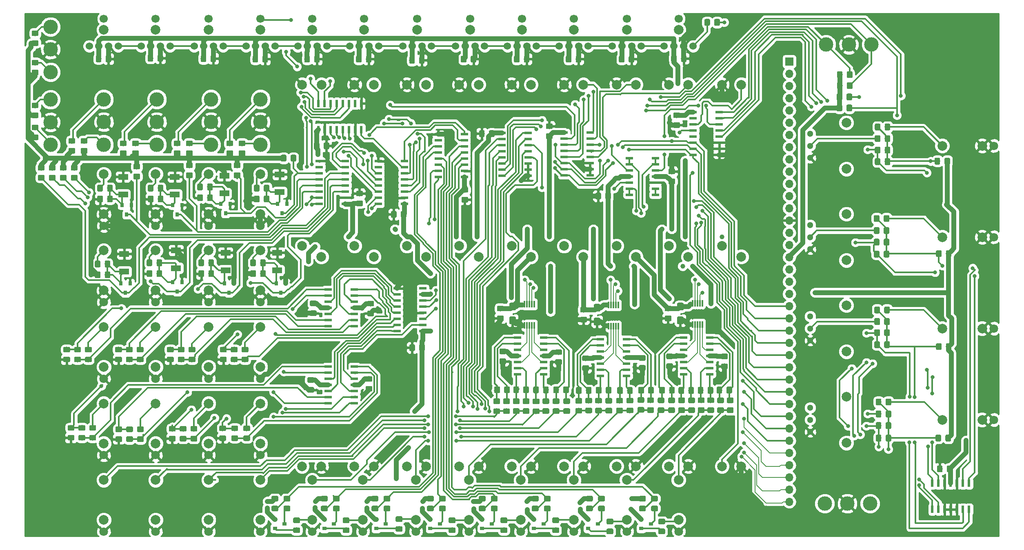
<source format=gbr>
%TF.GenerationSoftware,KiCad,Pcbnew,(5.0.1)-3*%
%TF.CreationDate,2020-01-29T23:09:20+00:00*%
%TF.ProjectId,SSv2 Main Board,53537632204D61696E20426F6172642E,rev?*%
%TF.SameCoordinates,Original*%
%TF.FileFunction,Copper,L2,Bot,Signal*%
%TF.FilePolarity,Positive*%
%FSLAX46Y46*%
G04 Gerber Fmt 4.6, Leading zero omitted, Abs format (unit mm)*
G04 Created by KiCad (PCBNEW (5.0.1)-3) date 29/01/2020 23:09:20*
%MOMM*%
%LPD*%
G01*
G04 APERTURE LIST*
%ADD10R,0.800000X0.900000*%
%ADD11C,2.000000*%
%ADD12C,1.800000*%
%ADD13C,1.700000*%
%ADD14C,1.524000*%
%ADD15R,1.700000X1.700000*%
%ADD16O,1.700000X1.700000*%
%ADD17C,0.100000*%
%ADD18C,1.150000*%
%ADD19R,1.500000X0.600000*%
%ADD20R,0.900000X0.800000*%
%ADD21C,1.300000*%
%ADD22C,3.000000*%
%ADD23R,0.300000X1.400000*%
%ADD24R,0.600000X1.500000*%
%ADD25R,2.000000X1.250000*%
%ADD26C,1.350000*%
%ADD27C,1.000000*%
%ADD28C,0.800000*%
%ADD29C,1.000000*%
%ADD30C,0.300000*%
%ADD31C,0.160000*%
%ADD32C,0.200000*%
%ADD33C,0.254000*%
G04 APERTURE END LIST*
D10*
X86500000Y-59750000D03*
X87450000Y-57750000D03*
X85550000Y-57750000D03*
D11*
X189500000Y-66500000D03*
X193500000Y-33000000D03*
X189500000Y-33000000D03*
X167625000Y-66500000D03*
X171625000Y-33000000D03*
X167625000Y-33000000D03*
X124125000Y-66500000D03*
X128125000Y-33000000D03*
X124125000Y-33000000D03*
X135000000Y-66500000D03*
X139000000Y-33000000D03*
X135000000Y-33000000D03*
X106375000Y-68750000D03*
X102375000Y-112250000D03*
X106375000Y-112250000D03*
X72000000Y-83330000D03*
D12*
X72000000Y-94050000D03*
D11*
X72000000Y-91630000D03*
X93750000Y-83330000D03*
D12*
X93750000Y-94050000D03*
D11*
X93750000Y-91630000D03*
X180500000Y-21620000D03*
D13*
X180500000Y-19300000D03*
D14*
X177500000Y-25000000D03*
X183500000Y-25000000D03*
X179500000Y-25000000D03*
X181500000Y-25000000D03*
D11*
X61250000Y-21620000D03*
D13*
X61250000Y-19300000D03*
D14*
X58250000Y-25000000D03*
X64250000Y-25000000D03*
X60250000Y-25000000D03*
X62250000Y-25000000D03*
D11*
X72000000Y-21620000D03*
D13*
X72000000Y-19300000D03*
D14*
X69000000Y-25000000D03*
X75000000Y-25000000D03*
X71000000Y-25000000D03*
X73000000Y-25000000D03*
D11*
X83000000Y-21620000D03*
D13*
X83000000Y-19300000D03*
D14*
X80000000Y-25000000D03*
X86000000Y-25000000D03*
X82000000Y-25000000D03*
X84000000Y-25000000D03*
D11*
X93750000Y-21620000D03*
D13*
X93750000Y-19300000D03*
D14*
X90750000Y-25000000D03*
X96750000Y-25000000D03*
X92750000Y-25000000D03*
X94750000Y-25000000D03*
D11*
X104500000Y-21620000D03*
D13*
X104500000Y-19300000D03*
D14*
X101500000Y-25000000D03*
X107500000Y-25000000D03*
X103500000Y-25000000D03*
X105500000Y-25000000D03*
D11*
X115250000Y-21620000D03*
D13*
X115250000Y-19300000D03*
D14*
X112250000Y-25000000D03*
X118250000Y-25000000D03*
X114250000Y-25000000D03*
X116250000Y-25000000D03*
D11*
X126250000Y-21620000D03*
D13*
X126250000Y-19300000D03*
D14*
X123250000Y-25000000D03*
X129250000Y-25000000D03*
X125250000Y-25000000D03*
X127250000Y-25000000D03*
D11*
X137250000Y-21620000D03*
D13*
X137250000Y-19300000D03*
D14*
X134250000Y-25000000D03*
X140250000Y-25000000D03*
X136250000Y-25000000D03*
X138250000Y-25000000D03*
D11*
X148000000Y-21620000D03*
D13*
X148000000Y-19300000D03*
D14*
X145000000Y-25000000D03*
X151000000Y-25000000D03*
X147000000Y-25000000D03*
X149000000Y-25000000D03*
D11*
X158750000Y-21620000D03*
D13*
X158750000Y-19300000D03*
D14*
X155750000Y-25000000D03*
X161750000Y-25000000D03*
X157750000Y-25000000D03*
X159750000Y-25000000D03*
D11*
X169750000Y-21620000D03*
D13*
X169750000Y-19300000D03*
D14*
X166750000Y-25000000D03*
X172750000Y-25000000D03*
X168750000Y-25000000D03*
X170750000Y-25000000D03*
D15*
X203454000Y-28194000D03*
D16*
X203454000Y-30734000D03*
X203454000Y-33274000D03*
X203454000Y-35814000D03*
X203454000Y-38354000D03*
X203454000Y-40894000D03*
X203454000Y-43434000D03*
X203454000Y-45974000D03*
X203454000Y-48514000D03*
X203454000Y-51054000D03*
X203454000Y-53594000D03*
X203454000Y-56134000D03*
X203454000Y-58674000D03*
X203454000Y-61214000D03*
X203454000Y-63754000D03*
X203454000Y-66294000D03*
X203454000Y-68834000D03*
X203454000Y-71374000D03*
X203454000Y-73914000D03*
X203454000Y-76454000D03*
X203454000Y-78994000D03*
X203454000Y-81534000D03*
X203454000Y-84074000D03*
X203454000Y-86614000D03*
X203454000Y-89154000D03*
X203454000Y-91694000D03*
X203454000Y-94234000D03*
X203454000Y-96774000D03*
X203454000Y-99314000D03*
X203454000Y-101854000D03*
X203454000Y-104394000D03*
X203454000Y-106934000D03*
X203454000Y-109474000D03*
X203454000Y-112014000D03*
X203454000Y-114554000D03*
X203454000Y-117094000D03*
X203454000Y-119634000D03*
D17*
G36*
X121752505Y-59245204D02*
X121776773Y-59248804D01*
X121800572Y-59254765D01*
X121823671Y-59263030D01*
X121845850Y-59273520D01*
X121866893Y-59286132D01*
X121886599Y-59300747D01*
X121904777Y-59317223D01*
X121921253Y-59335401D01*
X121935868Y-59355107D01*
X121948480Y-59376150D01*
X121958970Y-59398329D01*
X121967235Y-59421428D01*
X121973196Y-59445227D01*
X121976796Y-59469495D01*
X121978000Y-59493999D01*
X121978000Y-60394001D01*
X121976796Y-60418505D01*
X121973196Y-60442773D01*
X121967235Y-60466572D01*
X121958970Y-60489671D01*
X121948480Y-60511850D01*
X121935868Y-60532893D01*
X121921253Y-60552599D01*
X121904777Y-60570777D01*
X121886599Y-60587253D01*
X121866893Y-60601868D01*
X121845850Y-60614480D01*
X121823671Y-60624970D01*
X121800572Y-60633235D01*
X121776773Y-60639196D01*
X121752505Y-60642796D01*
X121728001Y-60644000D01*
X121077999Y-60644000D01*
X121053495Y-60642796D01*
X121029227Y-60639196D01*
X121005428Y-60633235D01*
X120982329Y-60624970D01*
X120960150Y-60614480D01*
X120939107Y-60601868D01*
X120919401Y-60587253D01*
X120901223Y-60570777D01*
X120884747Y-60552599D01*
X120870132Y-60532893D01*
X120857520Y-60511850D01*
X120847030Y-60489671D01*
X120838765Y-60466572D01*
X120832804Y-60442773D01*
X120829204Y-60418505D01*
X120828000Y-60394001D01*
X120828000Y-59493999D01*
X120829204Y-59469495D01*
X120832804Y-59445227D01*
X120838765Y-59421428D01*
X120847030Y-59398329D01*
X120857520Y-59376150D01*
X120870132Y-59355107D01*
X120884747Y-59335401D01*
X120901223Y-59317223D01*
X120919401Y-59300747D01*
X120939107Y-59286132D01*
X120960150Y-59273520D01*
X120982329Y-59263030D01*
X121005428Y-59254765D01*
X121029227Y-59248804D01*
X121053495Y-59245204D01*
X121077999Y-59244000D01*
X121728001Y-59244000D01*
X121752505Y-59245204D01*
X121752505Y-59245204D01*
G37*
D18*
X121403000Y-59944000D03*
D17*
G36*
X123802505Y-59245204D02*
X123826773Y-59248804D01*
X123850572Y-59254765D01*
X123873671Y-59263030D01*
X123895850Y-59273520D01*
X123916893Y-59286132D01*
X123936599Y-59300747D01*
X123954777Y-59317223D01*
X123971253Y-59335401D01*
X123985868Y-59355107D01*
X123998480Y-59376150D01*
X124008970Y-59398329D01*
X124017235Y-59421428D01*
X124023196Y-59445227D01*
X124026796Y-59469495D01*
X124028000Y-59493999D01*
X124028000Y-60394001D01*
X124026796Y-60418505D01*
X124023196Y-60442773D01*
X124017235Y-60466572D01*
X124008970Y-60489671D01*
X123998480Y-60511850D01*
X123985868Y-60532893D01*
X123971253Y-60552599D01*
X123954777Y-60570777D01*
X123936599Y-60587253D01*
X123916893Y-60601868D01*
X123895850Y-60614480D01*
X123873671Y-60624970D01*
X123850572Y-60633235D01*
X123826773Y-60639196D01*
X123802505Y-60642796D01*
X123778001Y-60644000D01*
X123127999Y-60644000D01*
X123103495Y-60642796D01*
X123079227Y-60639196D01*
X123055428Y-60633235D01*
X123032329Y-60624970D01*
X123010150Y-60614480D01*
X122989107Y-60601868D01*
X122969401Y-60587253D01*
X122951223Y-60570777D01*
X122934747Y-60552599D01*
X122920132Y-60532893D01*
X122907520Y-60511850D01*
X122897030Y-60489671D01*
X122888765Y-60466572D01*
X122882804Y-60442773D01*
X122879204Y-60418505D01*
X122878000Y-60394001D01*
X122878000Y-59493999D01*
X122879204Y-59469495D01*
X122882804Y-59445227D01*
X122888765Y-59421428D01*
X122897030Y-59398329D01*
X122907520Y-59376150D01*
X122920132Y-59355107D01*
X122934747Y-59335401D01*
X122951223Y-59317223D01*
X122969401Y-59300747D01*
X122989107Y-59286132D01*
X123010150Y-59273520D01*
X123032329Y-59263030D01*
X123055428Y-59254765D01*
X123079227Y-59248804D01*
X123103495Y-59245204D01*
X123127999Y-59244000D01*
X123778001Y-59244000D01*
X123802505Y-59245204D01*
X123802505Y-59245204D01*
G37*
D18*
X123453000Y-59944000D03*
D17*
G36*
X107800505Y-45021204D02*
X107824773Y-45024804D01*
X107848572Y-45030765D01*
X107871671Y-45039030D01*
X107893850Y-45049520D01*
X107914893Y-45062132D01*
X107934599Y-45076747D01*
X107952777Y-45093223D01*
X107969253Y-45111401D01*
X107983868Y-45131107D01*
X107996480Y-45152150D01*
X108006970Y-45174329D01*
X108015235Y-45197428D01*
X108021196Y-45221227D01*
X108024796Y-45245495D01*
X108026000Y-45269999D01*
X108026000Y-46170001D01*
X108024796Y-46194505D01*
X108021196Y-46218773D01*
X108015235Y-46242572D01*
X108006970Y-46265671D01*
X107996480Y-46287850D01*
X107983868Y-46308893D01*
X107969253Y-46328599D01*
X107952777Y-46346777D01*
X107934599Y-46363253D01*
X107914893Y-46377868D01*
X107893850Y-46390480D01*
X107871671Y-46400970D01*
X107848572Y-46409235D01*
X107824773Y-46415196D01*
X107800505Y-46418796D01*
X107776001Y-46420000D01*
X107125999Y-46420000D01*
X107101495Y-46418796D01*
X107077227Y-46415196D01*
X107053428Y-46409235D01*
X107030329Y-46400970D01*
X107008150Y-46390480D01*
X106987107Y-46377868D01*
X106967401Y-46363253D01*
X106949223Y-46346777D01*
X106932747Y-46328599D01*
X106918132Y-46308893D01*
X106905520Y-46287850D01*
X106895030Y-46265671D01*
X106886765Y-46242572D01*
X106880804Y-46218773D01*
X106877204Y-46194505D01*
X106876000Y-46170001D01*
X106876000Y-45269999D01*
X106877204Y-45245495D01*
X106880804Y-45221227D01*
X106886765Y-45197428D01*
X106895030Y-45174329D01*
X106905520Y-45152150D01*
X106918132Y-45131107D01*
X106932747Y-45111401D01*
X106949223Y-45093223D01*
X106967401Y-45076747D01*
X106987107Y-45062132D01*
X107008150Y-45049520D01*
X107030329Y-45039030D01*
X107053428Y-45030765D01*
X107077227Y-45024804D01*
X107101495Y-45021204D01*
X107125999Y-45020000D01*
X107776001Y-45020000D01*
X107800505Y-45021204D01*
X107800505Y-45021204D01*
G37*
D18*
X107451000Y-45720000D03*
D17*
G36*
X105750505Y-45021204D02*
X105774773Y-45024804D01*
X105798572Y-45030765D01*
X105821671Y-45039030D01*
X105843850Y-45049520D01*
X105864893Y-45062132D01*
X105884599Y-45076747D01*
X105902777Y-45093223D01*
X105919253Y-45111401D01*
X105933868Y-45131107D01*
X105946480Y-45152150D01*
X105956970Y-45174329D01*
X105965235Y-45197428D01*
X105971196Y-45221227D01*
X105974796Y-45245495D01*
X105976000Y-45269999D01*
X105976000Y-46170001D01*
X105974796Y-46194505D01*
X105971196Y-46218773D01*
X105965235Y-46242572D01*
X105956970Y-46265671D01*
X105946480Y-46287850D01*
X105933868Y-46308893D01*
X105919253Y-46328599D01*
X105902777Y-46346777D01*
X105884599Y-46363253D01*
X105864893Y-46377868D01*
X105843850Y-46390480D01*
X105821671Y-46400970D01*
X105798572Y-46409235D01*
X105774773Y-46415196D01*
X105750505Y-46418796D01*
X105726001Y-46420000D01*
X105075999Y-46420000D01*
X105051495Y-46418796D01*
X105027227Y-46415196D01*
X105003428Y-46409235D01*
X104980329Y-46400970D01*
X104958150Y-46390480D01*
X104937107Y-46377868D01*
X104917401Y-46363253D01*
X104899223Y-46346777D01*
X104882747Y-46328599D01*
X104868132Y-46308893D01*
X104855520Y-46287850D01*
X104845030Y-46265671D01*
X104836765Y-46242572D01*
X104830804Y-46218773D01*
X104827204Y-46194505D01*
X104826000Y-46170001D01*
X104826000Y-45269999D01*
X104827204Y-45245495D01*
X104830804Y-45221227D01*
X104836765Y-45197428D01*
X104845030Y-45174329D01*
X104855520Y-45152150D01*
X104868132Y-45131107D01*
X104882747Y-45111401D01*
X104899223Y-45093223D01*
X104917401Y-45076747D01*
X104937107Y-45062132D01*
X104958150Y-45049520D01*
X104980329Y-45039030D01*
X105003428Y-45030765D01*
X105027227Y-45024804D01*
X105051495Y-45021204D01*
X105075999Y-45020000D01*
X105726001Y-45020000D01*
X105750505Y-45021204D01*
X105750505Y-45021204D01*
G37*
D18*
X105401000Y-45720000D03*
D17*
G36*
X114774505Y-55043204D02*
X114798773Y-55046804D01*
X114822572Y-55052765D01*
X114845671Y-55061030D01*
X114867850Y-55071520D01*
X114888893Y-55084132D01*
X114908599Y-55098747D01*
X114926777Y-55115223D01*
X114943253Y-55133401D01*
X114957868Y-55153107D01*
X114970480Y-55174150D01*
X114980970Y-55196329D01*
X114989235Y-55219428D01*
X114995196Y-55243227D01*
X114998796Y-55267495D01*
X115000000Y-55291999D01*
X115000000Y-55942001D01*
X114998796Y-55966505D01*
X114995196Y-55990773D01*
X114989235Y-56014572D01*
X114980970Y-56037671D01*
X114970480Y-56059850D01*
X114957868Y-56080893D01*
X114943253Y-56100599D01*
X114926777Y-56118777D01*
X114908599Y-56135253D01*
X114888893Y-56149868D01*
X114867850Y-56162480D01*
X114845671Y-56172970D01*
X114822572Y-56181235D01*
X114798773Y-56187196D01*
X114774505Y-56190796D01*
X114750001Y-56192000D01*
X113849999Y-56192000D01*
X113825495Y-56190796D01*
X113801227Y-56187196D01*
X113777428Y-56181235D01*
X113754329Y-56172970D01*
X113732150Y-56162480D01*
X113711107Y-56149868D01*
X113691401Y-56135253D01*
X113673223Y-56118777D01*
X113656747Y-56100599D01*
X113642132Y-56080893D01*
X113629520Y-56059850D01*
X113619030Y-56037671D01*
X113610765Y-56014572D01*
X113604804Y-55990773D01*
X113601204Y-55966505D01*
X113600000Y-55942001D01*
X113600000Y-55291999D01*
X113601204Y-55267495D01*
X113604804Y-55243227D01*
X113610765Y-55219428D01*
X113619030Y-55196329D01*
X113629520Y-55174150D01*
X113642132Y-55153107D01*
X113656747Y-55133401D01*
X113673223Y-55115223D01*
X113691401Y-55098747D01*
X113711107Y-55084132D01*
X113732150Y-55071520D01*
X113754329Y-55061030D01*
X113777428Y-55052765D01*
X113801227Y-55046804D01*
X113825495Y-55043204D01*
X113849999Y-55042000D01*
X114750001Y-55042000D01*
X114774505Y-55043204D01*
X114774505Y-55043204D01*
G37*
D18*
X114300000Y-55617000D03*
D17*
G36*
X114774505Y-57093204D02*
X114798773Y-57096804D01*
X114822572Y-57102765D01*
X114845671Y-57111030D01*
X114867850Y-57121520D01*
X114888893Y-57134132D01*
X114908599Y-57148747D01*
X114926777Y-57165223D01*
X114943253Y-57183401D01*
X114957868Y-57203107D01*
X114970480Y-57224150D01*
X114980970Y-57246329D01*
X114989235Y-57269428D01*
X114995196Y-57293227D01*
X114998796Y-57317495D01*
X115000000Y-57341999D01*
X115000000Y-57992001D01*
X114998796Y-58016505D01*
X114995196Y-58040773D01*
X114989235Y-58064572D01*
X114980970Y-58087671D01*
X114970480Y-58109850D01*
X114957868Y-58130893D01*
X114943253Y-58150599D01*
X114926777Y-58168777D01*
X114908599Y-58185253D01*
X114888893Y-58199868D01*
X114867850Y-58212480D01*
X114845671Y-58222970D01*
X114822572Y-58231235D01*
X114798773Y-58237196D01*
X114774505Y-58240796D01*
X114750001Y-58242000D01*
X113849999Y-58242000D01*
X113825495Y-58240796D01*
X113801227Y-58237196D01*
X113777428Y-58231235D01*
X113754329Y-58222970D01*
X113732150Y-58212480D01*
X113711107Y-58199868D01*
X113691401Y-58185253D01*
X113673223Y-58168777D01*
X113656747Y-58150599D01*
X113642132Y-58130893D01*
X113629520Y-58109850D01*
X113619030Y-58087671D01*
X113610765Y-58064572D01*
X113604804Y-58040773D01*
X113601204Y-58016505D01*
X113600000Y-57992001D01*
X113600000Y-57341999D01*
X113601204Y-57317495D01*
X113604804Y-57293227D01*
X113610765Y-57269428D01*
X113619030Y-57246329D01*
X113629520Y-57224150D01*
X113642132Y-57203107D01*
X113656747Y-57183401D01*
X113673223Y-57165223D01*
X113691401Y-57148747D01*
X113711107Y-57134132D01*
X113732150Y-57121520D01*
X113754329Y-57111030D01*
X113777428Y-57102765D01*
X113801227Y-57096804D01*
X113825495Y-57093204D01*
X113849999Y-57092000D01*
X114750001Y-57092000D01*
X114774505Y-57093204D01*
X114774505Y-57093204D01*
G37*
D18*
X114300000Y-57667000D03*
D17*
G36*
X136618505Y-56331204D02*
X136642773Y-56334804D01*
X136666572Y-56340765D01*
X136689671Y-56349030D01*
X136711850Y-56359520D01*
X136732893Y-56372132D01*
X136752599Y-56386747D01*
X136770777Y-56403223D01*
X136787253Y-56421401D01*
X136801868Y-56441107D01*
X136814480Y-56462150D01*
X136824970Y-56484329D01*
X136833235Y-56507428D01*
X136839196Y-56531227D01*
X136842796Y-56555495D01*
X136844000Y-56579999D01*
X136844000Y-57230001D01*
X136842796Y-57254505D01*
X136839196Y-57278773D01*
X136833235Y-57302572D01*
X136824970Y-57325671D01*
X136814480Y-57347850D01*
X136801868Y-57368893D01*
X136787253Y-57388599D01*
X136770777Y-57406777D01*
X136752599Y-57423253D01*
X136732893Y-57437868D01*
X136711850Y-57450480D01*
X136689671Y-57460970D01*
X136666572Y-57469235D01*
X136642773Y-57475196D01*
X136618505Y-57478796D01*
X136594001Y-57480000D01*
X135693999Y-57480000D01*
X135669495Y-57478796D01*
X135645227Y-57475196D01*
X135621428Y-57469235D01*
X135598329Y-57460970D01*
X135576150Y-57450480D01*
X135555107Y-57437868D01*
X135535401Y-57423253D01*
X135517223Y-57406777D01*
X135500747Y-57388599D01*
X135486132Y-57368893D01*
X135473520Y-57347850D01*
X135463030Y-57325671D01*
X135454765Y-57302572D01*
X135448804Y-57278773D01*
X135445204Y-57254505D01*
X135444000Y-57230001D01*
X135444000Y-56579999D01*
X135445204Y-56555495D01*
X135448804Y-56531227D01*
X135454765Y-56507428D01*
X135463030Y-56484329D01*
X135473520Y-56462150D01*
X135486132Y-56441107D01*
X135500747Y-56421401D01*
X135517223Y-56403223D01*
X135535401Y-56386747D01*
X135555107Y-56372132D01*
X135576150Y-56359520D01*
X135598329Y-56349030D01*
X135621428Y-56340765D01*
X135645227Y-56334804D01*
X135669495Y-56331204D01*
X135693999Y-56330000D01*
X136594001Y-56330000D01*
X136618505Y-56331204D01*
X136618505Y-56331204D01*
G37*
D18*
X136144000Y-56905000D03*
D17*
G36*
X136618505Y-54281204D02*
X136642773Y-54284804D01*
X136666572Y-54290765D01*
X136689671Y-54299030D01*
X136711850Y-54309520D01*
X136732893Y-54322132D01*
X136752599Y-54336747D01*
X136770777Y-54353223D01*
X136787253Y-54371401D01*
X136801868Y-54391107D01*
X136814480Y-54412150D01*
X136824970Y-54434329D01*
X136833235Y-54457428D01*
X136839196Y-54481227D01*
X136842796Y-54505495D01*
X136844000Y-54529999D01*
X136844000Y-55180001D01*
X136842796Y-55204505D01*
X136839196Y-55228773D01*
X136833235Y-55252572D01*
X136824970Y-55275671D01*
X136814480Y-55297850D01*
X136801868Y-55318893D01*
X136787253Y-55338599D01*
X136770777Y-55356777D01*
X136752599Y-55373253D01*
X136732893Y-55387868D01*
X136711850Y-55400480D01*
X136689671Y-55410970D01*
X136666572Y-55419235D01*
X136642773Y-55425196D01*
X136618505Y-55428796D01*
X136594001Y-55430000D01*
X135693999Y-55430000D01*
X135669495Y-55428796D01*
X135645227Y-55425196D01*
X135621428Y-55419235D01*
X135598329Y-55410970D01*
X135576150Y-55400480D01*
X135555107Y-55387868D01*
X135535401Y-55373253D01*
X135517223Y-55356777D01*
X135500747Y-55338599D01*
X135486132Y-55318893D01*
X135473520Y-55297850D01*
X135463030Y-55275671D01*
X135454765Y-55252572D01*
X135448804Y-55228773D01*
X135445204Y-55204505D01*
X135444000Y-55180001D01*
X135444000Y-54529999D01*
X135445204Y-54505495D01*
X135448804Y-54481227D01*
X135454765Y-54457428D01*
X135463030Y-54434329D01*
X135473520Y-54412150D01*
X135486132Y-54391107D01*
X135500747Y-54371401D01*
X135517223Y-54353223D01*
X135535401Y-54336747D01*
X135555107Y-54322132D01*
X135576150Y-54309520D01*
X135598329Y-54299030D01*
X135621428Y-54290765D01*
X135645227Y-54284804D01*
X135669495Y-54281204D01*
X135693999Y-54280000D01*
X136594001Y-54280000D01*
X136618505Y-54281204D01*
X136618505Y-54281204D01*
G37*
D18*
X136144000Y-54855000D03*
D17*
G36*
X166220505Y-55435204D02*
X166244773Y-55438804D01*
X166268572Y-55444765D01*
X166291671Y-55453030D01*
X166313850Y-55463520D01*
X166334893Y-55476132D01*
X166354599Y-55490747D01*
X166372777Y-55507223D01*
X166389253Y-55525401D01*
X166403868Y-55545107D01*
X166416480Y-55566150D01*
X166426970Y-55588329D01*
X166435235Y-55611428D01*
X166441196Y-55635227D01*
X166444796Y-55659495D01*
X166446000Y-55683999D01*
X166446000Y-56584001D01*
X166444796Y-56608505D01*
X166441196Y-56632773D01*
X166435235Y-56656572D01*
X166426970Y-56679671D01*
X166416480Y-56701850D01*
X166403868Y-56722893D01*
X166389253Y-56742599D01*
X166372777Y-56760777D01*
X166354599Y-56777253D01*
X166334893Y-56791868D01*
X166313850Y-56804480D01*
X166291671Y-56814970D01*
X166268572Y-56823235D01*
X166244773Y-56829196D01*
X166220505Y-56832796D01*
X166196001Y-56834000D01*
X165545999Y-56834000D01*
X165521495Y-56832796D01*
X165497227Y-56829196D01*
X165473428Y-56823235D01*
X165450329Y-56814970D01*
X165428150Y-56804480D01*
X165407107Y-56791868D01*
X165387401Y-56777253D01*
X165369223Y-56760777D01*
X165352747Y-56742599D01*
X165338132Y-56722893D01*
X165325520Y-56701850D01*
X165315030Y-56679671D01*
X165306765Y-56656572D01*
X165300804Y-56632773D01*
X165297204Y-56608505D01*
X165296000Y-56584001D01*
X165296000Y-55683999D01*
X165297204Y-55659495D01*
X165300804Y-55635227D01*
X165306765Y-55611428D01*
X165315030Y-55588329D01*
X165325520Y-55566150D01*
X165338132Y-55545107D01*
X165352747Y-55525401D01*
X165369223Y-55507223D01*
X165387401Y-55490747D01*
X165407107Y-55476132D01*
X165428150Y-55463520D01*
X165450329Y-55453030D01*
X165473428Y-55444765D01*
X165497227Y-55438804D01*
X165521495Y-55435204D01*
X165545999Y-55434000D01*
X166196001Y-55434000D01*
X166220505Y-55435204D01*
X166220505Y-55435204D01*
G37*
D18*
X165871000Y-56134000D03*
D17*
G36*
X164170505Y-55435204D02*
X164194773Y-55438804D01*
X164218572Y-55444765D01*
X164241671Y-55453030D01*
X164263850Y-55463520D01*
X164284893Y-55476132D01*
X164304599Y-55490747D01*
X164322777Y-55507223D01*
X164339253Y-55525401D01*
X164353868Y-55545107D01*
X164366480Y-55566150D01*
X164376970Y-55588329D01*
X164385235Y-55611428D01*
X164391196Y-55635227D01*
X164394796Y-55659495D01*
X164396000Y-55683999D01*
X164396000Y-56584001D01*
X164394796Y-56608505D01*
X164391196Y-56632773D01*
X164385235Y-56656572D01*
X164376970Y-56679671D01*
X164366480Y-56701850D01*
X164353868Y-56722893D01*
X164339253Y-56742599D01*
X164322777Y-56760777D01*
X164304599Y-56777253D01*
X164284893Y-56791868D01*
X164263850Y-56804480D01*
X164241671Y-56814970D01*
X164218572Y-56823235D01*
X164194773Y-56829196D01*
X164170505Y-56832796D01*
X164146001Y-56834000D01*
X163495999Y-56834000D01*
X163471495Y-56832796D01*
X163447227Y-56829196D01*
X163423428Y-56823235D01*
X163400329Y-56814970D01*
X163378150Y-56804480D01*
X163357107Y-56791868D01*
X163337401Y-56777253D01*
X163319223Y-56760777D01*
X163302747Y-56742599D01*
X163288132Y-56722893D01*
X163275520Y-56701850D01*
X163265030Y-56679671D01*
X163256765Y-56656572D01*
X163250804Y-56632773D01*
X163247204Y-56608505D01*
X163246000Y-56584001D01*
X163246000Y-55683999D01*
X163247204Y-55659495D01*
X163250804Y-55635227D01*
X163256765Y-55611428D01*
X163265030Y-55588329D01*
X163275520Y-55566150D01*
X163288132Y-55545107D01*
X163302747Y-55525401D01*
X163319223Y-55507223D01*
X163337401Y-55490747D01*
X163357107Y-55476132D01*
X163378150Y-55463520D01*
X163400329Y-55453030D01*
X163423428Y-55444765D01*
X163447227Y-55438804D01*
X163471495Y-55435204D01*
X163495999Y-55434000D01*
X164146001Y-55434000D01*
X164170505Y-55435204D01*
X164170505Y-55435204D01*
G37*
D18*
X163821000Y-56134000D03*
D17*
G36*
X179544505Y-52521204D02*
X179568773Y-52524804D01*
X179592572Y-52530765D01*
X179615671Y-52539030D01*
X179637850Y-52549520D01*
X179658893Y-52562132D01*
X179678599Y-52576747D01*
X179696777Y-52593223D01*
X179713253Y-52611401D01*
X179727868Y-52631107D01*
X179740480Y-52652150D01*
X179750970Y-52674329D01*
X179759235Y-52697428D01*
X179765196Y-52721227D01*
X179768796Y-52745495D01*
X179770000Y-52769999D01*
X179770000Y-53420001D01*
X179768796Y-53444505D01*
X179765196Y-53468773D01*
X179759235Y-53492572D01*
X179750970Y-53515671D01*
X179740480Y-53537850D01*
X179727868Y-53558893D01*
X179713253Y-53578599D01*
X179696777Y-53596777D01*
X179678599Y-53613253D01*
X179658893Y-53627868D01*
X179637850Y-53640480D01*
X179615671Y-53650970D01*
X179592572Y-53659235D01*
X179568773Y-53665196D01*
X179544505Y-53668796D01*
X179520001Y-53670000D01*
X178619999Y-53670000D01*
X178595495Y-53668796D01*
X178571227Y-53665196D01*
X178547428Y-53659235D01*
X178524329Y-53650970D01*
X178502150Y-53640480D01*
X178481107Y-53627868D01*
X178461401Y-53613253D01*
X178443223Y-53596777D01*
X178426747Y-53578599D01*
X178412132Y-53558893D01*
X178399520Y-53537850D01*
X178389030Y-53515671D01*
X178380765Y-53492572D01*
X178374804Y-53468773D01*
X178371204Y-53444505D01*
X178370000Y-53420001D01*
X178370000Y-52769999D01*
X178371204Y-52745495D01*
X178374804Y-52721227D01*
X178380765Y-52697428D01*
X178389030Y-52674329D01*
X178399520Y-52652150D01*
X178412132Y-52631107D01*
X178426747Y-52611401D01*
X178443223Y-52593223D01*
X178461401Y-52576747D01*
X178481107Y-52562132D01*
X178502150Y-52549520D01*
X178524329Y-52539030D01*
X178547428Y-52530765D01*
X178571227Y-52524804D01*
X178595495Y-52521204D01*
X178619999Y-52520000D01*
X179520001Y-52520000D01*
X179544505Y-52521204D01*
X179544505Y-52521204D01*
G37*
D18*
X179070000Y-53095000D03*
D17*
G36*
X179544505Y-50471204D02*
X179568773Y-50474804D01*
X179592572Y-50480765D01*
X179615671Y-50489030D01*
X179637850Y-50499520D01*
X179658893Y-50512132D01*
X179678599Y-50526747D01*
X179696777Y-50543223D01*
X179713253Y-50561401D01*
X179727868Y-50581107D01*
X179740480Y-50602150D01*
X179750970Y-50624329D01*
X179759235Y-50647428D01*
X179765196Y-50671227D01*
X179768796Y-50695495D01*
X179770000Y-50719999D01*
X179770000Y-51370001D01*
X179768796Y-51394505D01*
X179765196Y-51418773D01*
X179759235Y-51442572D01*
X179750970Y-51465671D01*
X179740480Y-51487850D01*
X179727868Y-51508893D01*
X179713253Y-51528599D01*
X179696777Y-51546777D01*
X179678599Y-51563253D01*
X179658893Y-51577868D01*
X179637850Y-51590480D01*
X179615671Y-51600970D01*
X179592572Y-51609235D01*
X179568773Y-51615196D01*
X179544505Y-51618796D01*
X179520001Y-51620000D01*
X178619999Y-51620000D01*
X178595495Y-51618796D01*
X178571227Y-51615196D01*
X178547428Y-51609235D01*
X178524329Y-51600970D01*
X178502150Y-51590480D01*
X178481107Y-51577868D01*
X178461401Y-51563253D01*
X178443223Y-51546777D01*
X178426747Y-51528599D01*
X178412132Y-51508893D01*
X178399520Y-51487850D01*
X178389030Y-51465671D01*
X178380765Y-51442572D01*
X178374804Y-51418773D01*
X178371204Y-51394505D01*
X178370000Y-51370001D01*
X178370000Y-50719999D01*
X178371204Y-50695495D01*
X178374804Y-50671227D01*
X178380765Y-50647428D01*
X178389030Y-50624329D01*
X178399520Y-50602150D01*
X178412132Y-50581107D01*
X178426747Y-50561401D01*
X178443223Y-50543223D01*
X178461401Y-50526747D01*
X178481107Y-50512132D01*
X178502150Y-50499520D01*
X178524329Y-50489030D01*
X178547428Y-50480765D01*
X178571227Y-50474804D01*
X178595495Y-50471204D01*
X178619999Y-50470000D01*
X179520001Y-50470000D01*
X179544505Y-50471204D01*
X179544505Y-50471204D01*
G37*
D18*
X179070000Y-51045000D03*
D17*
G36*
X140031505Y-42481204D02*
X140055773Y-42484804D01*
X140079572Y-42490765D01*
X140102671Y-42499030D01*
X140124850Y-42509520D01*
X140145893Y-42522132D01*
X140165599Y-42536747D01*
X140183777Y-42553223D01*
X140200253Y-42571401D01*
X140214868Y-42591107D01*
X140227480Y-42612150D01*
X140237970Y-42634329D01*
X140246235Y-42657428D01*
X140252196Y-42681227D01*
X140255796Y-42705495D01*
X140257000Y-42729999D01*
X140257000Y-43630001D01*
X140255796Y-43654505D01*
X140252196Y-43678773D01*
X140246235Y-43702572D01*
X140237970Y-43725671D01*
X140227480Y-43747850D01*
X140214868Y-43768893D01*
X140200253Y-43788599D01*
X140183777Y-43806777D01*
X140165599Y-43823253D01*
X140145893Y-43837868D01*
X140124850Y-43850480D01*
X140102671Y-43860970D01*
X140079572Y-43869235D01*
X140055773Y-43875196D01*
X140031505Y-43878796D01*
X140007001Y-43880000D01*
X139356999Y-43880000D01*
X139332495Y-43878796D01*
X139308227Y-43875196D01*
X139284428Y-43869235D01*
X139261329Y-43860970D01*
X139239150Y-43850480D01*
X139218107Y-43837868D01*
X139198401Y-43823253D01*
X139180223Y-43806777D01*
X139163747Y-43788599D01*
X139149132Y-43768893D01*
X139136520Y-43747850D01*
X139126030Y-43725671D01*
X139117765Y-43702572D01*
X139111804Y-43678773D01*
X139108204Y-43654505D01*
X139107000Y-43630001D01*
X139107000Y-42729999D01*
X139108204Y-42705495D01*
X139111804Y-42681227D01*
X139117765Y-42657428D01*
X139126030Y-42634329D01*
X139136520Y-42612150D01*
X139149132Y-42591107D01*
X139163747Y-42571401D01*
X139180223Y-42553223D01*
X139198401Y-42536747D01*
X139218107Y-42522132D01*
X139239150Y-42509520D01*
X139261329Y-42499030D01*
X139284428Y-42490765D01*
X139308227Y-42484804D01*
X139332495Y-42481204D01*
X139356999Y-42480000D01*
X140007001Y-42480000D01*
X140031505Y-42481204D01*
X140031505Y-42481204D01*
G37*
D18*
X139682000Y-43180000D03*
D17*
G36*
X142081505Y-42481204D02*
X142105773Y-42484804D01*
X142129572Y-42490765D01*
X142152671Y-42499030D01*
X142174850Y-42509520D01*
X142195893Y-42522132D01*
X142215599Y-42536747D01*
X142233777Y-42553223D01*
X142250253Y-42571401D01*
X142264868Y-42591107D01*
X142277480Y-42612150D01*
X142287970Y-42634329D01*
X142296235Y-42657428D01*
X142302196Y-42681227D01*
X142305796Y-42705495D01*
X142307000Y-42729999D01*
X142307000Y-43630001D01*
X142305796Y-43654505D01*
X142302196Y-43678773D01*
X142296235Y-43702572D01*
X142287970Y-43725671D01*
X142277480Y-43747850D01*
X142264868Y-43768893D01*
X142250253Y-43788599D01*
X142233777Y-43806777D01*
X142215599Y-43823253D01*
X142195893Y-43837868D01*
X142174850Y-43850480D01*
X142152671Y-43860970D01*
X142129572Y-43869235D01*
X142105773Y-43875196D01*
X142081505Y-43878796D01*
X142057001Y-43880000D01*
X141406999Y-43880000D01*
X141382495Y-43878796D01*
X141358227Y-43875196D01*
X141334428Y-43869235D01*
X141311329Y-43860970D01*
X141289150Y-43850480D01*
X141268107Y-43837868D01*
X141248401Y-43823253D01*
X141230223Y-43806777D01*
X141213747Y-43788599D01*
X141199132Y-43768893D01*
X141186520Y-43747850D01*
X141176030Y-43725671D01*
X141167765Y-43702572D01*
X141161804Y-43678773D01*
X141158204Y-43654505D01*
X141157000Y-43630001D01*
X141157000Y-42729999D01*
X141158204Y-42705495D01*
X141161804Y-42681227D01*
X141167765Y-42657428D01*
X141176030Y-42634329D01*
X141186520Y-42612150D01*
X141199132Y-42591107D01*
X141213747Y-42571401D01*
X141230223Y-42553223D01*
X141248401Y-42536747D01*
X141268107Y-42522132D01*
X141289150Y-42509520D01*
X141311329Y-42499030D01*
X141334428Y-42490765D01*
X141358227Y-42484804D01*
X141382495Y-42481204D01*
X141406999Y-42480000D01*
X142057001Y-42480000D01*
X142081505Y-42481204D01*
X142081505Y-42481204D01*
G37*
D18*
X141732000Y-43180000D03*
D17*
G36*
X180560505Y-40837204D02*
X180584773Y-40840804D01*
X180608572Y-40846765D01*
X180631671Y-40855030D01*
X180653850Y-40865520D01*
X180674893Y-40878132D01*
X180694599Y-40892747D01*
X180712777Y-40909223D01*
X180729253Y-40927401D01*
X180743868Y-40947107D01*
X180756480Y-40968150D01*
X180766970Y-40990329D01*
X180775235Y-41013428D01*
X180781196Y-41037227D01*
X180784796Y-41061495D01*
X180786000Y-41085999D01*
X180786000Y-41736001D01*
X180784796Y-41760505D01*
X180781196Y-41784773D01*
X180775235Y-41808572D01*
X180766970Y-41831671D01*
X180756480Y-41853850D01*
X180743868Y-41874893D01*
X180729253Y-41894599D01*
X180712777Y-41912777D01*
X180694599Y-41929253D01*
X180674893Y-41943868D01*
X180653850Y-41956480D01*
X180631671Y-41966970D01*
X180608572Y-41975235D01*
X180584773Y-41981196D01*
X180560505Y-41984796D01*
X180536001Y-41986000D01*
X179635999Y-41986000D01*
X179611495Y-41984796D01*
X179587227Y-41981196D01*
X179563428Y-41975235D01*
X179540329Y-41966970D01*
X179518150Y-41956480D01*
X179497107Y-41943868D01*
X179477401Y-41929253D01*
X179459223Y-41912777D01*
X179442747Y-41894599D01*
X179428132Y-41874893D01*
X179415520Y-41853850D01*
X179405030Y-41831671D01*
X179396765Y-41808572D01*
X179390804Y-41784773D01*
X179387204Y-41760505D01*
X179386000Y-41736001D01*
X179386000Y-41085999D01*
X179387204Y-41061495D01*
X179390804Y-41037227D01*
X179396765Y-41013428D01*
X179405030Y-40990329D01*
X179415520Y-40968150D01*
X179428132Y-40947107D01*
X179442747Y-40927401D01*
X179459223Y-40909223D01*
X179477401Y-40892747D01*
X179497107Y-40878132D01*
X179518150Y-40865520D01*
X179540329Y-40855030D01*
X179563428Y-40846765D01*
X179587227Y-40840804D01*
X179611495Y-40837204D01*
X179635999Y-40836000D01*
X180536001Y-40836000D01*
X180560505Y-40837204D01*
X180560505Y-40837204D01*
G37*
D18*
X180086000Y-41411000D03*
D17*
G36*
X180560505Y-38787204D02*
X180584773Y-38790804D01*
X180608572Y-38796765D01*
X180631671Y-38805030D01*
X180653850Y-38815520D01*
X180674893Y-38828132D01*
X180694599Y-38842747D01*
X180712777Y-38859223D01*
X180729253Y-38877401D01*
X180743868Y-38897107D01*
X180756480Y-38918150D01*
X180766970Y-38940329D01*
X180775235Y-38963428D01*
X180781196Y-38987227D01*
X180784796Y-39011495D01*
X180786000Y-39035999D01*
X180786000Y-39686001D01*
X180784796Y-39710505D01*
X180781196Y-39734773D01*
X180775235Y-39758572D01*
X180766970Y-39781671D01*
X180756480Y-39803850D01*
X180743868Y-39824893D01*
X180729253Y-39844599D01*
X180712777Y-39862777D01*
X180694599Y-39879253D01*
X180674893Y-39893868D01*
X180653850Y-39906480D01*
X180631671Y-39916970D01*
X180608572Y-39925235D01*
X180584773Y-39931196D01*
X180560505Y-39934796D01*
X180536001Y-39936000D01*
X179635999Y-39936000D01*
X179611495Y-39934796D01*
X179587227Y-39931196D01*
X179563428Y-39925235D01*
X179540329Y-39916970D01*
X179518150Y-39906480D01*
X179497107Y-39893868D01*
X179477401Y-39879253D01*
X179459223Y-39862777D01*
X179442747Y-39844599D01*
X179428132Y-39824893D01*
X179415520Y-39803850D01*
X179405030Y-39781671D01*
X179396765Y-39758572D01*
X179390804Y-39734773D01*
X179387204Y-39710505D01*
X179386000Y-39686001D01*
X179386000Y-39035999D01*
X179387204Y-39011495D01*
X179390804Y-38987227D01*
X179396765Y-38963428D01*
X179405030Y-38940329D01*
X179415520Y-38918150D01*
X179428132Y-38897107D01*
X179442747Y-38877401D01*
X179459223Y-38859223D01*
X179477401Y-38842747D01*
X179497107Y-38828132D01*
X179518150Y-38815520D01*
X179540329Y-38805030D01*
X179563428Y-38796765D01*
X179587227Y-38790804D01*
X179611495Y-38787204D01*
X179635999Y-38786000D01*
X180536001Y-38786000D01*
X180560505Y-38787204D01*
X180560505Y-38787204D01*
G37*
D18*
X180086000Y-39361000D03*
D17*
G36*
X154144505Y-41073204D02*
X154168773Y-41076804D01*
X154192572Y-41082765D01*
X154215671Y-41091030D01*
X154237850Y-41101520D01*
X154258893Y-41114132D01*
X154278599Y-41128747D01*
X154296777Y-41145223D01*
X154313253Y-41163401D01*
X154327868Y-41183107D01*
X154340480Y-41204150D01*
X154350970Y-41226329D01*
X154359235Y-41249428D01*
X154365196Y-41273227D01*
X154368796Y-41297495D01*
X154370000Y-41321999D01*
X154370000Y-41972001D01*
X154368796Y-41996505D01*
X154365196Y-42020773D01*
X154359235Y-42044572D01*
X154350970Y-42067671D01*
X154340480Y-42089850D01*
X154327868Y-42110893D01*
X154313253Y-42130599D01*
X154296777Y-42148777D01*
X154278599Y-42165253D01*
X154258893Y-42179868D01*
X154237850Y-42192480D01*
X154215671Y-42202970D01*
X154192572Y-42211235D01*
X154168773Y-42217196D01*
X154144505Y-42220796D01*
X154120001Y-42222000D01*
X153219999Y-42222000D01*
X153195495Y-42220796D01*
X153171227Y-42217196D01*
X153147428Y-42211235D01*
X153124329Y-42202970D01*
X153102150Y-42192480D01*
X153081107Y-42179868D01*
X153061401Y-42165253D01*
X153043223Y-42148777D01*
X153026747Y-42130599D01*
X153012132Y-42110893D01*
X152999520Y-42089850D01*
X152989030Y-42067671D01*
X152980765Y-42044572D01*
X152974804Y-42020773D01*
X152971204Y-41996505D01*
X152970000Y-41972001D01*
X152970000Y-41321999D01*
X152971204Y-41297495D01*
X152974804Y-41273227D01*
X152980765Y-41249428D01*
X152989030Y-41226329D01*
X152999520Y-41204150D01*
X153012132Y-41183107D01*
X153026747Y-41163401D01*
X153043223Y-41145223D01*
X153061401Y-41128747D01*
X153081107Y-41114132D01*
X153102150Y-41101520D01*
X153124329Y-41091030D01*
X153147428Y-41082765D01*
X153171227Y-41076804D01*
X153195495Y-41073204D01*
X153219999Y-41072000D01*
X154120001Y-41072000D01*
X154144505Y-41073204D01*
X154144505Y-41073204D01*
G37*
D18*
X153670000Y-41647000D03*
D17*
G36*
X154144505Y-43123204D02*
X154168773Y-43126804D01*
X154192572Y-43132765D01*
X154215671Y-43141030D01*
X154237850Y-43151520D01*
X154258893Y-43164132D01*
X154278599Y-43178747D01*
X154296777Y-43195223D01*
X154313253Y-43213401D01*
X154327868Y-43233107D01*
X154340480Y-43254150D01*
X154350970Y-43276329D01*
X154359235Y-43299428D01*
X154365196Y-43323227D01*
X154368796Y-43347495D01*
X154370000Y-43371999D01*
X154370000Y-44022001D01*
X154368796Y-44046505D01*
X154365196Y-44070773D01*
X154359235Y-44094572D01*
X154350970Y-44117671D01*
X154340480Y-44139850D01*
X154327868Y-44160893D01*
X154313253Y-44180599D01*
X154296777Y-44198777D01*
X154278599Y-44215253D01*
X154258893Y-44229868D01*
X154237850Y-44242480D01*
X154215671Y-44252970D01*
X154192572Y-44261235D01*
X154168773Y-44267196D01*
X154144505Y-44270796D01*
X154120001Y-44272000D01*
X153219999Y-44272000D01*
X153195495Y-44270796D01*
X153171227Y-44267196D01*
X153147428Y-44261235D01*
X153124329Y-44252970D01*
X153102150Y-44242480D01*
X153081107Y-44229868D01*
X153061401Y-44215253D01*
X153043223Y-44198777D01*
X153026747Y-44180599D01*
X153012132Y-44160893D01*
X152999520Y-44139850D01*
X152989030Y-44117671D01*
X152980765Y-44094572D01*
X152974804Y-44070773D01*
X152971204Y-44046505D01*
X152970000Y-44022001D01*
X152970000Y-43371999D01*
X152971204Y-43347495D01*
X152974804Y-43323227D01*
X152980765Y-43299428D01*
X152989030Y-43276329D01*
X152999520Y-43254150D01*
X153012132Y-43233107D01*
X153026747Y-43213401D01*
X153043223Y-43195223D01*
X153061401Y-43178747D01*
X153081107Y-43164132D01*
X153102150Y-43151520D01*
X153124329Y-43141030D01*
X153147428Y-43132765D01*
X153171227Y-43126804D01*
X153195495Y-43123204D01*
X153219999Y-43122000D01*
X154120001Y-43122000D01*
X154144505Y-43123204D01*
X154144505Y-43123204D01*
G37*
D18*
X153670000Y-43697000D03*
D17*
G36*
X237074505Y-112101204D02*
X237098773Y-112104804D01*
X237122572Y-112110765D01*
X237145671Y-112119030D01*
X237167850Y-112129520D01*
X237188893Y-112142132D01*
X237208599Y-112156747D01*
X237226777Y-112173223D01*
X237243253Y-112191401D01*
X237257868Y-112211107D01*
X237270480Y-112232150D01*
X237280970Y-112254329D01*
X237289235Y-112277428D01*
X237295196Y-112301227D01*
X237298796Y-112325495D01*
X237300000Y-112349999D01*
X237300000Y-113250001D01*
X237298796Y-113274505D01*
X237295196Y-113298773D01*
X237289235Y-113322572D01*
X237280970Y-113345671D01*
X237270480Y-113367850D01*
X237257868Y-113388893D01*
X237243253Y-113408599D01*
X237226777Y-113426777D01*
X237208599Y-113443253D01*
X237188893Y-113457868D01*
X237167850Y-113470480D01*
X237145671Y-113480970D01*
X237122572Y-113489235D01*
X237098773Y-113495196D01*
X237074505Y-113498796D01*
X237050001Y-113500000D01*
X236399999Y-113500000D01*
X236375495Y-113498796D01*
X236351227Y-113495196D01*
X236327428Y-113489235D01*
X236304329Y-113480970D01*
X236282150Y-113470480D01*
X236261107Y-113457868D01*
X236241401Y-113443253D01*
X236223223Y-113426777D01*
X236206747Y-113408599D01*
X236192132Y-113388893D01*
X236179520Y-113367850D01*
X236169030Y-113345671D01*
X236160765Y-113322572D01*
X236154804Y-113298773D01*
X236151204Y-113274505D01*
X236150000Y-113250001D01*
X236150000Y-112349999D01*
X236151204Y-112325495D01*
X236154804Y-112301227D01*
X236160765Y-112277428D01*
X236169030Y-112254329D01*
X236179520Y-112232150D01*
X236192132Y-112211107D01*
X236206747Y-112191401D01*
X236223223Y-112173223D01*
X236241401Y-112156747D01*
X236261107Y-112142132D01*
X236282150Y-112129520D01*
X236304329Y-112119030D01*
X236327428Y-112110765D01*
X236351227Y-112104804D01*
X236375495Y-112101204D01*
X236399999Y-112100000D01*
X237050001Y-112100000D01*
X237074505Y-112101204D01*
X237074505Y-112101204D01*
G37*
D18*
X236725000Y-112800000D03*
D17*
G36*
X235024505Y-112101204D02*
X235048773Y-112104804D01*
X235072572Y-112110765D01*
X235095671Y-112119030D01*
X235117850Y-112129520D01*
X235138893Y-112142132D01*
X235158599Y-112156747D01*
X235176777Y-112173223D01*
X235193253Y-112191401D01*
X235207868Y-112211107D01*
X235220480Y-112232150D01*
X235230970Y-112254329D01*
X235239235Y-112277428D01*
X235245196Y-112301227D01*
X235248796Y-112325495D01*
X235250000Y-112349999D01*
X235250000Y-113250001D01*
X235248796Y-113274505D01*
X235245196Y-113298773D01*
X235239235Y-113322572D01*
X235230970Y-113345671D01*
X235220480Y-113367850D01*
X235207868Y-113388893D01*
X235193253Y-113408599D01*
X235176777Y-113426777D01*
X235158599Y-113443253D01*
X235138893Y-113457868D01*
X235117850Y-113470480D01*
X235095671Y-113480970D01*
X235072572Y-113489235D01*
X235048773Y-113495196D01*
X235024505Y-113498796D01*
X235000001Y-113500000D01*
X234349999Y-113500000D01*
X234325495Y-113498796D01*
X234301227Y-113495196D01*
X234277428Y-113489235D01*
X234254329Y-113480970D01*
X234232150Y-113470480D01*
X234211107Y-113457868D01*
X234191401Y-113443253D01*
X234173223Y-113426777D01*
X234156747Y-113408599D01*
X234142132Y-113388893D01*
X234129520Y-113367850D01*
X234119030Y-113345671D01*
X234110765Y-113322572D01*
X234104804Y-113298773D01*
X234101204Y-113274505D01*
X234100000Y-113250001D01*
X234100000Y-112349999D01*
X234101204Y-112325495D01*
X234104804Y-112301227D01*
X234110765Y-112277428D01*
X234119030Y-112254329D01*
X234129520Y-112232150D01*
X234142132Y-112211107D01*
X234156747Y-112191401D01*
X234173223Y-112173223D01*
X234191401Y-112156747D01*
X234211107Y-112142132D01*
X234232150Y-112129520D01*
X234254329Y-112119030D01*
X234277428Y-112110765D01*
X234301227Y-112104804D01*
X234325495Y-112101204D01*
X234349999Y-112100000D01*
X235000001Y-112100000D01*
X235024505Y-112101204D01*
X235024505Y-112101204D01*
G37*
D18*
X234675000Y-112800000D03*
D17*
G36*
X222124505Y-48301204D02*
X222148773Y-48304804D01*
X222172572Y-48310765D01*
X222195671Y-48319030D01*
X222217850Y-48329520D01*
X222238893Y-48342132D01*
X222258599Y-48356747D01*
X222276777Y-48373223D01*
X222293253Y-48391401D01*
X222307868Y-48411107D01*
X222320480Y-48432150D01*
X222330970Y-48454329D01*
X222339235Y-48477428D01*
X222345196Y-48501227D01*
X222348796Y-48525495D01*
X222350000Y-48549999D01*
X222350000Y-49450001D01*
X222348796Y-49474505D01*
X222345196Y-49498773D01*
X222339235Y-49522572D01*
X222330970Y-49545671D01*
X222320480Y-49567850D01*
X222307868Y-49588893D01*
X222293253Y-49608599D01*
X222276777Y-49626777D01*
X222258599Y-49643253D01*
X222238893Y-49657868D01*
X222217850Y-49670480D01*
X222195671Y-49680970D01*
X222172572Y-49689235D01*
X222148773Y-49695196D01*
X222124505Y-49698796D01*
X222100001Y-49700000D01*
X221449999Y-49700000D01*
X221425495Y-49698796D01*
X221401227Y-49695196D01*
X221377428Y-49689235D01*
X221354329Y-49680970D01*
X221332150Y-49670480D01*
X221311107Y-49657868D01*
X221291401Y-49643253D01*
X221273223Y-49626777D01*
X221256747Y-49608599D01*
X221242132Y-49588893D01*
X221229520Y-49567850D01*
X221219030Y-49545671D01*
X221210765Y-49522572D01*
X221204804Y-49498773D01*
X221201204Y-49474505D01*
X221200000Y-49450001D01*
X221200000Y-48549999D01*
X221201204Y-48525495D01*
X221204804Y-48501227D01*
X221210765Y-48477428D01*
X221219030Y-48454329D01*
X221229520Y-48432150D01*
X221242132Y-48411107D01*
X221256747Y-48391401D01*
X221273223Y-48373223D01*
X221291401Y-48356747D01*
X221311107Y-48342132D01*
X221332150Y-48329520D01*
X221354329Y-48319030D01*
X221377428Y-48310765D01*
X221401227Y-48304804D01*
X221425495Y-48301204D01*
X221449999Y-48300000D01*
X222100001Y-48300000D01*
X222124505Y-48301204D01*
X222124505Y-48301204D01*
G37*
D18*
X221775000Y-49000000D03*
D17*
G36*
X224174505Y-48301204D02*
X224198773Y-48304804D01*
X224222572Y-48310765D01*
X224245671Y-48319030D01*
X224267850Y-48329520D01*
X224288893Y-48342132D01*
X224308599Y-48356747D01*
X224326777Y-48373223D01*
X224343253Y-48391401D01*
X224357868Y-48411107D01*
X224370480Y-48432150D01*
X224380970Y-48454329D01*
X224389235Y-48477428D01*
X224395196Y-48501227D01*
X224398796Y-48525495D01*
X224400000Y-48549999D01*
X224400000Y-49450001D01*
X224398796Y-49474505D01*
X224395196Y-49498773D01*
X224389235Y-49522572D01*
X224380970Y-49545671D01*
X224370480Y-49567850D01*
X224357868Y-49588893D01*
X224343253Y-49608599D01*
X224326777Y-49626777D01*
X224308599Y-49643253D01*
X224288893Y-49657868D01*
X224267850Y-49670480D01*
X224245671Y-49680970D01*
X224222572Y-49689235D01*
X224198773Y-49695196D01*
X224174505Y-49698796D01*
X224150001Y-49700000D01*
X223499999Y-49700000D01*
X223475495Y-49698796D01*
X223451227Y-49695196D01*
X223427428Y-49689235D01*
X223404329Y-49680970D01*
X223382150Y-49670480D01*
X223361107Y-49657868D01*
X223341401Y-49643253D01*
X223323223Y-49626777D01*
X223306747Y-49608599D01*
X223292132Y-49588893D01*
X223279520Y-49567850D01*
X223269030Y-49545671D01*
X223260765Y-49522572D01*
X223254804Y-49498773D01*
X223251204Y-49474505D01*
X223250000Y-49450001D01*
X223250000Y-48549999D01*
X223251204Y-48525495D01*
X223254804Y-48501227D01*
X223260765Y-48477428D01*
X223269030Y-48454329D01*
X223279520Y-48432150D01*
X223292132Y-48411107D01*
X223306747Y-48391401D01*
X223323223Y-48373223D01*
X223341401Y-48356747D01*
X223361107Y-48342132D01*
X223382150Y-48329520D01*
X223404329Y-48319030D01*
X223427428Y-48310765D01*
X223451227Y-48304804D01*
X223475495Y-48301204D01*
X223499999Y-48300000D01*
X224150001Y-48300000D01*
X224174505Y-48301204D01*
X224174505Y-48301204D01*
G37*
D18*
X223825000Y-49000000D03*
D17*
G36*
X221924505Y-67501204D02*
X221948773Y-67504804D01*
X221972572Y-67510765D01*
X221995671Y-67519030D01*
X222017850Y-67529520D01*
X222038893Y-67542132D01*
X222058599Y-67556747D01*
X222076777Y-67573223D01*
X222093253Y-67591401D01*
X222107868Y-67611107D01*
X222120480Y-67632150D01*
X222130970Y-67654329D01*
X222139235Y-67677428D01*
X222145196Y-67701227D01*
X222148796Y-67725495D01*
X222150000Y-67749999D01*
X222150000Y-68650001D01*
X222148796Y-68674505D01*
X222145196Y-68698773D01*
X222139235Y-68722572D01*
X222130970Y-68745671D01*
X222120480Y-68767850D01*
X222107868Y-68788893D01*
X222093253Y-68808599D01*
X222076777Y-68826777D01*
X222058599Y-68843253D01*
X222038893Y-68857868D01*
X222017850Y-68870480D01*
X221995671Y-68880970D01*
X221972572Y-68889235D01*
X221948773Y-68895196D01*
X221924505Y-68898796D01*
X221900001Y-68900000D01*
X221249999Y-68900000D01*
X221225495Y-68898796D01*
X221201227Y-68895196D01*
X221177428Y-68889235D01*
X221154329Y-68880970D01*
X221132150Y-68870480D01*
X221111107Y-68857868D01*
X221091401Y-68843253D01*
X221073223Y-68826777D01*
X221056747Y-68808599D01*
X221042132Y-68788893D01*
X221029520Y-68767850D01*
X221019030Y-68745671D01*
X221010765Y-68722572D01*
X221004804Y-68698773D01*
X221001204Y-68674505D01*
X221000000Y-68650001D01*
X221000000Y-67749999D01*
X221001204Y-67725495D01*
X221004804Y-67701227D01*
X221010765Y-67677428D01*
X221019030Y-67654329D01*
X221029520Y-67632150D01*
X221042132Y-67611107D01*
X221056747Y-67591401D01*
X221073223Y-67573223D01*
X221091401Y-67556747D01*
X221111107Y-67542132D01*
X221132150Y-67529520D01*
X221154329Y-67519030D01*
X221177428Y-67510765D01*
X221201227Y-67504804D01*
X221225495Y-67501204D01*
X221249999Y-67500000D01*
X221900001Y-67500000D01*
X221924505Y-67501204D01*
X221924505Y-67501204D01*
G37*
D18*
X221575000Y-68200000D03*
D17*
G36*
X223974505Y-67501204D02*
X223998773Y-67504804D01*
X224022572Y-67510765D01*
X224045671Y-67519030D01*
X224067850Y-67529520D01*
X224088893Y-67542132D01*
X224108599Y-67556747D01*
X224126777Y-67573223D01*
X224143253Y-67591401D01*
X224157868Y-67611107D01*
X224170480Y-67632150D01*
X224180970Y-67654329D01*
X224189235Y-67677428D01*
X224195196Y-67701227D01*
X224198796Y-67725495D01*
X224200000Y-67749999D01*
X224200000Y-68650001D01*
X224198796Y-68674505D01*
X224195196Y-68698773D01*
X224189235Y-68722572D01*
X224180970Y-68745671D01*
X224170480Y-68767850D01*
X224157868Y-68788893D01*
X224143253Y-68808599D01*
X224126777Y-68826777D01*
X224108599Y-68843253D01*
X224088893Y-68857868D01*
X224067850Y-68870480D01*
X224045671Y-68880970D01*
X224022572Y-68889235D01*
X223998773Y-68895196D01*
X223974505Y-68898796D01*
X223950001Y-68900000D01*
X223299999Y-68900000D01*
X223275495Y-68898796D01*
X223251227Y-68895196D01*
X223227428Y-68889235D01*
X223204329Y-68880970D01*
X223182150Y-68870480D01*
X223161107Y-68857868D01*
X223141401Y-68843253D01*
X223123223Y-68826777D01*
X223106747Y-68808599D01*
X223092132Y-68788893D01*
X223079520Y-68767850D01*
X223069030Y-68745671D01*
X223060765Y-68722572D01*
X223054804Y-68698773D01*
X223051204Y-68674505D01*
X223050000Y-68650001D01*
X223050000Y-67749999D01*
X223051204Y-67725495D01*
X223054804Y-67701227D01*
X223060765Y-67677428D01*
X223069030Y-67654329D01*
X223079520Y-67632150D01*
X223092132Y-67611107D01*
X223106747Y-67591401D01*
X223123223Y-67573223D01*
X223141401Y-67556747D01*
X223161107Y-67542132D01*
X223182150Y-67529520D01*
X223204329Y-67519030D01*
X223227428Y-67510765D01*
X223251227Y-67504804D01*
X223275495Y-67501204D01*
X223299999Y-67500000D01*
X223950001Y-67500000D01*
X223974505Y-67501204D01*
X223974505Y-67501204D01*
G37*
D18*
X223625000Y-68200000D03*
D17*
G36*
X222024505Y-86301204D02*
X222048773Y-86304804D01*
X222072572Y-86310765D01*
X222095671Y-86319030D01*
X222117850Y-86329520D01*
X222138893Y-86342132D01*
X222158599Y-86356747D01*
X222176777Y-86373223D01*
X222193253Y-86391401D01*
X222207868Y-86411107D01*
X222220480Y-86432150D01*
X222230970Y-86454329D01*
X222239235Y-86477428D01*
X222245196Y-86501227D01*
X222248796Y-86525495D01*
X222250000Y-86549999D01*
X222250000Y-87450001D01*
X222248796Y-87474505D01*
X222245196Y-87498773D01*
X222239235Y-87522572D01*
X222230970Y-87545671D01*
X222220480Y-87567850D01*
X222207868Y-87588893D01*
X222193253Y-87608599D01*
X222176777Y-87626777D01*
X222158599Y-87643253D01*
X222138893Y-87657868D01*
X222117850Y-87670480D01*
X222095671Y-87680970D01*
X222072572Y-87689235D01*
X222048773Y-87695196D01*
X222024505Y-87698796D01*
X222000001Y-87700000D01*
X221349999Y-87700000D01*
X221325495Y-87698796D01*
X221301227Y-87695196D01*
X221277428Y-87689235D01*
X221254329Y-87680970D01*
X221232150Y-87670480D01*
X221211107Y-87657868D01*
X221191401Y-87643253D01*
X221173223Y-87626777D01*
X221156747Y-87608599D01*
X221142132Y-87588893D01*
X221129520Y-87567850D01*
X221119030Y-87545671D01*
X221110765Y-87522572D01*
X221104804Y-87498773D01*
X221101204Y-87474505D01*
X221100000Y-87450001D01*
X221100000Y-86549999D01*
X221101204Y-86525495D01*
X221104804Y-86501227D01*
X221110765Y-86477428D01*
X221119030Y-86454329D01*
X221129520Y-86432150D01*
X221142132Y-86411107D01*
X221156747Y-86391401D01*
X221173223Y-86373223D01*
X221191401Y-86356747D01*
X221211107Y-86342132D01*
X221232150Y-86329520D01*
X221254329Y-86319030D01*
X221277428Y-86310765D01*
X221301227Y-86304804D01*
X221325495Y-86301204D01*
X221349999Y-86300000D01*
X222000001Y-86300000D01*
X222024505Y-86301204D01*
X222024505Y-86301204D01*
G37*
D18*
X221675000Y-87000000D03*
D17*
G36*
X224074505Y-86301204D02*
X224098773Y-86304804D01*
X224122572Y-86310765D01*
X224145671Y-86319030D01*
X224167850Y-86329520D01*
X224188893Y-86342132D01*
X224208599Y-86356747D01*
X224226777Y-86373223D01*
X224243253Y-86391401D01*
X224257868Y-86411107D01*
X224270480Y-86432150D01*
X224280970Y-86454329D01*
X224289235Y-86477428D01*
X224295196Y-86501227D01*
X224298796Y-86525495D01*
X224300000Y-86549999D01*
X224300000Y-87450001D01*
X224298796Y-87474505D01*
X224295196Y-87498773D01*
X224289235Y-87522572D01*
X224280970Y-87545671D01*
X224270480Y-87567850D01*
X224257868Y-87588893D01*
X224243253Y-87608599D01*
X224226777Y-87626777D01*
X224208599Y-87643253D01*
X224188893Y-87657868D01*
X224167850Y-87670480D01*
X224145671Y-87680970D01*
X224122572Y-87689235D01*
X224098773Y-87695196D01*
X224074505Y-87698796D01*
X224050001Y-87700000D01*
X223399999Y-87700000D01*
X223375495Y-87698796D01*
X223351227Y-87695196D01*
X223327428Y-87689235D01*
X223304329Y-87680970D01*
X223282150Y-87670480D01*
X223261107Y-87657868D01*
X223241401Y-87643253D01*
X223223223Y-87626777D01*
X223206747Y-87608599D01*
X223192132Y-87588893D01*
X223179520Y-87567850D01*
X223169030Y-87545671D01*
X223160765Y-87522572D01*
X223154804Y-87498773D01*
X223151204Y-87474505D01*
X223150000Y-87450001D01*
X223150000Y-86549999D01*
X223151204Y-86525495D01*
X223154804Y-86501227D01*
X223160765Y-86477428D01*
X223169030Y-86454329D01*
X223179520Y-86432150D01*
X223192132Y-86411107D01*
X223206747Y-86391401D01*
X223223223Y-86373223D01*
X223241401Y-86356747D01*
X223261107Y-86342132D01*
X223282150Y-86329520D01*
X223304329Y-86319030D01*
X223327428Y-86310765D01*
X223351227Y-86304804D01*
X223375495Y-86301204D01*
X223399999Y-86300000D01*
X224050001Y-86300000D01*
X224074505Y-86301204D01*
X224074505Y-86301204D01*
G37*
D18*
X223725000Y-87000000D03*
D17*
G36*
X222324505Y-105701204D02*
X222348773Y-105704804D01*
X222372572Y-105710765D01*
X222395671Y-105719030D01*
X222417850Y-105729520D01*
X222438893Y-105742132D01*
X222458599Y-105756747D01*
X222476777Y-105773223D01*
X222493253Y-105791401D01*
X222507868Y-105811107D01*
X222520480Y-105832150D01*
X222530970Y-105854329D01*
X222539235Y-105877428D01*
X222545196Y-105901227D01*
X222548796Y-105925495D01*
X222550000Y-105949999D01*
X222550000Y-106850001D01*
X222548796Y-106874505D01*
X222545196Y-106898773D01*
X222539235Y-106922572D01*
X222530970Y-106945671D01*
X222520480Y-106967850D01*
X222507868Y-106988893D01*
X222493253Y-107008599D01*
X222476777Y-107026777D01*
X222458599Y-107043253D01*
X222438893Y-107057868D01*
X222417850Y-107070480D01*
X222395671Y-107080970D01*
X222372572Y-107089235D01*
X222348773Y-107095196D01*
X222324505Y-107098796D01*
X222300001Y-107100000D01*
X221649999Y-107100000D01*
X221625495Y-107098796D01*
X221601227Y-107095196D01*
X221577428Y-107089235D01*
X221554329Y-107080970D01*
X221532150Y-107070480D01*
X221511107Y-107057868D01*
X221491401Y-107043253D01*
X221473223Y-107026777D01*
X221456747Y-107008599D01*
X221442132Y-106988893D01*
X221429520Y-106967850D01*
X221419030Y-106945671D01*
X221410765Y-106922572D01*
X221404804Y-106898773D01*
X221401204Y-106874505D01*
X221400000Y-106850001D01*
X221400000Y-105949999D01*
X221401204Y-105925495D01*
X221404804Y-105901227D01*
X221410765Y-105877428D01*
X221419030Y-105854329D01*
X221429520Y-105832150D01*
X221442132Y-105811107D01*
X221456747Y-105791401D01*
X221473223Y-105773223D01*
X221491401Y-105756747D01*
X221511107Y-105742132D01*
X221532150Y-105729520D01*
X221554329Y-105719030D01*
X221577428Y-105710765D01*
X221601227Y-105704804D01*
X221625495Y-105701204D01*
X221649999Y-105700000D01*
X222300001Y-105700000D01*
X222324505Y-105701204D01*
X222324505Y-105701204D01*
G37*
D18*
X221975000Y-106400000D03*
D17*
G36*
X224374505Y-105701204D02*
X224398773Y-105704804D01*
X224422572Y-105710765D01*
X224445671Y-105719030D01*
X224467850Y-105729520D01*
X224488893Y-105742132D01*
X224508599Y-105756747D01*
X224526777Y-105773223D01*
X224543253Y-105791401D01*
X224557868Y-105811107D01*
X224570480Y-105832150D01*
X224580970Y-105854329D01*
X224589235Y-105877428D01*
X224595196Y-105901227D01*
X224598796Y-105925495D01*
X224600000Y-105949999D01*
X224600000Y-106850001D01*
X224598796Y-106874505D01*
X224595196Y-106898773D01*
X224589235Y-106922572D01*
X224580970Y-106945671D01*
X224570480Y-106967850D01*
X224557868Y-106988893D01*
X224543253Y-107008599D01*
X224526777Y-107026777D01*
X224508599Y-107043253D01*
X224488893Y-107057868D01*
X224467850Y-107070480D01*
X224445671Y-107080970D01*
X224422572Y-107089235D01*
X224398773Y-107095196D01*
X224374505Y-107098796D01*
X224350001Y-107100000D01*
X223699999Y-107100000D01*
X223675495Y-107098796D01*
X223651227Y-107095196D01*
X223627428Y-107089235D01*
X223604329Y-107080970D01*
X223582150Y-107070480D01*
X223561107Y-107057868D01*
X223541401Y-107043253D01*
X223523223Y-107026777D01*
X223506747Y-107008599D01*
X223492132Y-106988893D01*
X223479520Y-106967850D01*
X223469030Y-106945671D01*
X223460765Y-106922572D01*
X223454804Y-106898773D01*
X223451204Y-106874505D01*
X223450000Y-106850001D01*
X223450000Y-105949999D01*
X223451204Y-105925495D01*
X223454804Y-105901227D01*
X223460765Y-105877428D01*
X223469030Y-105854329D01*
X223479520Y-105832150D01*
X223492132Y-105811107D01*
X223506747Y-105791401D01*
X223523223Y-105773223D01*
X223541401Y-105756747D01*
X223561107Y-105742132D01*
X223582150Y-105729520D01*
X223604329Y-105719030D01*
X223627428Y-105710765D01*
X223651227Y-105704804D01*
X223675495Y-105701204D01*
X223699999Y-105700000D01*
X224350001Y-105700000D01*
X224374505Y-105701204D01*
X224374505Y-105701204D01*
G37*
D18*
X224025000Y-106400000D03*
D17*
G36*
X151262505Y-95693204D02*
X151286773Y-95696804D01*
X151310572Y-95702765D01*
X151333671Y-95711030D01*
X151355850Y-95721520D01*
X151376893Y-95734132D01*
X151396599Y-95748747D01*
X151414777Y-95765223D01*
X151431253Y-95783401D01*
X151445868Y-95803107D01*
X151458480Y-95824150D01*
X151468970Y-95846329D01*
X151477235Y-95869428D01*
X151483196Y-95893227D01*
X151486796Y-95917495D01*
X151488000Y-95941999D01*
X151488000Y-96842001D01*
X151486796Y-96866505D01*
X151483196Y-96890773D01*
X151477235Y-96914572D01*
X151468970Y-96937671D01*
X151458480Y-96959850D01*
X151445868Y-96980893D01*
X151431253Y-97000599D01*
X151414777Y-97018777D01*
X151396599Y-97035253D01*
X151376893Y-97049868D01*
X151355850Y-97062480D01*
X151333671Y-97072970D01*
X151310572Y-97081235D01*
X151286773Y-97087196D01*
X151262505Y-97090796D01*
X151238001Y-97092000D01*
X150587999Y-97092000D01*
X150563495Y-97090796D01*
X150539227Y-97087196D01*
X150515428Y-97081235D01*
X150492329Y-97072970D01*
X150470150Y-97062480D01*
X150449107Y-97049868D01*
X150429401Y-97035253D01*
X150411223Y-97018777D01*
X150394747Y-97000599D01*
X150380132Y-96980893D01*
X150367520Y-96959850D01*
X150357030Y-96937671D01*
X150348765Y-96914572D01*
X150342804Y-96890773D01*
X150339204Y-96866505D01*
X150338000Y-96842001D01*
X150338000Y-95941999D01*
X150339204Y-95917495D01*
X150342804Y-95893227D01*
X150348765Y-95869428D01*
X150357030Y-95846329D01*
X150367520Y-95824150D01*
X150380132Y-95803107D01*
X150394747Y-95783401D01*
X150411223Y-95765223D01*
X150429401Y-95748747D01*
X150449107Y-95734132D01*
X150470150Y-95721520D01*
X150492329Y-95711030D01*
X150515428Y-95702765D01*
X150539227Y-95696804D01*
X150563495Y-95693204D01*
X150587999Y-95692000D01*
X151238001Y-95692000D01*
X151262505Y-95693204D01*
X151262505Y-95693204D01*
G37*
D18*
X150913000Y-96392000D03*
D17*
G36*
X153312505Y-95693204D02*
X153336773Y-95696804D01*
X153360572Y-95702765D01*
X153383671Y-95711030D01*
X153405850Y-95721520D01*
X153426893Y-95734132D01*
X153446599Y-95748747D01*
X153464777Y-95765223D01*
X153481253Y-95783401D01*
X153495868Y-95803107D01*
X153508480Y-95824150D01*
X153518970Y-95846329D01*
X153527235Y-95869428D01*
X153533196Y-95893227D01*
X153536796Y-95917495D01*
X153538000Y-95941999D01*
X153538000Y-96842001D01*
X153536796Y-96866505D01*
X153533196Y-96890773D01*
X153527235Y-96914572D01*
X153518970Y-96937671D01*
X153508480Y-96959850D01*
X153495868Y-96980893D01*
X153481253Y-97000599D01*
X153464777Y-97018777D01*
X153446599Y-97035253D01*
X153426893Y-97049868D01*
X153405850Y-97062480D01*
X153383671Y-97072970D01*
X153360572Y-97081235D01*
X153336773Y-97087196D01*
X153312505Y-97090796D01*
X153288001Y-97092000D01*
X152637999Y-97092000D01*
X152613495Y-97090796D01*
X152589227Y-97087196D01*
X152565428Y-97081235D01*
X152542329Y-97072970D01*
X152520150Y-97062480D01*
X152499107Y-97049868D01*
X152479401Y-97035253D01*
X152461223Y-97018777D01*
X152444747Y-97000599D01*
X152430132Y-96980893D01*
X152417520Y-96959850D01*
X152407030Y-96937671D01*
X152398765Y-96914572D01*
X152392804Y-96890773D01*
X152389204Y-96866505D01*
X152388000Y-96842001D01*
X152388000Y-95941999D01*
X152389204Y-95917495D01*
X152392804Y-95893227D01*
X152398765Y-95869428D01*
X152407030Y-95846329D01*
X152417520Y-95824150D01*
X152430132Y-95803107D01*
X152444747Y-95783401D01*
X152461223Y-95765223D01*
X152479401Y-95748747D01*
X152499107Y-95734132D01*
X152520150Y-95721520D01*
X152542329Y-95711030D01*
X152565428Y-95702765D01*
X152589227Y-95696804D01*
X152613495Y-95693204D01*
X152637999Y-95692000D01*
X153288001Y-95692000D01*
X153312505Y-95693204D01*
X153312505Y-95693204D01*
G37*
D18*
X152963000Y-96392000D03*
D17*
G36*
X149192505Y-95663204D02*
X149216773Y-95666804D01*
X149240572Y-95672765D01*
X149263671Y-95681030D01*
X149285850Y-95691520D01*
X149306893Y-95704132D01*
X149326599Y-95718747D01*
X149344777Y-95735223D01*
X149361253Y-95753401D01*
X149375868Y-95773107D01*
X149388480Y-95794150D01*
X149398970Y-95816329D01*
X149407235Y-95839428D01*
X149413196Y-95863227D01*
X149416796Y-95887495D01*
X149418000Y-95911999D01*
X149418000Y-96812001D01*
X149416796Y-96836505D01*
X149413196Y-96860773D01*
X149407235Y-96884572D01*
X149398970Y-96907671D01*
X149388480Y-96929850D01*
X149375868Y-96950893D01*
X149361253Y-96970599D01*
X149344777Y-96988777D01*
X149326599Y-97005253D01*
X149306893Y-97019868D01*
X149285850Y-97032480D01*
X149263671Y-97042970D01*
X149240572Y-97051235D01*
X149216773Y-97057196D01*
X149192505Y-97060796D01*
X149168001Y-97062000D01*
X148517999Y-97062000D01*
X148493495Y-97060796D01*
X148469227Y-97057196D01*
X148445428Y-97051235D01*
X148422329Y-97042970D01*
X148400150Y-97032480D01*
X148379107Y-97019868D01*
X148359401Y-97005253D01*
X148341223Y-96988777D01*
X148324747Y-96970599D01*
X148310132Y-96950893D01*
X148297520Y-96929850D01*
X148287030Y-96907671D01*
X148278765Y-96884572D01*
X148272804Y-96860773D01*
X148269204Y-96836505D01*
X148268000Y-96812001D01*
X148268000Y-95911999D01*
X148269204Y-95887495D01*
X148272804Y-95863227D01*
X148278765Y-95839428D01*
X148287030Y-95816329D01*
X148297520Y-95794150D01*
X148310132Y-95773107D01*
X148324747Y-95753401D01*
X148341223Y-95735223D01*
X148359401Y-95718747D01*
X148379107Y-95704132D01*
X148400150Y-95691520D01*
X148422329Y-95681030D01*
X148445428Y-95672765D01*
X148469227Y-95666804D01*
X148493495Y-95663204D01*
X148517999Y-95662000D01*
X149168001Y-95662000D01*
X149192505Y-95663204D01*
X149192505Y-95663204D01*
G37*
D18*
X148843000Y-96362000D03*
D17*
G36*
X147142505Y-95663204D02*
X147166773Y-95666804D01*
X147190572Y-95672765D01*
X147213671Y-95681030D01*
X147235850Y-95691520D01*
X147256893Y-95704132D01*
X147276599Y-95718747D01*
X147294777Y-95735223D01*
X147311253Y-95753401D01*
X147325868Y-95773107D01*
X147338480Y-95794150D01*
X147348970Y-95816329D01*
X147357235Y-95839428D01*
X147363196Y-95863227D01*
X147366796Y-95887495D01*
X147368000Y-95911999D01*
X147368000Y-96812001D01*
X147366796Y-96836505D01*
X147363196Y-96860773D01*
X147357235Y-96884572D01*
X147348970Y-96907671D01*
X147338480Y-96929850D01*
X147325868Y-96950893D01*
X147311253Y-96970599D01*
X147294777Y-96988777D01*
X147276599Y-97005253D01*
X147256893Y-97019868D01*
X147235850Y-97032480D01*
X147213671Y-97042970D01*
X147190572Y-97051235D01*
X147166773Y-97057196D01*
X147142505Y-97060796D01*
X147118001Y-97062000D01*
X146467999Y-97062000D01*
X146443495Y-97060796D01*
X146419227Y-97057196D01*
X146395428Y-97051235D01*
X146372329Y-97042970D01*
X146350150Y-97032480D01*
X146329107Y-97019868D01*
X146309401Y-97005253D01*
X146291223Y-96988777D01*
X146274747Y-96970599D01*
X146260132Y-96950893D01*
X146247520Y-96929850D01*
X146237030Y-96907671D01*
X146228765Y-96884572D01*
X146222804Y-96860773D01*
X146219204Y-96836505D01*
X146218000Y-96812001D01*
X146218000Y-95911999D01*
X146219204Y-95887495D01*
X146222804Y-95863227D01*
X146228765Y-95839428D01*
X146237030Y-95816329D01*
X146247520Y-95794150D01*
X146260132Y-95773107D01*
X146274747Y-95753401D01*
X146291223Y-95735223D01*
X146309401Y-95718747D01*
X146329107Y-95704132D01*
X146350150Y-95691520D01*
X146372329Y-95681030D01*
X146395428Y-95672765D01*
X146419227Y-95666804D01*
X146443495Y-95663204D01*
X146467999Y-95662000D01*
X147118001Y-95662000D01*
X147142505Y-95663204D01*
X147142505Y-95663204D01*
G37*
D18*
X146793000Y-96362000D03*
D17*
G36*
X161256505Y-81223204D02*
X161280773Y-81226804D01*
X161304572Y-81232765D01*
X161327671Y-81241030D01*
X161349850Y-81251520D01*
X161370893Y-81264132D01*
X161390599Y-81278747D01*
X161408777Y-81295223D01*
X161425253Y-81313401D01*
X161439868Y-81333107D01*
X161452480Y-81354150D01*
X161462970Y-81376329D01*
X161471235Y-81399428D01*
X161477196Y-81423227D01*
X161480796Y-81447495D01*
X161482000Y-81471999D01*
X161482000Y-82122001D01*
X161480796Y-82146505D01*
X161477196Y-82170773D01*
X161471235Y-82194572D01*
X161462970Y-82217671D01*
X161452480Y-82239850D01*
X161439868Y-82260893D01*
X161425253Y-82280599D01*
X161408777Y-82298777D01*
X161390599Y-82315253D01*
X161370893Y-82329868D01*
X161349850Y-82342480D01*
X161327671Y-82352970D01*
X161304572Y-82361235D01*
X161280773Y-82367196D01*
X161256505Y-82370796D01*
X161232001Y-82372000D01*
X160331999Y-82372000D01*
X160307495Y-82370796D01*
X160283227Y-82367196D01*
X160259428Y-82361235D01*
X160236329Y-82352970D01*
X160214150Y-82342480D01*
X160193107Y-82329868D01*
X160173401Y-82315253D01*
X160155223Y-82298777D01*
X160138747Y-82280599D01*
X160124132Y-82260893D01*
X160111520Y-82239850D01*
X160101030Y-82217671D01*
X160092765Y-82194572D01*
X160086804Y-82170773D01*
X160083204Y-82146505D01*
X160082000Y-82122001D01*
X160082000Y-81471999D01*
X160083204Y-81447495D01*
X160086804Y-81423227D01*
X160092765Y-81399428D01*
X160101030Y-81376329D01*
X160111520Y-81354150D01*
X160124132Y-81333107D01*
X160138747Y-81313401D01*
X160155223Y-81295223D01*
X160173401Y-81278747D01*
X160193107Y-81264132D01*
X160214150Y-81251520D01*
X160236329Y-81241030D01*
X160259428Y-81232765D01*
X160283227Y-81226804D01*
X160307495Y-81223204D01*
X160331999Y-81222000D01*
X161232001Y-81222000D01*
X161256505Y-81223204D01*
X161256505Y-81223204D01*
G37*
D18*
X160782000Y-81797000D03*
D17*
G36*
X161256505Y-79173204D02*
X161280773Y-79176804D01*
X161304572Y-79182765D01*
X161327671Y-79191030D01*
X161349850Y-79201520D01*
X161370893Y-79214132D01*
X161390599Y-79228747D01*
X161408777Y-79245223D01*
X161425253Y-79263401D01*
X161439868Y-79283107D01*
X161452480Y-79304150D01*
X161462970Y-79326329D01*
X161471235Y-79349428D01*
X161477196Y-79373227D01*
X161480796Y-79397495D01*
X161482000Y-79421999D01*
X161482000Y-80072001D01*
X161480796Y-80096505D01*
X161477196Y-80120773D01*
X161471235Y-80144572D01*
X161462970Y-80167671D01*
X161452480Y-80189850D01*
X161439868Y-80210893D01*
X161425253Y-80230599D01*
X161408777Y-80248777D01*
X161390599Y-80265253D01*
X161370893Y-80279868D01*
X161349850Y-80292480D01*
X161327671Y-80302970D01*
X161304572Y-80311235D01*
X161280773Y-80317196D01*
X161256505Y-80320796D01*
X161232001Y-80322000D01*
X160331999Y-80322000D01*
X160307495Y-80320796D01*
X160283227Y-80317196D01*
X160259428Y-80311235D01*
X160236329Y-80302970D01*
X160214150Y-80292480D01*
X160193107Y-80279868D01*
X160173401Y-80265253D01*
X160155223Y-80248777D01*
X160138747Y-80230599D01*
X160124132Y-80210893D01*
X160111520Y-80189850D01*
X160101030Y-80167671D01*
X160092765Y-80144572D01*
X160086804Y-80120773D01*
X160083204Y-80096505D01*
X160082000Y-80072001D01*
X160082000Y-79421999D01*
X160083204Y-79397495D01*
X160086804Y-79373227D01*
X160092765Y-79349428D01*
X160101030Y-79326329D01*
X160111520Y-79304150D01*
X160124132Y-79283107D01*
X160138747Y-79263401D01*
X160155223Y-79245223D01*
X160173401Y-79228747D01*
X160193107Y-79214132D01*
X160214150Y-79201520D01*
X160236329Y-79191030D01*
X160259428Y-79182765D01*
X160283227Y-79176804D01*
X160307495Y-79173204D01*
X160331999Y-79172000D01*
X161232001Y-79172000D01*
X161256505Y-79173204D01*
X161256505Y-79173204D01*
G37*
D18*
X160782000Y-79747000D03*
D17*
G36*
X178782505Y-80969204D02*
X178806773Y-80972804D01*
X178830572Y-80978765D01*
X178853671Y-80987030D01*
X178875850Y-80997520D01*
X178896893Y-81010132D01*
X178916599Y-81024747D01*
X178934777Y-81041223D01*
X178951253Y-81059401D01*
X178965868Y-81079107D01*
X178978480Y-81100150D01*
X178988970Y-81122329D01*
X178997235Y-81145428D01*
X179003196Y-81169227D01*
X179006796Y-81193495D01*
X179008000Y-81217999D01*
X179008000Y-81868001D01*
X179006796Y-81892505D01*
X179003196Y-81916773D01*
X178997235Y-81940572D01*
X178988970Y-81963671D01*
X178978480Y-81985850D01*
X178965868Y-82006893D01*
X178951253Y-82026599D01*
X178934777Y-82044777D01*
X178916599Y-82061253D01*
X178896893Y-82075868D01*
X178875850Y-82088480D01*
X178853671Y-82098970D01*
X178830572Y-82107235D01*
X178806773Y-82113196D01*
X178782505Y-82116796D01*
X178758001Y-82118000D01*
X177857999Y-82118000D01*
X177833495Y-82116796D01*
X177809227Y-82113196D01*
X177785428Y-82107235D01*
X177762329Y-82098970D01*
X177740150Y-82088480D01*
X177719107Y-82075868D01*
X177699401Y-82061253D01*
X177681223Y-82044777D01*
X177664747Y-82026599D01*
X177650132Y-82006893D01*
X177637520Y-81985850D01*
X177627030Y-81963671D01*
X177618765Y-81940572D01*
X177612804Y-81916773D01*
X177609204Y-81892505D01*
X177608000Y-81868001D01*
X177608000Y-81217999D01*
X177609204Y-81193495D01*
X177612804Y-81169227D01*
X177618765Y-81145428D01*
X177627030Y-81122329D01*
X177637520Y-81100150D01*
X177650132Y-81079107D01*
X177664747Y-81059401D01*
X177681223Y-81041223D01*
X177699401Y-81024747D01*
X177719107Y-81010132D01*
X177740150Y-80997520D01*
X177762329Y-80987030D01*
X177785428Y-80978765D01*
X177809227Y-80972804D01*
X177833495Y-80969204D01*
X177857999Y-80968000D01*
X178758001Y-80968000D01*
X178782505Y-80969204D01*
X178782505Y-80969204D01*
G37*
D18*
X178308000Y-81543000D03*
D17*
G36*
X178782505Y-78919204D02*
X178806773Y-78922804D01*
X178830572Y-78928765D01*
X178853671Y-78937030D01*
X178875850Y-78947520D01*
X178896893Y-78960132D01*
X178916599Y-78974747D01*
X178934777Y-78991223D01*
X178951253Y-79009401D01*
X178965868Y-79029107D01*
X178978480Y-79050150D01*
X178988970Y-79072329D01*
X178997235Y-79095428D01*
X179003196Y-79119227D01*
X179006796Y-79143495D01*
X179008000Y-79167999D01*
X179008000Y-79818001D01*
X179006796Y-79842505D01*
X179003196Y-79866773D01*
X178997235Y-79890572D01*
X178988970Y-79913671D01*
X178978480Y-79935850D01*
X178965868Y-79956893D01*
X178951253Y-79976599D01*
X178934777Y-79994777D01*
X178916599Y-80011253D01*
X178896893Y-80025868D01*
X178875850Y-80038480D01*
X178853671Y-80048970D01*
X178830572Y-80057235D01*
X178806773Y-80063196D01*
X178782505Y-80066796D01*
X178758001Y-80068000D01*
X177857999Y-80068000D01*
X177833495Y-80066796D01*
X177809227Y-80063196D01*
X177785428Y-80057235D01*
X177762329Y-80048970D01*
X177740150Y-80038480D01*
X177719107Y-80025868D01*
X177699401Y-80011253D01*
X177681223Y-79994777D01*
X177664747Y-79976599D01*
X177650132Y-79956893D01*
X177637520Y-79935850D01*
X177627030Y-79913671D01*
X177618765Y-79890572D01*
X177612804Y-79866773D01*
X177609204Y-79842505D01*
X177608000Y-79818001D01*
X177608000Y-79167999D01*
X177609204Y-79143495D01*
X177612804Y-79119227D01*
X177618765Y-79095428D01*
X177627030Y-79072329D01*
X177637520Y-79050150D01*
X177650132Y-79029107D01*
X177664747Y-79009401D01*
X177681223Y-78991223D01*
X177699401Y-78974747D01*
X177719107Y-78960132D01*
X177740150Y-78947520D01*
X177762329Y-78937030D01*
X177785428Y-78928765D01*
X177809227Y-78922804D01*
X177833495Y-78919204D01*
X177857999Y-78918000D01*
X178758001Y-78918000D01*
X178782505Y-78919204D01*
X178782505Y-78919204D01*
G37*
D18*
X178308000Y-79493000D03*
D17*
G36*
X143984505Y-80969204D02*
X144008773Y-80972804D01*
X144032572Y-80978765D01*
X144055671Y-80987030D01*
X144077850Y-80997520D01*
X144098893Y-81010132D01*
X144118599Y-81024747D01*
X144136777Y-81041223D01*
X144153253Y-81059401D01*
X144167868Y-81079107D01*
X144180480Y-81100150D01*
X144190970Y-81122329D01*
X144199235Y-81145428D01*
X144205196Y-81169227D01*
X144208796Y-81193495D01*
X144210000Y-81217999D01*
X144210000Y-81868001D01*
X144208796Y-81892505D01*
X144205196Y-81916773D01*
X144199235Y-81940572D01*
X144190970Y-81963671D01*
X144180480Y-81985850D01*
X144167868Y-82006893D01*
X144153253Y-82026599D01*
X144136777Y-82044777D01*
X144118599Y-82061253D01*
X144098893Y-82075868D01*
X144077850Y-82088480D01*
X144055671Y-82098970D01*
X144032572Y-82107235D01*
X144008773Y-82113196D01*
X143984505Y-82116796D01*
X143960001Y-82118000D01*
X143059999Y-82118000D01*
X143035495Y-82116796D01*
X143011227Y-82113196D01*
X142987428Y-82107235D01*
X142964329Y-82098970D01*
X142942150Y-82088480D01*
X142921107Y-82075868D01*
X142901401Y-82061253D01*
X142883223Y-82044777D01*
X142866747Y-82026599D01*
X142852132Y-82006893D01*
X142839520Y-81985850D01*
X142829030Y-81963671D01*
X142820765Y-81940572D01*
X142814804Y-81916773D01*
X142811204Y-81892505D01*
X142810000Y-81868001D01*
X142810000Y-81217999D01*
X142811204Y-81193495D01*
X142814804Y-81169227D01*
X142820765Y-81145428D01*
X142829030Y-81122329D01*
X142839520Y-81100150D01*
X142852132Y-81079107D01*
X142866747Y-81059401D01*
X142883223Y-81041223D01*
X142901401Y-81024747D01*
X142921107Y-81010132D01*
X142942150Y-80997520D01*
X142964329Y-80987030D01*
X142987428Y-80978765D01*
X143011227Y-80972804D01*
X143035495Y-80969204D01*
X143059999Y-80968000D01*
X143960001Y-80968000D01*
X143984505Y-80969204D01*
X143984505Y-80969204D01*
G37*
D18*
X143510000Y-81543000D03*
D17*
G36*
X143984505Y-78919204D02*
X144008773Y-78922804D01*
X144032572Y-78928765D01*
X144055671Y-78937030D01*
X144077850Y-78947520D01*
X144098893Y-78960132D01*
X144118599Y-78974747D01*
X144136777Y-78991223D01*
X144153253Y-79009401D01*
X144167868Y-79029107D01*
X144180480Y-79050150D01*
X144190970Y-79072329D01*
X144199235Y-79095428D01*
X144205196Y-79119227D01*
X144208796Y-79143495D01*
X144210000Y-79167999D01*
X144210000Y-79818001D01*
X144208796Y-79842505D01*
X144205196Y-79866773D01*
X144199235Y-79890572D01*
X144190970Y-79913671D01*
X144180480Y-79935850D01*
X144167868Y-79956893D01*
X144153253Y-79976599D01*
X144136777Y-79994777D01*
X144118599Y-80011253D01*
X144098893Y-80025868D01*
X144077850Y-80038480D01*
X144055671Y-80048970D01*
X144032572Y-80057235D01*
X144008773Y-80063196D01*
X143984505Y-80066796D01*
X143960001Y-80068000D01*
X143059999Y-80068000D01*
X143035495Y-80066796D01*
X143011227Y-80063196D01*
X142987428Y-80057235D01*
X142964329Y-80048970D01*
X142942150Y-80038480D01*
X142921107Y-80025868D01*
X142901401Y-80011253D01*
X142883223Y-79994777D01*
X142866747Y-79976599D01*
X142852132Y-79956893D01*
X142839520Y-79935850D01*
X142829030Y-79913671D01*
X142820765Y-79890572D01*
X142814804Y-79866773D01*
X142811204Y-79842505D01*
X142810000Y-79818001D01*
X142810000Y-79167999D01*
X142811204Y-79143495D01*
X142814804Y-79119227D01*
X142820765Y-79095428D01*
X142829030Y-79072329D01*
X142839520Y-79050150D01*
X142852132Y-79029107D01*
X142866747Y-79009401D01*
X142883223Y-78991223D01*
X142901401Y-78974747D01*
X142921107Y-78960132D01*
X142942150Y-78947520D01*
X142964329Y-78937030D01*
X142987428Y-78928765D01*
X143011227Y-78922804D01*
X143035495Y-78919204D01*
X143059999Y-78918000D01*
X143960001Y-78918000D01*
X143984505Y-78919204D01*
X143984505Y-78919204D01*
G37*
D18*
X143510000Y-79493000D03*
D17*
G36*
X145242505Y-95663204D02*
X145266773Y-95666804D01*
X145290572Y-95672765D01*
X145313671Y-95681030D01*
X145335850Y-95691520D01*
X145356893Y-95704132D01*
X145376599Y-95718747D01*
X145394777Y-95735223D01*
X145411253Y-95753401D01*
X145425868Y-95773107D01*
X145438480Y-95794150D01*
X145448970Y-95816329D01*
X145457235Y-95839428D01*
X145463196Y-95863227D01*
X145466796Y-95887495D01*
X145468000Y-95911999D01*
X145468000Y-96812001D01*
X145466796Y-96836505D01*
X145463196Y-96860773D01*
X145457235Y-96884572D01*
X145448970Y-96907671D01*
X145438480Y-96929850D01*
X145425868Y-96950893D01*
X145411253Y-96970599D01*
X145394777Y-96988777D01*
X145376599Y-97005253D01*
X145356893Y-97019868D01*
X145335850Y-97032480D01*
X145313671Y-97042970D01*
X145290572Y-97051235D01*
X145266773Y-97057196D01*
X145242505Y-97060796D01*
X145218001Y-97062000D01*
X144567999Y-97062000D01*
X144543495Y-97060796D01*
X144519227Y-97057196D01*
X144495428Y-97051235D01*
X144472329Y-97042970D01*
X144450150Y-97032480D01*
X144429107Y-97019868D01*
X144409401Y-97005253D01*
X144391223Y-96988777D01*
X144374747Y-96970599D01*
X144360132Y-96950893D01*
X144347520Y-96929850D01*
X144337030Y-96907671D01*
X144328765Y-96884572D01*
X144322804Y-96860773D01*
X144319204Y-96836505D01*
X144318000Y-96812001D01*
X144318000Y-95911999D01*
X144319204Y-95887495D01*
X144322804Y-95863227D01*
X144328765Y-95839428D01*
X144337030Y-95816329D01*
X144347520Y-95794150D01*
X144360132Y-95773107D01*
X144374747Y-95753401D01*
X144391223Y-95735223D01*
X144409401Y-95718747D01*
X144429107Y-95704132D01*
X144450150Y-95691520D01*
X144472329Y-95681030D01*
X144495428Y-95672765D01*
X144519227Y-95666804D01*
X144543495Y-95663204D01*
X144567999Y-95662000D01*
X145218001Y-95662000D01*
X145242505Y-95663204D01*
X145242505Y-95663204D01*
G37*
D18*
X144893000Y-96362000D03*
D17*
G36*
X143192505Y-95663204D02*
X143216773Y-95666804D01*
X143240572Y-95672765D01*
X143263671Y-95681030D01*
X143285850Y-95691520D01*
X143306893Y-95704132D01*
X143326599Y-95718747D01*
X143344777Y-95735223D01*
X143361253Y-95753401D01*
X143375868Y-95773107D01*
X143388480Y-95794150D01*
X143398970Y-95816329D01*
X143407235Y-95839428D01*
X143413196Y-95863227D01*
X143416796Y-95887495D01*
X143418000Y-95911999D01*
X143418000Y-96812001D01*
X143416796Y-96836505D01*
X143413196Y-96860773D01*
X143407235Y-96884572D01*
X143398970Y-96907671D01*
X143388480Y-96929850D01*
X143375868Y-96950893D01*
X143361253Y-96970599D01*
X143344777Y-96988777D01*
X143326599Y-97005253D01*
X143306893Y-97019868D01*
X143285850Y-97032480D01*
X143263671Y-97042970D01*
X143240572Y-97051235D01*
X143216773Y-97057196D01*
X143192505Y-97060796D01*
X143168001Y-97062000D01*
X142517999Y-97062000D01*
X142493495Y-97060796D01*
X142469227Y-97057196D01*
X142445428Y-97051235D01*
X142422329Y-97042970D01*
X142400150Y-97032480D01*
X142379107Y-97019868D01*
X142359401Y-97005253D01*
X142341223Y-96988777D01*
X142324747Y-96970599D01*
X142310132Y-96950893D01*
X142297520Y-96929850D01*
X142287030Y-96907671D01*
X142278765Y-96884572D01*
X142272804Y-96860773D01*
X142269204Y-96836505D01*
X142268000Y-96812001D01*
X142268000Y-95911999D01*
X142269204Y-95887495D01*
X142272804Y-95863227D01*
X142278765Y-95839428D01*
X142287030Y-95816329D01*
X142297520Y-95794150D01*
X142310132Y-95773107D01*
X142324747Y-95753401D01*
X142341223Y-95735223D01*
X142359401Y-95718747D01*
X142379107Y-95704132D01*
X142400150Y-95691520D01*
X142422329Y-95681030D01*
X142445428Y-95672765D01*
X142469227Y-95666804D01*
X142493495Y-95663204D01*
X142517999Y-95662000D01*
X143168001Y-95662000D01*
X143192505Y-95663204D01*
X143192505Y-95663204D01*
G37*
D18*
X142843000Y-96362000D03*
D17*
G36*
X155432505Y-95683204D02*
X155456773Y-95686804D01*
X155480572Y-95692765D01*
X155503671Y-95701030D01*
X155525850Y-95711520D01*
X155546893Y-95724132D01*
X155566599Y-95738747D01*
X155584777Y-95755223D01*
X155601253Y-95773401D01*
X155615868Y-95793107D01*
X155628480Y-95814150D01*
X155638970Y-95836329D01*
X155647235Y-95859428D01*
X155653196Y-95883227D01*
X155656796Y-95907495D01*
X155658000Y-95931999D01*
X155658000Y-96832001D01*
X155656796Y-96856505D01*
X155653196Y-96880773D01*
X155647235Y-96904572D01*
X155638970Y-96927671D01*
X155628480Y-96949850D01*
X155615868Y-96970893D01*
X155601253Y-96990599D01*
X155584777Y-97008777D01*
X155566599Y-97025253D01*
X155546893Y-97039868D01*
X155525850Y-97052480D01*
X155503671Y-97062970D01*
X155480572Y-97071235D01*
X155456773Y-97077196D01*
X155432505Y-97080796D01*
X155408001Y-97082000D01*
X154757999Y-97082000D01*
X154733495Y-97080796D01*
X154709227Y-97077196D01*
X154685428Y-97071235D01*
X154662329Y-97062970D01*
X154640150Y-97052480D01*
X154619107Y-97039868D01*
X154599401Y-97025253D01*
X154581223Y-97008777D01*
X154564747Y-96990599D01*
X154550132Y-96970893D01*
X154537520Y-96949850D01*
X154527030Y-96927671D01*
X154518765Y-96904572D01*
X154512804Y-96880773D01*
X154509204Y-96856505D01*
X154508000Y-96832001D01*
X154508000Y-95931999D01*
X154509204Y-95907495D01*
X154512804Y-95883227D01*
X154518765Y-95859428D01*
X154527030Y-95836329D01*
X154537520Y-95814150D01*
X154550132Y-95793107D01*
X154564747Y-95773401D01*
X154581223Y-95755223D01*
X154599401Y-95738747D01*
X154619107Y-95724132D01*
X154640150Y-95711520D01*
X154662329Y-95701030D01*
X154685428Y-95692765D01*
X154709227Y-95686804D01*
X154733495Y-95683204D01*
X154757999Y-95682000D01*
X155408001Y-95682000D01*
X155432505Y-95683204D01*
X155432505Y-95683204D01*
G37*
D18*
X155083000Y-96382000D03*
D17*
G36*
X157482505Y-95683204D02*
X157506773Y-95686804D01*
X157530572Y-95692765D01*
X157553671Y-95701030D01*
X157575850Y-95711520D01*
X157596893Y-95724132D01*
X157616599Y-95738747D01*
X157634777Y-95755223D01*
X157651253Y-95773401D01*
X157665868Y-95793107D01*
X157678480Y-95814150D01*
X157688970Y-95836329D01*
X157697235Y-95859428D01*
X157703196Y-95883227D01*
X157706796Y-95907495D01*
X157708000Y-95931999D01*
X157708000Y-96832001D01*
X157706796Y-96856505D01*
X157703196Y-96880773D01*
X157697235Y-96904572D01*
X157688970Y-96927671D01*
X157678480Y-96949850D01*
X157665868Y-96970893D01*
X157651253Y-96990599D01*
X157634777Y-97008777D01*
X157616599Y-97025253D01*
X157596893Y-97039868D01*
X157575850Y-97052480D01*
X157553671Y-97062970D01*
X157530572Y-97071235D01*
X157506773Y-97077196D01*
X157482505Y-97080796D01*
X157458001Y-97082000D01*
X156807999Y-97082000D01*
X156783495Y-97080796D01*
X156759227Y-97077196D01*
X156735428Y-97071235D01*
X156712329Y-97062970D01*
X156690150Y-97052480D01*
X156669107Y-97039868D01*
X156649401Y-97025253D01*
X156631223Y-97008777D01*
X156614747Y-96990599D01*
X156600132Y-96970893D01*
X156587520Y-96949850D01*
X156577030Y-96927671D01*
X156568765Y-96904572D01*
X156562804Y-96880773D01*
X156559204Y-96856505D01*
X156558000Y-96832001D01*
X156558000Y-95931999D01*
X156559204Y-95907495D01*
X156562804Y-95883227D01*
X156568765Y-95859428D01*
X156577030Y-95836329D01*
X156587520Y-95814150D01*
X156600132Y-95793107D01*
X156614747Y-95773401D01*
X156631223Y-95755223D01*
X156649401Y-95738747D01*
X156669107Y-95724132D01*
X156690150Y-95711520D01*
X156712329Y-95701030D01*
X156735428Y-95692765D01*
X156759227Y-95686804D01*
X156783495Y-95683204D01*
X156807999Y-95682000D01*
X157458001Y-95682000D01*
X157482505Y-95683204D01*
X157482505Y-95683204D01*
G37*
D18*
X157133000Y-96382000D03*
D17*
G36*
X156062505Y-87983204D02*
X156086773Y-87986804D01*
X156110572Y-87992765D01*
X156133671Y-88001030D01*
X156155850Y-88011520D01*
X156176893Y-88024132D01*
X156196599Y-88038747D01*
X156214777Y-88055223D01*
X156231253Y-88073401D01*
X156245868Y-88093107D01*
X156258480Y-88114150D01*
X156268970Y-88136329D01*
X156277235Y-88159428D01*
X156283196Y-88183227D01*
X156286796Y-88207495D01*
X156288000Y-88231999D01*
X156288000Y-88882001D01*
X156286796Y-88906505D01*
X156283196Y-88930773D01*
X156277235Y-88954572D01*
X156268970Y-88977671D01*
X156258480Y-88999850D01*
X156245868Y-89020893D01*
X156231253Y-89040599D01*
X156214777Y-89058777D01*
X156196599Y-89075253D01*
X156176893Y-89089868D01*
X156155850Y-89102480D01*
X156133671Y-89112970D01*
X156110572Y-89121235D01*
X156086773Y-89127196D01*
X156062505Y-89130796D01*
X156038001Y-89132000D01*
X155137999Y-89132000D01*
X155113495Y-89130796D01*
X155089227Y-89127196D01*
X155065428Y-89121235D01*
X155042329Y-89112970D01*
X155020150Y-89102480D01*
X154999107Y-89089868D01*
X154979401Y-89075253D01*
X154961223Y-89058777D01*
X154944747Y-89040599D01*
X154930132Y-89020893D01*
X154917520Y-88999850D01*
X154907030Y-88977671D01*
X154898765Y-88954572D01*
X154892804Y-88930773D01*
X154889204Y-88906505D01*
X154888000Y-88882001D01*
X154888000Y-88231999D01*
X154889204Y-88207495D01*
X154892804Y-88183227D01*
X154898765Y-88159428D01*
X154907030Y-88136329D01*
X154917520Y-88114150D01*
X154930132Y-88093107D01*
X154944747Y-88073401D01*
X154961223Y-88055223D01*
X154979401Y-88038747D01*
X154999107Y-88024132D01*
X155020150Y-88011520D01*
X155042329Y-88001030D01*
X155065428Y-87992765D01*
X155089227Y-87986804D01*
X155113495Y-87983204D01*
X155137999Y-87982000D01*
X156038001Y-87982000D01*
X156062505Y-87983204D01*
X156062505Y-87983204D01*
G37*
D18*
X155588000Y-88557000D03*
D17*
G36*
X156062505Y-90033204D02*
X156086773Y-90036804D01*
X156110572Y-90042765D01*
X156133671Y-90051030D01*
X156155850Y-90061520D01*
X156176893Y-90074132D01*
X156196599Y-90088747D01*
X156214777Y-90105223D01*
X156231253Y-90123401D01*
X156245868Y-90143107D01*
X156258480Y-90164150D01*
X156268970Y-90186329D01*
X156277235Y-90209428D01*
X156283196Y-90233227D01*
X156286796Y-90257495D01*
X156288000Y-90281999D01*
X156288000Y-90932001D01*
X156286796Y-90956505D01*
X156283196Y-90980773D01*
X156277235Y-91004572D01*
X156268970Y-91027671D01*
X156258480Y-91049850D01*
X156245868Y-91070893D01*
X156231253Y-91090599D01*
X156214777Y-91108777D01*
X156196599Y-91125253D01*
X156176893Y-91139868D01*
X156155850Y-91152480D01*
X156133671Y-91162970D01*
X156110572Y-91171235D01*
X156086773Y-91177196D01*
X156062505Y-91180796D01*
X156038001Y-91182000D01*
X155137999Y-91182000D01*
X155113495Y-91180796D01*
X155089227Y-91177196D01*
X155065428Y-91171235D01*
X155042329Y-91162970D01*
X155020150Y-91152480D01*
X154999107Y-91139868D01*
X154979401Y-91125253D01*
X154961223Y-91108777D01*
X154944747Y-91090599D01*
X154930132Y-91070893D01*
X154917520Y-91049850D01*
X154907030Y-91027671D01*
X154898765Y-91004572D01*
X154892804Y-90980773D01*
X154889204Y-90956505D01*
X154888000Y-90932001D01*
X154888000Y-90281999D01*
X154889204Y-90257495D01*
X154892804Y-90233227D01*
X154898765Y-90209428D01*
X154907030Y-90186329D01*
X154917520Y-90164150D01*
X154930132Y-90143107D01*
X154944747Y-90123401D01*
X154961223Y-90105223D01*
X154979401Y-90088747D01*
X154999107Y-90074132D01*
X155020150Y-90061520D01*
X155042329Y-90051030D01*
X155065428Y-90042765D01*
X155089227Y-90036804D01*
X155113495Y-90033204D01*
X155137999Y-90032000D01*
X156038001Y-90032000D01*
X156062505Y-90033204D01*
X156062505Y-90033204D01*
G37*
D18*
X155588000Y-90607000D03*
D17*
G36*
X144492505Y-89873204D02*
X144516773Y-89876804D01*
X144540572Y-89882765D01*
X144563671Y-89891030D01*
X144585850Y-89901520D01*
X144606893Y-89914132D01*
X144626599Y-89928747D01*
X144644777Y-89945223D01*
X144661253Y-89963401D01*
X144675868Y-89983107D01*
X144688480Y-90004150D01*
X144698970Y-90026329D01*
X144707235Y-90049428D01*
X144713196Y-90073227D01*
X144716796Y-90097495D01*
X144718000Y-90121999D01*
X144718000Y-90772001D01*
X144716796Y-90796505D01*
X144713196Y-90820773D01*
X144707235Y-90844572D01*
X144698970Y-90867671D01*
X144688480Y-90889850D01*
X144675868Y-90910893D01*
X144661253Y-90930599D01*
X144644777Y-90948777D01*
X144626599Y-90965253D01*
X144606893Y-90979868D01*
X144585850Y-90992480D01*
X144563671Y-91002970D01*
X144540572Y-91011235D01*
X144516773Y-91017196D01*
X144492505Y-91020796D01*
X144468001Y-91022000D01*
X143567999Y-91022000D01*
X143543495Y-91020796D01*
X143519227Y-91017196D01*
X143495428Y-91011235D01*
X143472329Y-91002970D01*
X143450150Y-90992480D01*
X143429107Y-90979868D01*
X143409401Y-90965253D01*
X143391223Y-90948777D01*
X143374747Y-90930599D01*
X143360132Y-90910893D01*
X143347520Y-90889850D01*
X143337030Y-90867671D01*
X143328765Y-90844572D01*
X143322804Y-90820773D01*
X143319204Y-90796505D01*
X143318000Y-90772001D01*
X143318000Y-90121999D01*
X143319204Y-90097495D01*
X143322804Y-90073227D01*
X143328765Y-90049428D01*
X143337030Y-90026329D01*
X143347520Y-90004150D01*
X143360132Y-89983107D01*
X143374747Y-89963401D01*
X143391223Y-89945223D01*
X143409401Y-89928747D01*
X143429107Y-89914132D01*
X143450150Y-89901520D01*
X143472329Y-89891030D01*
X143495428Y-89882765D01*
X143519227Y-89876804D01*
X143543495Y-89873204D01*
X143567999Y-89872000D01*
X144468001Y-89872000D01*
X144492505Y-89873204D01*
X144492505Y-89873204D01*
G37*
D18*
X144018000Y-90447000D03*
D17*
G36*
X144492505Y-87823204D02*
X144516773Y-87826804D01*
X144540572Y-87832765D01*
X144563671Y-87841030D01*
X144585850Y-87851520D01*
X144606893Y-87864132D01*
X144626599Y-87878747D01*
X144644777Y-87895223D01*
X144661253Y-87913401D01*
X144675868Y-87933107D01*
X144688480Y-87954150D01*
X144698970Y-87976329D01*
X144707235Y-87999428D01*
X144713196Y-88023227D01*
X144716796Y-88047495D01*
X144718000Y-88071999D01*
X144718000Y-88722001D01*
X144716796Y-88746505D01*
X144713196Y-88770773D01*
X144707235Y-88794572D01*
X144698970Y-88817671D01*
X144688480Y-88839850D01*
X144675868Y-88860893D01*
X144661253Y-88880599D01*
X144644777Y-88898777D01*
X144626599Y-88915253D01*
X144606893Y-88929868D01*
X144585850Y-88942480D01*
X144563671Y-88952970D01*
X144540572Y-88961235D01*
X144516773Y-88967196D01*
X144492505Y-88970796D01*
X144468001Y-88972000D01*
X143567999Y-88972000D01*
X143543495Y-88970796D01*
X143519227Y-88967196D01*
X143495428Y-88961235D01*
X143472329Y-88952970D01*
X143450150Y-88942480D01*
X143429107Y-88929868D01*
X143409401Y-88915253D01*
X143391223Y-88898777D01*
X143374747Y-88880599D01*
X143360132Y-88860893D01*
X143347520Y-88839850D01*
X143337030Y-88817671D01*
X143328765Y-88794572D01*
X143322804Y-88770773D01*
X143319204Y-88746505D01*
X143318000Y-88722001D01*
X143318000Y-88071999D01*
X143319204Y-88047495D01*
X143322804Y-88023227D01*
X143328765Y-87999428D01*
X143337030Y-87976329D01*
X143347520Y-87954150D01*
X143360132Y-87933107D01*
X143374747Y-87913401D01*
X143391223Y-87895223D01*
X143409401Y-87878747D01*
X143429107Y-87864132D01*
X143450150Y-87851520D01*
X143472329Y-87841030D01*
X143495428Y-87832765D01*
X143519227Y-87826804D01*
X143543495Y-87823204D01*
X143567999Y-87822000D01*
X144468001Y-87822000D01*
X144492505Y-87823204D01*
X144492505Y-87823204D01*
G37*
D18*
X144018000Y-88397000D03*
D17*
G36*
X179462505Y-95753204D02*
X179486773Y-95756804D01*
X179510572Y-95762765D01*
X179533671Y-95771030D01*
X179555850Y-95781520D01*
X179576893Y-95794132D01*
X179596599Y-95808747D01*
X179614777Y-95825223D01*
X179631253Y-95843401D01*
X179645868Y-95863107D01*
X179658480Y-95884150D01*
X179668970Y-95906329D01*
X179677235Y-95929428D01*
X179683196Y-95953227D01*
X179686796Y-95977495D01*
X179688000Y-96001999D01*
X179688000Y-96902001D01*
X179686796Y-96926505D01*
X179683196Y-96950773D01*
X179677235Y-96974572D01*
X179668970Y-96997671D01*
X179658480Y-97019850D01*
X179645868Y-97040893D01*
X179631253Y-97060599D01*
X179614777Y-97078777D01*
X179596599Y-97095253D01*
X179576893Y-97109868D01*
X179555850Y-97122480D01*
X179533671Y-97132970D01*
X179510572Y-97141235D01*
X179486773Y-97147196D01*
X179462505Y-97150796D01*
X179438001Y-97152000D01*
X178787999Y-97152000D01*
X178763495Y-97150796D01*
X178739227Y-97147196D01*
X178715428Y-97141235D01*
X178692329Y-97132970D01*
X178670150Y-97122480D01*
X178649107Y-97109868D01*
X178629401Y-97095253D01*
X178611223Y-97078777D01*
X178594747Y-97060599D01*
X178580132Y-97040893D01*
X178567520Y-97019850D01*
X178557030Y-96997671D01*
X178548765Y-96974572D01*
X178542804Y-96950773D01*
X178539204Y-96926505D01*
X178538000Y-96902001D01*
X178538000Y-96001999D01*
X178539204Y-95977495D01*
X178542804Y-95953227D01*
X178548765Y-95929428D01*
X178557030Y-95906329D01*
X178567520Y-95884150D01*
X178580132Y-95863107D01*
X178594747Y-95843401D01*
X178611223Y-95825223D01*
X178629401Y-95808747D01*
X178649107Y-95794132D01*
X178670150Y-95781520D01*
X178692329Y-95771030D01*
X178715428Y-95762765D01*
X178739227Y-95756804D01*
X178763495Y-95753204D01*
X178787999Y-95752000D01*
X179438001Y-95752000D01*
X179462505Y-95753204D01*
X179462505Y-95753204D01*
G37*
D18*
X179113000Y-96452000D03*
D17*
G36*
X177412505Y-95753204D02*
X177436773Y-95756804D01*
X177460572Y-95762765D01*
X177483671Y-95771030D01*
X177505850Y-95781520D01*
X177526893Y-95794132D01*
X177546599Y-95808747D01*
X177564777Y-95825223D01*
X177581253Y-95843401D01*
X177595868Y-95863107D01*
X177608480Y-95884150D01*
X177618970Y-95906329D01*
X177627235Y-95929428D01*
X177633196Y-95953227D01*
X177636796Y-95977495D01*
X177638000Y-96001999D01*
X177638000Y-96902001D01*
X177636796Y-96926505D01*
X177633196Y-96950773D01*
X177627235Y-96974572D01*
X177618970Y-96997671D01*
X177608480Y-97019850D01*
X177595868Y-97040893D01*
X177581253Y-97060599D01*
X177564777Y-97078777D01*
X177546599Y-97095253D01*
X177526893Y-97109868D01*
X177505850Y-97122480D01*
X177483671Y-97132970D01*
X177460572Y-97141235D01*
X177436773Y-97147196D01*
X177412505Y-97150796D01*
X177388001Y-97152000D01*
X176737999Y-97152000D01*
X176713495Y-97150796D01*
X176689227Y-97147196D01*
X176665428Y-97141235D01*
X176642329Y-97132970D01*
X176620150Y-97122480D01*
X176599107Y-97109868D01*
X176579401Y-97095253D01*
X176561223Y-97078777D01*
X176544747Y-97060599D01*
X176530132Y-97040893D01*
X176517520Y-97019850D01*
X176507030Y-96997671D01*
X176498765Y-96974572D01*
X176492804Y-96950773D01*
X176489204Y-96926505D01*
X176488000Y-96902001D01*
X176488000Y-96001999D01*
X176489204Y-95977495D01*
X176492804Y-95953227D01*
X176498765Y-95929428D01*
X176507030Y-95906329D01*
X176517520Y-95884150D01*
X176530132Y-95863107D01*
X176544747Y-95843401D01*
X176561223Y-95825223D01*
X176579401Y-95808747D01*
X176599107Y-95794132D01*
X176620150Y-95781520D01*
X176642329Y-95771030D01*
X176665428Y-95762765D01*
X176689227Y-95756804D01*
X176713495Y-95753204D01*
X176737999Y-95752000D01*
X177388001Y-95752000D01*
X177412505Y-95753204D01*
X177412505Y-95753204D01*
G37*
D18*
X177063000Y-96452000D03*
D17*
G36*
X183452505Y-95803204D02*
X183476773Y-95806804D01*
X183500572Y-95812765D01*
X183523671Y-95821030D01*
X183545850Y-95831520D01*
X183566893Y-95844132D01*
X183586599Y-95858747D01*
X183604777Y-95875223D01*
X183621253Y-95893401D01*
X183635868Y-95913107D01*
X183648480Y-95934150D01*
X183658970Y-95956329D01*
X183667235Y-95979428D01*
X183673196Y-96003227D01*
X183676796Y-96027495D01*
X183678000Y-96051999D01*
X183678000Y-96952001D01*
X183676796Y-96976505D01*
X183673196Y-97000773D01*
X183667235Y-97024572D01*
X183658970Y-97047671D01*
X183648480Y-97069850D01*
X183635868Y-97090893D01*
X183621253Y-97110599D01*
X183604777Y-97128777D01*
X183586599Y-97145253D01*
X183566893Y-97159868D01*
X183545850Y-97172480D01*
X183523671Y-97182970D01*
X183500572Y-97191235D01*
X183476773Y-97197196D01*
X183452505Y-97200796D01*
X183428001Y-97202000D01*
X182777999Y-97202000D01*
X182753495Y-97200796D01*
X182729227Y-97197196D01*
X182705428Y-97191235D01*
X182682329Y-97182970D01*
X182660150Y-97172480D01*
X182639107Y-97159868D01*
X182619401Y-97145253D01*
X182601223Y-97128777D01*
X182584747Y-97110599D01*
X182570132Y-97090893D01*
X182557520Y-97069850D01*
X182547030Y-97047671D01*
X182538765Y-97024572D01*
X182532804Y-97000773D01*
X182529204Y-96976505D01*
X182528000Y-96952001D01*
X182528000Y-96051999D01*
X182529204Y-96027495D01*
X182532804Y-96003227D01*
X182538765Y-95979428D01*
X182547030Y-95956329D01*
X182557520Y-95934150D01*
X182570132Y-95913107D01*
X182584747Y-95893401D01*
X182601223Y-95875223D01*
X182619401Y-95858747D01*
X182639107Y-95844132D01*
X182660150Y-95831520D01*
X182682329Y-95821030D01*
X182705428Y-95812765D01*
X182729227Y-95806804D01*
X182753495Y-95803204D01*
X182777999Y-95802000D01*
X183428001Y-95802000D01*
X183452505Y-95803204D01*
X183452505Y-95803204D01*
G37*
D18*
X183103000Y-96502000D03*
D17*
G36*
X181402505Y-95803204D02*
X181426773Y-95806804D01*
X181450572Y-95812765D01*
X181473671Y-95821030D01*
X181495850Y-95831520D01*
X181516893Y-95844132D01*
X181536599Y-95858747D01*
X181554777Y-95875223D01*
X181571253Y-95893401D01*
X181585868Y-95913107D01*
X181598480Y-95934150D01*
X181608970Y-95956329D01*
X181617235Y-95979428D01*
X181623196Y-96003227D01*
X181626796Y-96027495D01*
X181628000Y-96051999D01*
X181628000Y-96952001D01*
X181626796Y-96976505D01*
X181623196Y-97000773D01*
X181617235Y-97024572D01*
X181608970Y-97047671D01*
X181598480Y-97069850D01*
X181585868Y-97090893D01*
X181571253Y-97110599D01*
X181554777Y-97128777D01*
X181536599Y-97145253D01*
X181516893Y-97159868D01*
X181495850Y-97172480D01*
X181473671Y-97182970D01*
X181450572Y-97191235D01*
X181426773Y-97197196D01*
X181402505Y-97200796D01*
X181378001Y-97202000D01*
X180727999Y-97202000D01*
X180703495Y-97200796D01*
X180679227Y-97197196D01*
X180655428Y-97191235D01*
X180632329Y-97182970D01*
X180610150Y-97172480D01*
X180589107Y-97159868D01*
X180569401Y-97145253D01*
X180551223Y-97128777D01*
X180534747Y-97110599D01*
X180520132Y-97090893D01*
X180507520Y-97069850D01*
X180497030Y-97047671D01*
X180488765Y-97024572D01*
X180482804Y-97000773D01*
X180479204Y-96976505D01*
X180478000Y-96952001D01*
X180478000Y-96051999D01*
X180479204Y-96027495D01*
X180482804Y-96003227D01*
X180488765Y-95979428D01*
X180497030Y-95956329D01*
X180507520Y-95934150D01*
X180520132Y-95913107D01*
X180534747Y-95893401D01*
X180551223Y-95875223D01*
X180569401Y-95858747D01*
X180589107Y-95844132D01*
X180610150Y-95831520D01*
X180632329Y-95821030D01*
X180655428Y-95812765D01*
X180679227Y-95806804D01*
X180703495Y-95803204D01*
X180727999Y-95802000D01*
X181378001Y-95802000D01*
X181402505Y-95803204D01*
X181402505Y-95803204D01*
G37*
D18*
X181053000Y-96502000D03*
D17*
G36*
X185402505Y-95793204D02*
X185426773Y-95796804D01*
X185450572Y-95802765D01*
X185473671Y-95811030D01*
X185495850Y-95821520D01*
X185516893Y-95834132D01*
X185536599Y-95848747D01*
X185554777Y-95865223D01*
X185571253Y-95883401D01*
X185585868Y-95903107D01*
X185598480Y-95924150D01*
X185608970Y-95946329D01*
X185617235Y-95969428D01*
X185623196Y-95993227D01*
X185626796Y-96017495D01*
X185628000Y-96041999D01*
X185628000Y-96942001D01*
X185626796Y-96966505D01*
X185623196Y-96990773D01*
X185617235Y-97014572D01*
X185608970Y-97037671D01*
X185598480Y-97059850D01*
X185585868Y-97080893D01*
X185571253Y-97100599D01*
X185554777Y-97118777D01*
X185536599Y-97135253D01*
X185516893Y-97149868D01*
X185495850Y-97162480D01*
X185473671Y-97172970D01*
X185450572Y-97181235D01*
X185426773Y-97187196D01*
X185402505Y-97190796D01*
X185378001Y-97192000D01*
X184727999Y-97192000D01*
X184703495Y-97190796D01*
X184679227Y-97187196D01*
X184655428Y-97181235D01*
X184632329Y-97172970D01*
X184610150Y-97162480D01*
X184589107Y-97149868D01*
X184569401Y-97135253D01*
X184551223Y-97118777D01*
X184534747Y-97100599D01*
X184520132Y-97080893D01*
X184507520Y-97059850D01*
X184497030Y-97037671D01*
X184488765Y-97014572D01*
X184482804Y-96990773D01*
X184479204Y-96966505D01*
X184478000Y-96942001D01*
X184478000Y-96041999D01*
X184479204Y-96017495D01*
X184482804Y-95993227D01*
X184488765Y-95969428D01*
X184497030Y-95946329D01*
X184507520Y-95924150D01*
X184520132Y-95903107D01*
X184534747Y-95883401D01*
X184551223Y-95865223D01*
X184569401Y-95848747D01*
X184589107Y-95834132D01*
X184610150Y-95821520D01*
X184632329Y-95811030D01*
X184655428Y-95802765D01*
X184679227Y-95796804D01*
X184703495Y-95793204D01*
X184727999Y-95792000D01*
X185378001Y-95792000D01*
X185402505Y-95793204D01*
X185402505Y-95793204D01*
G37*
D18*
X185053000Y-96492000D03*
D17*
G36*
X187452505Y-95793204D02*
X187476773Y-95796804D01*
X187500572Y-95802765D01*
X187523671Y-95811030D01*
X187545850Y-95821520D01*
X187566893Y-95834132D01*
X187586599Y-95848747D01*
X187604777Y-95865223D01*
X187621253Y-95883401D01*
X187635868Y-95903107D01*
X187648480Y-95924150D01*
X187658970Y-95946329D01*
X187667235Y-95969428D01*
X187673196Y-95993227D01*
X187676796Y-96017495D01*
X187678000Y-96041999D01*
X187678000Y-96942001D01*
X187676796Y-96966505D01*
X187673196Y-96990773D01*
X187667235Y-97014572D01*
X187658970Y-97037671D01*
X187648480Y-97059850D01*
X187635868Y-97080893D01*
X187621253Y-97100599D01*
X187604777Y-97118777D01*
X187586599Y-97135253D01*
X187566893Y-97149868D01*
X187545850Y-97162480D01*
X187523671Y-97172970D01*
X187500572Y-97181235D01*
X187476773Y-97187196D01*
X187452505Y-97190796D01*
X187428001Y-97192000D01*
X186777999Y-97192000D01*
X186753495Y-97190796D01*
X186729227Y-97187196D01*
X186705428Y-97181235D01*
X186682329Y-97172970D01*
X186660150Y-97162480D01*
X186639107Y-97149868D01*
X186619401Y-97135253D01*
X186601223Y-97118777D01*
X186584747Y-97100599D01*
X186570132Y-97080893D01*
X186557520Y-97059850D01*
X186547030Y-97037671D01*
X186538765Y-97014572D01*
X186532804Y-96990773D01*
X186529204Y-96966505D01*
X186528000Y-96942001D01*
X186528000Y-96041999D01*
X186529204Y-96017495D01*
X186532804Y-95993227D01*
X186538765Y-95969428D01*
X186547030Y-95946329D01*
X186557520Y-95924150D01*
X186570132Y-95903107D01*
X186584747Y-95883401D01*
X186601223Y-95865223D01*
X186619401Y-95848747D01*
X186639107Y-95834132D01*
X186660150Y-95821520D01*
X186682329Y-95811030D01*
X186705428Y-95802765D01*
X186729227Y-95796804D01*
X186753495Y-95793204D01*
X186777999Y-95792000D01*
X187428001Y-95792000D01*
X187452505Y-95793204D01*
X187452505Y-95793204D01*
G37*
D18*
X187103000Y-96492000D03*
D17*
G36*
X189312505Y-95723204D02*
X189336773Y-95726804D01*
X189360572Y-95732765D01*
X189383671Y-95741030D01*
X189405850Y-95751520D01*
X189426893Y-95764132D01*
X189446599Y-95778747D01*
X189464777Y-95795223D01*
X189481253Y-95813401D01*
X189495868Y-95833107D01*
X189508480Y-95854150D01*
X189518970Y-95876329D01*
X189527235Y-95899428D01*
X189533196Y-95923227D01*
X189536796Y-95947495D01*
X189538000Y-95971999D01*
X189538000Y-96872001D01*
X189536796Y-96896505D01*
X189533196Y-96920773D01*
X189527235Y-96944572D01*
X189518970Y-96967671D01*
X189508480Y-96989850D01*
X189495868Y-97010893D01*
X189481253Y-97030599D01*
X189464777Y-97048777D01*
X189446599Y-97065253D01*
X189426893Y-97079868D01*
X189405850Y-97092480D01*
X189383671Y-97102970D01*
X189360572Y-97111235D01*
X189336773Y-97117196D01*
X189312505Y-97120796D01*
X189288001Y-97122000D01*
X188637999Y-97122000D01*
X188613495Y-97120796D01*
X188589227Y-97117196D01*
X188565428Y-97111235D01*
X188542329Y-97102970D01*
X188520150Y-97092480D01*
X188499107Y-97079868D01*
X188479401Y-97065253D01*
X188461223Y-97048777D01*
X188444747Y-97030599D01*
X188430132Y-97010893D01*
X188417520Y-96989850D01*
X188407030Y-96967671D01*
X188398765Y-96944572D01*
X188392804Y-96920773D01*
X188389204Y-96896505D01*
X188388000Y-96872001D01*
X188388000Y-95971999D01*
X188389204Y-95947495D01*
X188392804Y-95923227D01*
X188398765Y-95899428D01*
X188407030Y-95876329D01*
X188417520Y-95854150D01*
X188430132Y-95833107D01*
X188444747Y-95813401D01*
X188461223Y-95795223D01*
X188479401Y-95778747D01*
X188499107Y-95764132D01*
X188520150Y-95751520D01*
X188542329Y-95741030D01*
X188565428Y-95732765D01*
X188589227Y-95726804D01*
X188613495Y-95723204D01*
X188637999Y-95722000D01*
X189288001Y-95722000D01*
X189312505Y-95723204D01*
X189312505Y-95723204D01*
G37*
D18*
X188963000Y-96422000D03*
D17*
G36*
X191362505Y-95723204D02*
X191386773Y-95726804D01*
X191410572Y-95732765D01*
X191433671Y-95741030D01*
X191455850Y-95751520D01*
X191476893Y-95764132D01*
X191496599Y-95778747D01*
X191514777Y-95795223D01*
X191531253Y-95813401D01*
X191545868Y-95833107D01*
X191558480Y-95854150D01*
X191568970Y-95876329D01*
X191577235Y-95899428D01*
X191583196Y-95923227D01*
X191586796Y-95947495D01*
X191588000Y-95971999D01*
X191588000Y-96872001D01*
X191586796Y-96896505D01*
X191583196Y-96920773D01*
X191577235Y-96944572D01*
X191568970Y-96967671D01*
X191558480Y-96989850D01*
X191545868Y-97010893D01*
X191531253Y-97030599D01*
X191514777Y-97048777D01*
X191496599Y-97065253D01*
X191476893Y-97079868D01*
X191455850Y-97092480D01*
X191433671Y-97102970D01*
X191410572Y-97111235D01*
X191386773Y-97117196D01*
X191362505Y-97120796D01*
X191338001Y-97122000D01*
X190687999Y-97122000D01*
X190663495Y-97120796D01*
X190639227Y-97117196D01*
X190615428Y-97111235D01*
X190592329Y-97102970D01*
X190570150Y-97092480D01*
X190549107Y-97079868D01*
X190529401Y-97065253D01*
X190511223Y-97048777D01*
X190494747Y-97030599D01*
X190480132Y-97010893D01*
X190467520Y-96989850D01*
X190457030Y-96967671D01*
X190448765Y-96944572D01*
X190442804Y-96920773D01*
X190439204Y-96896505D01*
X190438000Y-96872001D01*
X190438000Y-95971999D01*
X190439204Y-95947495D01*
X190442804Y-95923227D01*
X190448765Y-95899428D01*
X190457030Y-95876329D01*
X190467520Y-95854150D01*
X190480132Y-95833107D01*
X190494747Y-95813401D01*
X190511223Y-95795223D01*
X190529401Y-95778747D01*
X190549107Y-95764132D01*
X190570150Y-95751520D01*
X190592329Y-95741030D01*
X190615428Y-95732765D01*
X190639227Y-95726804D01*
X190663495Y-95723204D01*
X190687999Y-95722000D01*
X191338001Y-95722000D01*
X191362505Y-95723204D01*
X191362505Y-95723204D01*
G37*
D18*
X191013000Y-96422000D03*
D17*
G36*
X190472505Y-88863204D02*
X190496773Y-88866804D01*
X190520572Y-88872765D01*
X190543671Y-88881030D01*
X190565850Y-88891520D01*
X190586893Y-88904132D01*
X190606599Y-88918747D01*
X190624777Y-88935223D01*
X190641253Y-88953401D01*
X190655868Y-88973107D01*
X190668480Y-88994150D01*
X190678970Y-89016329D01*
X190687235Y-89039428D01*
X190693196Y-89063227D01*
X190696796Y-89087495D01*
X190698000Y-89111999D01*
X190698000Y-89762001D01*
X190696796Y-89786505D01*
X190693196Y-89810773D01*
X190687235Y-89834572D01*
X190678970Y-89857671D01*
X190668480Y-89879850D01*
X190655868Y-89900893D01*
X190641253Y-89920599D01*
X190624777Y-89938777D01*
X190606599Y-89955253D01*
X190586893Y-89969868D01*
X190565850Y-89982480D01*
X190543671Y-89992970D01*
X190520572Y-90001235D01*
X190496773Y-90007196D01*
X190472505Y-90010796D01*
X190448001Y-90012000D01*
X189547999Y-90012000D01*
X189523495Y-90010796D01*
X189499227Y-90007196D01*
X189475428Y-90001235D01*
X189452329Y-89992970D01*
X189430150Y-89982480D01*
X189409107Y-89969868D01*
X189389401Y-89955253D01*
X189371223Y-89938777D01*
X189354747Y-89920599D01*
X189340132Y-89900893D01*
X189327520Y-89879850D01*
X189317030Y-89857671D01*
X189308765Y-89834572D01*
X189302804Y-89810773D01*
X189299204Y-89786505D01*
X189298000Y-89762001D01*
X189298000Y-89111999D01*
X189299204Y-89087495D01*
X189302804Y-89063227D01*
X189308765Y-89039428D01*
X189317030Y-89016329D01*
X189327520Y-88994150D01*
X189340132Y-88973107D01*
X189354747Y-88953401D01*
X189371223Y-88935223D01*
X189389401Y-88918747D01*
X189409107Y-88904132D01*
X189430150Y-88891520D01*
X189452329Y-88881030D01*
X189475428Y-88872765D01*
X189499227Y-88866804D01*
X189523495Y-88863204D01*
X189547999Y-88862000D01*
X190448001Y-88862000D01*
X190472505Y-88863204D01*
X190472505Y-88863204D01*
G37*
D18*
X189998000Y-89437000D03*
D17*
G36*
X190472505Y-90913204D02*
X190496773Y-90916804D01*
X190520572Y-90922765D01*
X190543671Y-90931030D01*
X190565850Y-90941520D01*
X190586893Y-90954132D01*
X190606599Y-90968747D01*
X190624777Y-90985223D01*
X190641253Y-91003401D01*
X190655868Y-91023107D01*
X190668480Y-91044150D01*
X190678970Y-91066329D01*
X190687235Y-91089428D01*
X190693196Y-91113227D01*
X190696796Y-91137495D01*
X190698000Y-91161999D01*
X190698000Y-91812001D01*
X190696796Y-91836505D01*
X190693196Y-91860773D01*
X190687235Y-91884572D01*
X190678970Y-91907671D01*
X190668480Y-91929850D01*
X190655868Y-91950893D01*
X190641253Y-91970599D01*
X190624777Y-91988777D01*
X190606599Y-92005253D01*
X190586893Y-92019868D01*
X190565850Y-92032480D01*
X190543671Y-92042970D01*
X190520572Y-92051235D01*
X190496773Y-92057196D01*
X190472505Y-92060796D01*
X190448001Y-92062000D01*
X189547999Y-92062000D01*
X189523495Y-92060796D01*
X189499227Y-92057196D01*
X189475428Y-92051235D01*
X189452329Y-92042970D01*
X189430150Y-92032480D01*
X189409107Y-92019868D01*
X189389401Y-92005253D01*
X189371223Y-91988777D01*
X189354747Y-91970599D01*
X189340132Y-91950893D01*
X189327520Y-91929850D01*
X189317030Y-91907671D01*
X189308765Y-91884572D01*
X189302804Y-91860773D01*
X189299204Y-91836505D01*
X189298000Y-91812001D01*
X189298000Y-91161999D01*
X189299204Y-91137495D01*
X189302804Y-91113227D01*
X189308765Y-91089428D01*
X189317030Y-91066329D01*
X189327520Y-91044150D01*
X189340132Y-91023107D01*
X189354747Y-91003401D01*
X189371223Y-90985223D01*
X189389401Y-90968747D01*
X189409107Y-90954132D01*
X189430150Y-90941520D01*
X189452329Y-90931030D01*
X189475428Y-90922765D01*
X189499227Y-90916804D01*
X189523495Y-90913204D01*
X189547999Y-90912000D01*
X190448001Y-90912000D01*
X190472505Y-90913204D01*
X190472505Y-90913204D01*
G37*
D18*
X189998000Y-91487000D03*
D17*
G36*
X179112505Y-90903204D02*
X179136773Y-90906804D01*
X179160572Y-90912765D01*
X179183671Y-90921030D01*
X179205850Y-90931520D01*
X179226893Y-90944132D01*
X179246599Y-90958747D01*
X179264777Y-90975223D01*
X179281253Y-90993401D01*
X179295868Y-91013107D01*
X179308480Y-91034150D01*
X179318970Y-91056329D01*
X179327235Y-91079428D01*
X179333196Y-91103227D01*
X179336796Y-91127495D01*
X179338000Y-91151999D01*
X179338000Y-91802001D01*
X179336796Y-91826505D01*
X179333196Y-91850773D01*
X179327235Y-91874572D01*
X179318970Y-91897671D01*
X179308480Y-91919850D01*
X179295868Y-91940893D01*
X179281253Y-91960599D01*
X179264777Y-91978777D01*
X179246599Y-91995253D01*
X179226893Y-92009868D01*
X179205850Y-92022480D01*
X179183671Y-92032970D01*
X179160572Y-92041235D01*
X179136773Y-92047196D01*
X179112505Y-92050796D01*
X179088001Y-92052000D01*
X178187999Y-92052000D01*
X178163495Y-92050796D01*
X178139227Y-92047196D01*
X178115428Y-92041235D01*
X178092329Y-92032970D01*
X178070150Y-92022480D01*
X178049107Y-92009868D01*
X178029401Y-91995253D01*
X178011223Y-91978777D01*
X177994747Y-91960599D01*
X177980132Y-91940893D01*
X177967520Y-91919850D01*
X177957030Y-91897671D01*
X177948765Y-91874572D01*
X177942804Y-91850773D01*
X177939204Y-91826505D01*
X177938000Y-91802001D01*
X177938000Y-91151999D01*
X177939204Y-91127495D01*
X177942804Y-91103227D01*
X177948765Y-91079428D01*
X177957030Y-91056329D01*
X177967520Y-91034150D01*
X177980132Y-91013107D01*
X177994747Y-90993401D01*
X178011223Y-90975223D01*
X178029401Y-90958747D01*
X178049107Y-90944132D01*
X178070150Y-90931520D01*
X178092329Y-90921030D01*
X178115428Y-90912765D01*
X178139227Y-90906804D01*
X178163495Y-90903204D01*
X178187999Y-90902000D01*
X179088001Y-90902000D01*
X179112505Y-90903204D01*
X179112505Y-90903204D01*
G37*
D18*
X178638000Y-91477000D03*
D17*
G36*
X179112505Y-88853204D02*
X179136773Y-88856804D01*
X179160572Y-88862765D01*
X179183671Y-88871030D01*
X179205850Y-88881520D01*
X179226893Y-88894132D01*
X179246599Y-88908747D01*
X179264777Y-88925223D01*
X179281253Y-88943401D01*
X179295868Y-88963107D01*
X179308480Y-88984150D01*
X179318970Y-89006329D01*
X179327235Y-89029428D01*
X179333196Y-89053227D01*
X179336796Y-89077495D01*
X179338000Y-89101999D01*
X179338000Y-89752001D01*
X179336796Y-89776505D01*
X179333196Y-89800773D01*
X179327235Y-89824572D01*
X179318970Y-89847671D01*
X179308480Y-89869850D01*
X179295868Y-89890893D01*
X179281253Y-89910599D01*
X179264777Y-89928777D01*
X179246599Y-89945253D01*
X179226893Y-89959868D01*
X179205850Y-89972480D01*
X179183671Y-89982970D01*
X179160572Y-89991235D01*
X179136773Y-89997196D01*
X179112505Y-90000796D01*
X179088001Y-90002000D01*
X178187999Y-90002000D01*
X178163495Y-90000796D01*
X178139227Y-89997196D01*
X178115428Y-89991235D01*
X178092329Y-89982970D01*
X178070150Y-89972480D01*
X178049107Y-89959868D01*
X178029401Y-89945253D01*
X178011223Y-89928777D01*
X177994747Y-89910599D01*
X177980132Y-89890893D01*
X177967520Y-89869850D01*
X177957030Y-89847671D01*
X177948765Y-89824572D01*
X177942804Y-89800773D01*
X177939204Y-89776505D01*
X177938000Y-89752001D01*
X177938000Y-89101999D01*
X177939204Y-89077495D01*
X177942804Y-89053227D01*
X177948765Y-89029428D01*
X177957030Y-89006329D01*
X177967520Y-88984150D01*
X177980132Y-88963107D01*
X177994747Y-88943401D01*
X178011223Y-88925223D01*
X178029401Y-88908747D01*
X178049107Y-88894132D01*
X178070150Y-88881520D01*
X178092329Y-88871030D01*
X178115428Y-88862765D01*
X178139227Y-88856804D01*
X178163495Y-88853204D01*
X178187999Y-88852000D01*
X179088001Y-88852000D01*
X179112505Y-88853204D01*
X179112505Y-88853204D01*
G37*
D18*
X178638000Y-89427000D03*
D17*
G36*
X162197505Y-95793204D02*
X162221773Y-95796804D01*
X162245572Y-95802765D01*
X162268671Y-95811030D01*
X162290850Y-95821520D01*
X162311893Y-95834132D01*
X162331599Y-95848747D01*
X162349777Y-95865223D01*
X162366253Y-95883401D01*
X162380868Y-95903107D01*
X162393480Y-95924150D01*
X162403970Y-95946329D01*
X162412235Y-95969428D01*
X162418196Y-95993227D01*
X162421796Y-96017495D01*
X162423000Y-96041999D01*
X162423000Y-96942001D01*
X162421796Y-96966505D01*
X162418196Y-96990773D01*
X162412235Y-97014572D01*
X162403970Y-97037671D01*
X162393480Y-97059850D01*
X162380868Y-97080893D01*
X162366253Y-97100599D01*
X162349777Y-97118777D01*
X162331599Y-97135253D01*
X162311893Y-97149868D01*
X162290850Y-97162480D01*
X162268671Y-97172970D01*
X162245572Y-97181235D01*
X162221773Y-97187196D01*
X162197505Y-97190796D01*
X162173001Y-97192000D01*
X161522999Y-97192000D01*
X161498495Y-97190796D01*
X161474227Y-97187196D01*
X161450428Y-97181235D01*
X161427329Y-97172970D01*
X161405150Y-97162480D01*
X161384107Y-97149868D01*
X161364401Y-97135253D01*
X161346223Y-97118777D01*
X161329747Y-97100599D01*
X161315132Y-97080893D01*
X161302520Y-97059850D01*
X161292030Y-97037671D01*
X161283765Y-97014572D01*
X161277804Y-96990773D01*
X161274204Y-96966505D01*
X161273000Y-96942001D01*
X161273000Y-96041999D01*
X161274204Y-96017495D01*
X161277804Y-95993227D01*
X161283765Y-95969428D01*
X161292030Y-95946329D01*
X161302520Y-95924150D01*
X161315132Y-95903107D01*
X161329747Y-95883401D01*
X161346223Y-95865223D01*
X161364401Y-95848747D01*
X161384107Y-95834132D01*
X161405150Y-95821520D01*
X161427329Y-95811030D01*
X161450428Y-95802765D01*
X161474227Y-95796804D01*
X161498495Y-95793204D01*
X161522999Y-95792000D01*
X162173001Y-95792000D01*
X162197505Y-95793204D01*
X162197505Y-95793204D01*
G37*
D18*
X161848000Y-96492000D03*
D17*
G36*
X160147505Y-95793204D02*
X160171773Y-95796804D01*
X160195572Y-95802765D01*
X160218671Y-95811030D01*
X160240850Y-95821520D01*
X160261893Y-95834132D01*
X160281599Y-95848747D01*
X160299777Y-95865223D01*
X160316253Y-95883401D01*
X160330868Y-95903107D01*
X160343480Y-95924150D01*
X160353970Y-95946329D01*
X160362235Y-95969428D01*
X160368196Y-95993227D01*
X160371796Y-96017495D01*
X160373000Y-96041999D01*
X160373000Y-96942001D01*
X160371796Y-96966505D01*
X160368196Y-96990773D01*
X160362235Y-97014572D01*
X160353970Y-97037671D01*
X160343480Y-97059850D01*
X160330868Y-97080893D01*
X160316253Y-97100599D01*
X160299777Y-97118777D01*
X160281599Y-97135253D01*
X160261893Y-97149868D01*
X160240850Y-97162480D01*
X160218671Y-97172970D01*
X160195572Y-97181235D01*
X160171773Y-97187196D01*
X160147505Y-97190796D01*
X160123001Y-97192000D01*
X159472999Y-97192000D01*
X159448495Y-97190796D01*
X159424227Y-97187196D01*
X159400428Y-97181235D01*
X159377329Y-97172970D01*
X159355150Y-97162480D01*
X159334107Y-97149868D01*
X159314401Y-97135253D01*
X159296223Y-97118777D01*
X159279747Y-97100599D01*
X159265132Y-97080893D01*
X159252520Y-97059850D01*
X159242030Y-97037671D01*
X159233765Y-97014572D01*
X159227804Y-96990773D01*
X159224204Y-96966505D01*
X159223000Y-96942001D01*
X159223000Y-96041999D01*
X159224204Y-96017495D01*
X159227804Y-95993227D01*
X159233765Y-95969428D01*
X159242030Y-95946329D01*
X159252520Y-95924150D01*
X159265132Y-95903107D01*
X159279747Y-95883401D01*
X159296223Y-95865223D01*
X159314401Y-95848747D01*
X159334107Y-95834132D01*
X159355150Y-95821520D01*
X159377329Y-95811030D01*
X159400428Y-95802765D01*
X159424227Y-95796804D01*
X159448495Y-95793204D01*
X159472999Y-95792000D01*
X160123001Y-95792000D01*
X160147505Y-95793204D01*
X160147505Y-95793204D01*
G37*
D18*
X159798000Y-96492000D03*
D17*
G36*
X166322505Y-95743204D02*
X166346773Y-95746804D01*
X166370572Y-95752765D01*
X166393671Y-95761030D01*
X166415850Y-95771520D01*
X166436893Y-95784132D01*
X166456599Y-95798747D01*
X166474777Y-95815223D01*
X166491253Y-95833401D01*
X166505868Y-95853107D01*
X166518480Y-95874150D01*
X166528970Y-95896329D01*
X166537235Y-95919428D01*
X166543196Y-95943227D01*
X166546796Y-95967495D01*
X166548000Y-95991999D01*
X166548000Y-96892001D01*
X166546796Y-96916505D01*
X166543196Y-96940773D01*
X166537235Y-96964572D01*
X166528970Y-96987671D01*
X166518480Y-97009850D01*
X166505868Y-97030893D01*
X166491253Y-97050599D01*
X166474777Y-97068777D01*
X166456599Y-97085253D01*
X166436893Y-97099868D01*
X166415850Y-97112480D01*
X166393671Y-97122970D01*
X166370572Y-97131235D01*
X166346773Y-97137196D01*
X166322505Y-97140796D01*
X166298001Y-97142000D01*
X165647999Y-97142000D01*
X165623495Y-97140796D01*
X165599227Y-97137196D01*
X165575428Y-97131235D01*
X165552329Y-97122970D01*
X165530150Y-97112480D01*
X165509107Y-97099868D01*
X165489401Y-97085253D01*
X165471223Y-97068777D01*
X165454747Y-97050599D01*
X165440132Y-97030893D01*
X165427520Y-97009850D01*
X165417030Y-96987671D01*
X165408765Y-96964572D01*
X165402804Y-96940773D01*
X165399204Y-96916505D01*
X165398000Y-96892001D01*
X165398000Y-95991999D01*
X165399204Y-95967495D01*
X165402804Y-95943227D01*
X165408765Y-95919428D01*
X165417030Y-95896329D01*
X165427520Y-95874150D01*
X165440132Y-95853107D01*
X165454747Y-95833401D01*
X165471223Y-95815223D01*
X165489401Y-95798747D01*
X165509107Y-95784132D01*
X165530150Y-95771520D01*
X165552329Y-95761030D01*
X165575428Y-95752765D01*
X165599227Y-95746804D01*
X165623495Y-95743204D01*
X165647999Y-95742000D01*
X166298001Y-95742000D01*
X166322505Y-95743204D01*
X166322505Y-95743204D01*
G37*
D18*
X165973000Y-96442000D03*
D17*
G36*
X164272505Y-95743204D02*
X164296773Y-95746804D01*
X164320572Y-95752765D01*
X164343671Y-95761030D01*
X164365850Y-95771520D01*
X164386893Y-95784132D01*
X164406599Y-95798747D01*
X164424777Y-95815223D01*
X164441253Y-95833401D01*
X164455868Y-95853107D01*
X164468480Y-95874150D01*
X164478970Y-95896329D01*
X164487235Y-95919428D01*
X164493196Y-95943227D01*
X164496796Y-95967495D01*
X164498000Y-95991999D01*
X164498000Y-96892001D01*
X164496796Y-96916505D01*
X164493196Y-96940773D01*
X164487235Y-96964572D01*
X164478970Y-96987671D01*
X164468480Y-97009850D01*
X164455868Y-97030893D01*
X164441253Y-97050599D01*
X164424777Y-97068777D01*
X164406599Y-97085253D01*
X164386893Y-97099868D01*
X164365850Y-97112480D01*
X164343671Y-97122970D01*
X164320572Y-97131235D01*
X164296773Y-97137196D01*
X164272505Y-97140796D01*
X164248001Y-97142000D01*
X163597999Y-97142000D01*
X163573495Y-97140796D01*
X163549227Y-97137196D01*
X163525428Y-97131235D01*
X163502329Y-97122970D01*
X163480150Y-97112480D01*
X163459107Y-97099868D01*
X163439401Y-97085253D01*
X163421223Y-97068777D01*
X163404747Y-97050599D01*
X163390132Y-97030893D01*
X163377520Y-97009850D01*
X163367030Y-96987671D01*
X163358765Y-96964572D01*
X163352804Y-96940773D01*
X163349204Y-96916505D01*
X163348000Y-96892001D01*
X163348000Y-95991999D01*
X163349204Y-95967495D01*
X163352804Y-95943227D01*
X163358765Y-95919428D01*
X163367030Y-95896329D01*
X163377520Y-95874150D01*
X163390132Y-95853107D01*
X163404747Y-95833401D01*
X163421223Y-95815223D01*
X163439401Y-95798747D01*
X163459107Y-95784132D01*
X163480150Y-95771520D01*
X163502329Y-95761030D01*
X163525428Y-95752765D01*
X163549227Y-95746804D01*
X163573495Y-95743204D01*
X163597999Y-95742000D01*
X164248001Y-95742000D01*
X164272505Y-95743204D01*
X164272505Y-95743204D01*
G37*
D18*
X163923000Y-96442000D03*
D17*
G36*
X168693234Y-95814117D02*
X168717502Y-95817717D01*
X168741301Y-95823678D01*
X168764400Y-95831943D01*
X168786579Y-95842433D01*
X168807622Y-95855045D01*
X168827328Y-95869660D01*
X168845506Y-95886136D01*
X168861982Y-95904314D01*
X168876597Y-95924020D01*
X168889209Y-95945063D01*
X168899699Y-95967242D01*
X168907964Y-95990341D01*
X168913925Y-96014140D01*
X168917525Y-96038408D01*
X168918729Y-96062912D01*
X168918729Y-96962914D01*
X168917525Y-96987418D01*
X168913925Y-97011686D01*
X168907964Y-97035485D01*
X168899699Y-97058584D01*
X168889209Y-97080763D01*
X168876597Y-97101806D01*
X168861982Y-97121512D01*
X168845506Y-97139690D01*
X168827328Y-97156166D01*
X168807622Y-97170781D01*
X168786579Y-97183393D01*
X168764400Y-97193883D01*
X168741301Y-97202148D01*
X168717502Y-97208109D01*
X168693234Y-97211709D01*
X168668730Y-97212913D01*
X168018728Y-97212913D01*
X167994224Y-97211709D01*
X167969956Y-97208109D01*
X167946157Y-97202148D01*
X167923058Y-97193883D01*
X167900879Y-97183393D01*
X167879836Y-97170781D01*
X167860130Y-97156166D01*
X167841952Y-97139690D01*
X167825476Y-97121512D01*
X167810861Y-97101806D01*
X167798249Y-97080763D01*
X167787759Y-97058584D01*
X167779494Y-97035485D01*
X167773533Y-97011686D01*
X167769933Y-96987418D01*
X167768729Y-96962914D01*
X167768729Y-96062912D01*
X167769933Y-96038408D01*
X167773533Y-96014140D01*
X167779494Y-95990341D01*
X167787759Y-95967242D01*
X167798249Y-95945063D01*
X167810861Y-95924020D01*
X167825476Y-95904314D01*
X167841952Y-95886136D01*
X167860130Y-95869660D01*
X167879836Y-95855045D01*
X167900879Y-95842433D01*
X167923058Y-95831943D01*
X167946157Y-95823678D01*
X167969956Y-95817717D01*
X167994224Y-95814117D01*
X168018728Y-95812913D01*
X168668730Y-95812913D01*
X168693234Y-95814117D01*
X168693234Y-95814117D01*
G37*
D18*
X168343729Y-96512913D03*
D17*
G36*
X170743234Y-95814117D02*
X170767502Y-95817717D01*
X170791301Y-95823678D01*
X170814400Y-95831943D01*
X170836579Y-95842433D01*
X170857622Y-95855045D01*
X170877328Y-95869660D01*
X170895506Y-95886136D01*
X170911982Y-95904314D01*
X170926597Y-95924020D01*
X170939209Y-95945063D01*
X170949699Y-95967242D01*
X170957964Y-95990341D01*
X170963925Y-96014140D01*
X170967525Y-96038408D01*
X170968729Y-96062912D01*
X170968729Y-96962914D01*
X170967525Y-96987418D01*
X170963925Y-97011686D01*
X170957964Y-97035485D01*
X170949699Y-97058584D01*
X170939209Y-97080763D01*
X170926597Y-97101806D01*
X170911982Y-97121512D01*
X170895506Y-97139690D01*
X170877328Y-97156166D01*
X170857622Y-97170781D01*
X170836579Y-97183393D01*
X170814400Y-97193883D01*
X170791301Y-97202148D01*
X170767502Y-97208109D01*
X170743234Y-97211709D01*
X170718730Y-97212913D01*
X170068728Y-97212913D01*
X170044224Y-97211709D01*
X170019956Y-97208109D01*
X169996157Y-97202148D01*
X169973058Y-97193883D01*
X169950879Y-97183393D01*
X169929836Y-97170781D01*
X169910130Y-97156166D01*
X169891952Y-97139690D01*
X169875476Y-97121512D01*
X169860861Y-97101806D01*
X169848249Y-97080763D01*
X169837759Y-97058584D01*
X169829494Y-97035485D01*
X169823533Y-97011686D01*
X169819933Y-96987418D01*
X169818729Y-96962914D01*
X169818729Y-96062912D01*
X169819933Y-96038408D01*
X169823533Y-96014140D01*
X169829494Y-95990341D01*
X169837759Y-95967242D01*
X169848249Y-95945063D01*
X169860861Y-95924020D01*
X169875476Y-95904314D01*
X169891952Y-95886136D01*
X169910130Y-95869660D01*
X169929836Y-95855045D01*
X169950879Y-95842433D01*
X169973058Y-95831943D01*
X169996157Y-95823678D01*
X170019956Y-95817717D01*
X170044224Y-95814117D01*
X170068728Y-95812913D01*
X170718730Y-95812913D01*
X170743234Y-95814117D01*
X170743234Y-95814117D01*
G37*
D18*
X170393729Y-96512913D03*
D17*
G36*
X173068234Y-95764117D02*
X173092502Y-95767717D01*
X173116301Y-95773678D01*
X173139400Y-95781943D01*
X173161579Y-95792433D01*
X173182622Y-95805045D01*
X173202328Y-95819660D01*
X173220506Y-95836136D01*
X173236982Y-95854314D01*
X173251597Y-95874020D01*
X173264209Y-95895063D01*
X173274699Y-95917242D01*
X173282964Y-95940341D01*
X173288925Y-95964140D01*
X173292525Y-95988408D01*
X173293729Y-96012912D01*
X173293729Y-96912914D01*
X173292525Y-96937418D01*
X173288925Y-96961686D01*
X173282964Y-96985485D01*
X173274699Y-97008584D01*
X173264209Y-97030763D01*
X173251597Y-97051806D01*
X173236982Y-97071512D01*
X173220506Y-97089690D01*
X173202328Y-97106166D01*
X173182622Y-97120781D01*
X173161579Y-97133393D01*
X173139400Y-97143883D01*
X173116301Y-97152148D01*
X173092502Y-97158109D01*
X173068234Y-97161709D01*
X173043730Y-97162913D01*
X172393728Y-97162913D01*
X172369224Y-97161709D01*
X172344956Y-97158109D01*
X172321157Y-97152148D01*
X172298058Y-97143883D01*
X172275879Y-97133393D01*
X172254836Y-97120781D01*
X172235130Y-97106166D01*
X172216952Y-97089690D01*
X172200476Y-97071512D01*
X172185861Y-97051806D01*
X172173249Y-97030763D01*
X172162759Y-97008584D01*
X172154494Y-96985485D01*
X172148533Y-96961686D01*
X172144933Y-96937418D01*
X172143729Y-96912914D01*
X172143729Y-96012912D01*
X172144933Y-95988408D01*
X172148533Y-95964140D01*
X172154494Y-95940341D01*
X172162759Y-95917242D01*
X172173249Y-95895063D01*
X172185861Y-95874020D01*
X172200476Y-95854314D01*
X172216952Y-95836136D01*
X172235130Y-95819660D01*
X172254836Y-95805045D01*
X172275879Y-95792433D01*
X172298058Y-95781943D01*
X172321157Y-95773678D01*
X172344956Y-95767717D01*
X172369224Y-95764117D01*
X172393728Y-95762913D01*
X173043730Y-95762913D01*
X173068234Y-95764117D01*
X173068234Y-95764117D01*
G37*
D18*
X172718729Y-96462913D03*
D17*
G36*
X175118234Y-95764117D02*
X175142502Y-95767717D01*
X175166301Y-95773678D01*
X175189400Y-95781943D01*
X175211579Y-95792433D01*
X175232622Y-95805045D01*
X175252328Y-95819660D01*
X175270506Y-95836136D01*
X175286982Y-95854314D01*
X175301597Y-95874020D01*
X175314209Y-95895063D01*
X175324699Y-95917242D01*
X175332964Y-95940341D01*
X175338925Y-95964140D01*
X175342525Y-95988408D01*
X175343729Y-96012912D01*
X175343729Y-96912914D01*
X175342525Y-96937418D01*
X175338925Y-96961686D01*
X175332964Y-96985485D01*
X175324699Y-97008584D01*
X175314209Y-97030763D01*
X175301597Y-97051806D01*
X175286982Y-97071512D01*
X175270506Y-97089690D01*
X175252328Y-97106166D01*
X175232622Y-97120781D01*
X175211579Y-97133393D01*
X175189400Y-97143883D01*
X175166301Y-97152148D01*
X175142502Y-97158109D01*
X175118234Y-97161709D01*
X175093730Y-97162913D01*
X174443728Y-97162913D01*
X174419224Y-97161709D01*
X174394956Y-97158109D01*
X174371157Y-97152148D01*
X174348058Y-97143883D01*
X174325879Y-97133393D01*
X174304836Y-97120781D01*
X174285130Y-97106166D01*
X174266952Y-97089690D01*
X174250476Y-97071512D01*
X174235861Y-97051806D01*
X174223249Y-97030763D01*
X174212759Y-97008584D01*
X174204494Y-96985485D01*
X174198533Y-96961686D01*
X174194933Y-96937418D01*
X174193729Y-96912914D01*
X174193729Y-96012912D01*
X174194933Y-95988408D01*
X174198533Y-95964140D01*
X174204494Y-95940341D01*
X174212759Y-95917242D01*
X174223249Y-95895063D01*
X174235861Y-95874020D01*
X174250476Y-95854314D01*
X174266952Y-95836136D01*
X174285130Y-95819660D01*
X174304836Y-95805045D01*
X174325879Y-95792433D01*
X174348058Y-95781943D01*
X174371157Y-95773678D01*
X174394956Y-95767717D01*
X174419224Y-95764117D01*
X174443728Y-95762913D01*
X175093730Y-95762913D01*
X175118234Y-95764117D01*
X175118234Y-95764117D01*
G37*
D18*
X174768729Y-96462913D03*
D17*
G36*
X173422505Y-89193204D02*
X173446773Y-89196804D01*
X173470572Y-89202765D01*
X173493671Y-89211030D01*
X173515850Y-89221520D01*
X173536893Y-89234132D01*
X173556599Y-89248747D01*
X173574777Y-89265223D01*
X173591253Y-89283401D01*
X173605868Y-89303107D01*
X173618480Y-89324150D01*
X173628970Y-89346329D01*
X173637235Y-89369428D01*
X173643196Y-89393227D01*
X173646796Y-89417495D01*
X173648000Y-89441999D01*
X173648000Y-90092001D01*
X173646796Y-90116505D01*
X173643196Y-90140773D01*
X173637235Y-90164572D01*
X173628970Y-90187671D01*
X173618480Y-90209850D01*
X173605868Y-90230893D01*
X173591253Y-90250599D01*
X173574777Y-90268777D01*
X173556599Y-90285253D01*
X173536893Y-90299868D01*
X173515850Y-90312480D01*
X173493671Y-90322970D01*
X173470572Y-90331235D01*
X173446773Y-90337196D01*
X173422505Y-90340796D01*
X173398001Y-90342000D01*
X172497999Y-90342000D01*
X172473495Y-90340796D01*
X172449227Y-90337196D01*
X172425428Y-90331235D01*
X172402329Y-90322970D01*
X172380150Y-90312480D01*
X172359107Y-90299868D01*
X172339401Y-90285253D01*
X172321223Y-90268777D01*
X172304747Y-90250599D01*
X172290132Y-90230893D01*
X172277520Y-90209850D01*
X172267030Y-90187671D01*
X172258765Y-90164572D01*
X172252804Y-90140773D01*
X172249204Y-90116505D01*
X172248000Y-90092001D01*
X172248000Y-89441999D01*
X172249204Y-89417495D01*
X172252804Y-89393227D01*
X172258765Y-89369428D01*
X172267030Y-89346329D01*
X172277520Y-89324150D01*
X172290132Y-89303107D01*
X172304747Y-89283401D01*
X172321223Y-89265223D01*
X172339401Y-89248747D01*
X172359107Y-89234132D01*
X172380150Y-89221520D01*
X172402329Y-89211030D01*
X172425428Y-89202765D01*
X172449227Y-89196804D01*
X172473495Y-89193204D01*
X172497999Y-89192000D01*
X173398001Y-89192000D01*
X173422505Y-89193204D01*
X173422505Y-89193204D01*
G37*
D18*
X172948000Y-89767000D03*
D17*
G36*
X173422505Y-91243204D02*
X173446773Y-91246804D01*
X173470572Y-91252765D01*
X173493671Y-91261030D01*
X173515850Y-91271520D01*
X173536893Y-91284132D01*
X173556599Y-91298747D01*
X173574777Y-91315223D01*
X173591253Y-91333401D01*
X173605868Y-91353107D01*
X173618480Y-91374150D01*
X173628970Y-91396329D01*
X173637235Y-91419428D01*
X173643196Y-91443227D01*
X173646796Y-91467495D01*
X173648000Y-91491999D01*
X173648000Y-92142001D01*
X173646796Y-92166505D01*
X173643196Y-92190773D01*
X173637235Y-92214572D01*
X173628970Y-92237671D01*
X173618480Y-92259850D01*
X173605868Y-92280893D01*
X173591253Y-92300599D01*
X173574777Y-92318777D01*
X173556599Y-92335253D01*
X173536893Y-92349868D01*
X173515850Y-92362480D01*
X173493671Y-92372970D01*
X173470572Y-92381235D01*
X173446773Y-92387196D01*
X173422505Y-92390796D01*
X173398001Y-92392000D01*
X172497999Y-92392000D01*
X172473495Y-92390796D01*
X172449227Y-92387196D01*
X172425428Y-92381235D01*
X172402329Y-92372970D01*
X172380150Y-92362480D01*
X172359107Y-92349868D01*
X172339401Y-92335253D01*
X172321223Y-92318777D01*
X172304747Y-92300599D01*
X172290132Y-92280893D01*
X172277520Y-92259850D01*
X172267030Y-92237671D01*
X172258765Y-92214572D01*
X172252804Y-92190773D01*
X172249204Y-92166505D01*
X172248000Y-92142001D01*
X172248000Y-91491999D01*
X172249204Y-91467495D01*
X172252804Y-91443227D01*
X172258765Y-91419428D01*
X172267030Y-91396329D01*
X172277520Y-91374150D01*
X172290132Y-91353107D01*
X172304747Y-91333401D01*
X172321223Y-91315223D01*
X172339401Y-91298747D01*
X172359107Y-91284132D01*
X172380150Y-91271520D01*
X172402329Y-91261030D01*
X172425428Y-91252765D01*
X172449227Y-91246804D01*
X172473495Y-91243204D01*
X172497999Y-91242000D01*
X173398001Y-91242000D01*
X173422505Y-91243204D01*
X173422505Y-91243204D01*
G37*
D18*
X172948000Y-91817000D03*
D17*
G36*
X161672505Y-91293204D02*
X161696773Y-91296804D01*
X161720572Y-91302765D01*
X161743671Y-91311030D01*
X161765850Y-91321520D01*
X161786893Y-91334132D01*
X161806599Y-91348747D01*
X161824777Y-91365223D01*
X161841253Y-91383401D01*
X161855868Y-91403107D01*
X161868480Y-91424150D01*
X161878970Y-91446329D01*
X161887235Y-91469428D01*
X161893196Y-91493227D01*
X161896796Y-91517495D01*
X161898000Y-91541999D01*
X161898000Y-92192001D01*
X161896796Y-92216505D01*
X161893196Y-92240773D01*
X161887235Y-92264572D01*
X161878970Y-92287671D01*
X161868480Y-92309850D01*
X161855868Y-92330893D01*
X161841253Y-92350599D01*
X161824777Y-92368777D01*
X161806599Y-92385253D01*
X161786893Y-92399868D01*
X161765850Y-92412480D01*
X161743671Y-92422970D01*
X161720572Y-92431235D01*
X161696773Y-92437196D01*
X161672505Y-92440796D01*
X161648001Y-92442000D01*
X160747999Y-92442000D01*
X160723495Y-92440796D01*
X160699227Y-92437196D01*
X160675428Y-92431235D01*
X160652329Y-92422970D01*
X160630150Y-92412480D01*
X160609107Y-92399868D01*
X160589401Y-92385253D01*
X160571223Y-92368777D01*
X160554747Y-92350599D01*
X160540132Y-92330893D01*
X160527520Y-92309850D01*
X160517030Y-92287671D01*
X160508765Y-92264572D01*
X160502804Y-92240773D01*
X160499204Y-92216505D01*
X160498000Y-92192001D01*
X160498000Y-91541999D01*
X160499204Y-91517495D01*
X160502804Y-91493227D01*
X160508765Y-91469428D01*
X160517030Y-91446329D01*
X160527520Y-91424150D01*
X160540132Y-91403107D01*
X160554747Y-91383401D01*
X160571223Y-91365223D01*
X160589401Y-91348747D01*
X160609107Y-91334132D01*
X160630150Y-91321520D01*
X160652329Y-91311030D01*
X160675428Y-91302765D01*
X160699227Y-91296804D01*
X160723495Y-91293204D01*
X160747999Y-91292000D01*
X161648001Y-91292000D01*
X161672505Y-91293204D01*
X161672505Y-91293204D01*
G37*
D18*
X161198000Y-91867000D03*
D17*
G36*
X161672505Y-89243204D02*
X161696773Y-89246804D01*
X161720572Y-89252765D01*
X161743671Y-89261030D01*
X161765850Y-89271520D01*
X161786893Y-89284132D01*
X161806599Y-89298747D01*
X161824777Y-89315223D01*
X161841253Y-89333401D01*
X161855868Y-89353107D01*
X161868480Y-89374150D01*
X161878970Y-89396329D01*
X161887235Y-89419428D01*
X161893196Y-89443227D01*
X161896796Y-89467495D01*
X161898000Y-89491999D01*
X161898000Y-90142001D01*
X161896796Y-90166505D01*
X161893196Y-90190773D01*
X161887235Y-90214572D01*
X161878970Y-90237671D01*
X161868480Y-90259850D01*
X161855868Y-90280893D01*
X161841253Y-90300599D01*
X161824777Y-90318777D01*
X161806599Y-90335253D01*
X161786893Y-90349868D01*
X161765850Y-90362480D01*
X161743671Y-90372970D01*
X161720572Y-90381235D01*
X161696773Y-90387196D01*
X161672505Y-90390796D01*
X161648001Y-90392000D01*
X160747999Y-90392000D01*
X160723495Y-90390796D01*
X160699227Y-90387196D01*
X160675428Y-90381235D01*
X160652329Y-90372970D01*
X160630150Y-90362480D01*
X160609107Y-90349868D01*
X160589401Y-90335253D01*
X160571223Y-90318777D01*
X160554747Y-90300599D01*
X160540132Y-90280893D01*
X160527520Y-90259850D01*
X160517030Y-90237671D01*
X160508765Y-90214572D01*
X160502804Y-90190773D01*
X160499204Y-90166505D01*
X160498000Y-90142001D01*
X160498000Y-89491999D01*
X160499204Y-89467495D01*
X160502804Y-89443227D01*
X160508765Y-89419428D01*
X160517030Y-89396329D01*
X160527520Y-89374150D01*
X160540132Y-89353107D01*
X160554747Y-89333401D01*
X160571223Y-89315223D01*
X160589401Y-89298747D01*
X160609107Y-89284132D01*
X160630150Y-89271520D01*
X160652329Y-89261030D01*
X160675428Y-89252765D01*
X160699227Y-89246804D01*
X160723495Y-89243204D01*
X160747999Y-89242000D01*
X161648001Y-89242000D01*
X161672505Y-89243204D01*
X161672505Y-89243204D01*
G37*
D18*
X161198000Y-89817000D03*
D17*
G36*
X125562505Y-86931204D02*
X125586773Y-86934804D01*
X125610572Y-86940765D01*
X125633671Y-86949030D01*
X125655850Y-86959520D01*
X125676893Y-86972132D01*
X125696599Y-86986747D01*
X125714777Y-87003223D01*
X125731253Y-87021401D01*
X125745868Y-87041107D01*
X125758480Y-87062150D01*
X125768970Y-87084329D01*
X125777235Y-87107428D01*
X125783196Y-87131227D01*
X125786796Y-87155495D01*
X125788000Y-87179999D01*
X125788000Y-88080001D01*
X125786796Y-88104505D01*
X125783196Y-88128773D01*
X125777235Y-88152572D01*
X125768970Y-88175671D01*
X125758480Y-88197850D01*
X125745868Y-88218893D01*
X125731253Y-88238599D01*
X125714777Y-88256777D01*
X125696599Y-88273253D01*
X125676893Y-88287868D01*
X125655850Y-88300480D01*
X125633671Y-88310970D01*
X125610572Y-88319235D01*
X125586773Y-88325196D01*
X125562505Y-88328796D01*
X125538001Y-88330000D01*
X124887999Y-88330000D01*
X124863495Y-88328796D01*
X124839227Y-88325196D01*
X124815428Y-88319235D01*
X124792329Y-88310970D01*
X124770150Y-88300480D01*
X124749107Y-88287868D01*
X124729401Y-88273253D01*
X124711223Y-88256777D01*
X124694747Y-88238599D01*
X124680132Y-88218893D01*
X124667520Y-88197850D01*
X124657030Y-88175671D01*
X124648765Y-88152572D01*
X124642804Y-88128773D01*
X124639204Y-88104505D01*
X124638000Y-88080001D01*
X124638000Y-87179999D01*
X124639204Y-87155495D01*
X124642804Y-87131227D01*
X124648765Y-87107428D01*
X124657030Y-87084329D01*
X124667520Y-87062150D01*
X124680132Y-87041107D01*
X124694747Y-87021401D01*
X124711223Y-87003223D01*
X124729401Y-86986747D01*
X124749107Y-86972132D01*
X124770150Y-86959520D01*
X124792329Y-86949030D01*
X124815428Y-86940765D01*
X124839227Y-86934804D01*
X124863495Y-86931204D01*
X124887999Y-86930000D01*
X125538001Y-86930000D01*
X125562505Y-86931204D01*
X125562505Y-86931204D01*
G37*
D18*
X125213000Y-87630000D03*
D17*
G36*
X127612505Y-86931204D02*
X127636773Y-86934804D01*
X127660572Y-86940765D01*
X127683671Y-86949030D01*
X127705850Y-86959520D01*
X127726893Y-86972132D01*
X127746599Y-86986747D01*
X127764777Y-87003223D01*
X127781253Y-87021401D01*
X127795868Y-87041107D01*
X127808480Y-87062150D01*
X127818970Y-87084329D01*
X127827235Y-87107428D01*
X127833196Y-87131227D01*
X127836796Y-87155495D01*
X127838000Y-87179999D01*
X127838000Y-88080001D01*
X127836796Y-88104505D01*
X127833196Y-88128773D01*
X127827235Y-88152572D01*
X127818970Y-88175671D01*
X127808480Y-88197850D01*
X127795868Y-88218893D01*
X127781253Y-88238599D01*
X127764777Y-88256777D01*
X127746599Y-88273253D01*
X127726893Y-88287868D01*
X127705850Y-88300480D01*
X127683671Y-88310970D01*
X127660572Y-88319235D01*
X127636773Y-88325196D01*
X127612505Y-88328796D01*
X127588001Y-88330000D01*
X126937999Y-88330000D01*
X126913495Y-88328796D01*
X126889227Y-88325196D01*
X126865428Y-88319235D01*
X126842329Y-88310970D01*
X126820150Y-88300480D01*
X126799107Y-88287868D01*
X126779401Y-88273253D01*
X126761223Y-88256777D01*
X126744747Y-88238599D01*
X126730132Y-88218893D01*
X126717520Y-88197850D01*
X126707030Y-88175671D01*
X126698765Y-88152572D01*
X126692804Y-88128773D01*
X126689204Y-88104505D01*
X126688000Y-88080001D01*
X126688000Y-87179999D01*
X126689204Y-87155495D01*
X126692804Y-87131227D01*
X126698765Y-87107428D01*
X126707030Y-87084329D01*
X126717520Y-87062150D01*
X126730132Y-87041107D01*
X126744747Y-87021401D01*
X126761223Y-87003223D01*
X126779401Y-86986747D01*
X126799107Y-86972132D01*
X126820150Y-86959520D01*
X126842329Y-86949030D01*
X126865428Y-86940765D01*
X126889227Y-86934804D01*
X126913495Y-86931204D01*
X126937999Y-86930000D01*
X127588001Y-86930000D01*
X127612505Y-86931204D01*
X127612505Y-86931204D01*
G37*
D18*
X127263000Y-87630000D03*
D17*
G36*
X116724505Y-93551204D02*
X116748773Y-93554804D01*
X116772572Y-93560765D01*
X116795671Y-93569030D01*
X116817850Y-93579520D01*
X116838893Y-93592132D01*
X116858599Y-93606747D01*
X116876777Y-93623223D01*
X116893253Y-93641401D01*
X116907868Y-93661107D01*
X116920480Y-93682150D01*
X116930970Y-93704329D01*
X116939235Y-93727428D01*
X116945196Y-93751227D01*
X116948796Y-93775495D01*
X116950000Y-93799999D01*
X116950000Y-94450001D01*
X116948796Y-94474505D01*
X116945196Y-94498773D01*
X116939235Y-94522572D01*
X116930970Y-94545671D01*
X116920480Y-94567850D01*
X116907868Y-94588893D01*
X116893253Y-94608599D01*
X116876777Y-94626777D01*
X116858599Y-94643253D01*
X116838893Y-94657868D01*
X116817850Y-94670480D01*
X116795671Y-94680970D01*
X116772572Y-94689235D01*
X116748773Y-94695196D01*
X116724505Y-94698796D01*
X116700001Y-94700000D01*
X115799999Y-94700000D01*
X115775495Y-94698796D01*
X115751227Y-94695196D01*
X115727428Y-94689235D01*
X115704329Y-94680970D01*
X115682150Y-94670480D01*
X115661107Y-94657868D01*
X115641401Y-94643253D01*
X115623223Y-94626777D01*
X115606747Y-94608599D01*
X115592132Y-94588893D01*
X115579520Y-94567850D01*
X115569030Y-94545671D01*
X115560765Y-94522572D01*
X115554804Y-94498773D01*
X115551204Y-94474505D01*
X115550000Y-94450001D01*
X115550000Y-93799999D01*
X115551204Y-93775495D01*
X115554804Y-93751227D01*
X115560765Y-93727428D01*
X115569030Y-93704329D01*
X115579520Y-93682150D01*
X115592132Y-93661107D01*
X115606747Y-93641401D01*
X115623223Y-93623223D01*
X115641401Y-93606747D01*
X115661107Y-93592132D01*
X115682150Y-93579520D01*
X115704329Y-93569030D01*
X115727428Y-93560765D01*
X115751227Y-93554804D01*
X115775495Y-93551204D01*
X115799999Y-93550000D01*
X116700001Y-93550000D01*
X116724505Y-93551204D01*
X116724505Y-93551204D01*
G37*
D18*
X116250000Y-94125000D03*
D17*
G36*
X116724505Y-95601204D02*
X116748773Y-95604804D01*
X116772572Y-95610765D01*
X116795671Y-95619030D01*
X116817850Y-95629520D01*
X116838893Y-95642132D01*
X116858599Y-95656747D01*
X116876777Y-95673223D01*
X116893253Y-95691401D01*
X116907868Y-95711107D01*
X116920480Y-95732150D01*
X116930970Y-95754329D01*
X116939235Y-95777428D01*
X116945196Y-95801227D01*
X116948796Y-95825495D01*
X116950000Y-95849999D01*
X116950000Y-96500001D01*
X116948796Y-96524505D01*
X116945196Y-96548773D01*
X116939235Y-96572572D01*
X116930970Y-96595671D01*
X116920480Y-96617850D01*
X116907868Y-96638893D01*
X116893253Y-96658599D01*
X116876777Y-96676777D01*
X116858599Y-96693253D01*
X116838893Y-96707868D01*
X116817850Y-96720480D01*
X116795671Y-96730970D01*
X116772572Y-96739235D01*
X116748773Y-96745196D01*
X116724505Y-96748796D01*
X116700001Y-96750000D01*
X115799999Y-96750000D01*
X115775495Y-96748796D01*
X115751227Y-96745196D01*
X115727428Y-96739235D01*
X115704329Y-96730970D01*
X115682150Y-96720480D01*
X115661107Y-96707868D01*
X115641401Y-96693253D01*
X115623223Y-96676777D01*
X115606747Y-96658599D01*
X115592132Y-96638893D01*
X115579520Y-96617850D01*
X115569030Y-96595671D01*
X115560765Y-96572572D01*
X115554804Y-96548773D01*
X115551204Y-96524505D01*
X115550000Y-96500001D01*
X115550000Y-95849999D01*
X115551204Y-95825495D01*
X115554804Y-95801227D01*
X115560765Y-95777428D01*
X115569030Y-95754329D01*
X115579520Y-95732150D01*
X115592132Y-95711107D01*
X115606747Y-95691401D01*
X115623223Y-95673223D01*
X115641401Y-95656747D01*
X115661107Y-95642132D01*
X115682150Y-95629520D01*
X115704329Y-95619030D01*
X115727428Y-95610765D01*
X115751227Y-95604804D01*
X115775495Y-95601204D01*
X115799999Y-95600000D01*
X116700001Y-95600000D01*
X116724505Y-95601204D01*
X116724505Y-95601204D01*
G37*
D18*
X116250000Y-96175000D03*
D17*
G36*
X104654440Y-95806944D02*
X104678708Y-95810544D01*
X104702507Y-95816505D01*
X104725606Y-95824770D01*
X104747785Y-95835260D01*
X104768828Y-95847872D01*
X104788534Y-95862487D01*
X104806712Y-95878963D01*
X104823188Y-95897141D01*
X104837803Y-95916847D01*
X104850415Y-95937890D01*
X104860905Y-95960069D01*
X104869170Y-95983168D01*
X104875131Y-96006967D01*
X104878731Y-96031235D01*
X104879935Y-96055739D01*
X104879935Y-96705741D01*
X104878731Y-96730245D01*
X104875131Y-96754513D01*
X104869170Y-96778312D01*
X104860905Y-96801411D01*
X104850415Y-96823590D01*
X104837803Y-96844633D01*
X104823188Y-96864339D01*
X104806712Y-96882517D01*
X104788534Y-96898993D01*
X104768828Y-96913608D01*
X104747785Y-96926220D01*
X104725606Y-96936710D01*
X104702507Y-96944975D01*
X104678708Y-96950936D01*
X104654440Y-96954536D01*
X104629936Y-96955740D01*
X103729934Y-96955740D01*
X103705430Y-96954536D01*
X103681162Y-96950936D01*
X103657363Y-96944975D01*
X103634264Y-96936710D01*
X103612085Y-96926220D01*
X103591042Y-96913608D01*
X103571336Y-96898993D01*
X103553158Y-96882517D01*
X103536682Y-96864339D01*
X103522067Y-96844633D01*
X103509455Y-96823590D01*
X103498965Y-96801411D01*
X103490700Y-96778312D01*
X103484739Y-96754513D01*
X103481139Y-96730245D01*
X103479935Y-96705741D01*
X103479935Y-96055739D01*
X103481139Y-96031235D01*
X103484739Y-96006967D01*
X103490700Y-95983168D01*
X103498965Y-95960069D01*
X103509455Y-95937890D01*
X103522067Y-95916847D01*
X103536682Y-95897141D01*
X103553158Y-95878963D01*
X103571336Y-95862487D01*
X103591042Y-95847872D01*
X103612085Y-95835260D01*
X103634264Y-95824770D01*
X103657363Y-95816505D01*
X103681162Y-95810544D01*
X103705430Y-95806944D01*
X103729934Y-95805740D01*
X104629936Y-95805740D01*
X104654440Y-95806944D01*
X104654440Y-95806944D01*
G37*
D18*
X104179935Y-96380740D03*
D17*
G36*
X104654440Y-93756944D02*
X104678708Y-93760544D01*
X104702507Y-93766505D01*
X104725606Y-93774770D01*
X104747785Y-93785260D01*
X104768828Y-93797872D01*
X104788534Y-93812487D01*
X104806712Y-93828963D01*
X104823188Y-93847141D01*
X104837803Y-93866847D01*
X104850415Y-93887890D01*
X104860905Y-93910069D01*
X104869170Y-93933168D01*
X104875131Y-93956967D01*
X104878731Y-93981235D01*
X104879935Y-94005739D01*
X104879935Y-94655741D01*
X104878731Y-94680245D01*
X104875131Y-94704513D01*
X104869170Y-94728312D01*
X104860905Y-94751411D01*
X104850415Y-94773590D01*
X104837803Y-94794633D01*
X104823188Y-94814339D01*
X104806712Y-94832517D01*
X104788534Y-94848993D01*
X104768828Y-94863608D01*
X104747785Y-94876220D01*
X104725606Y-94886710D01*
X104702507Y-94894975D01*
X104678708Y-94900936D01*
X104654440Y-94904536D01*
X104629936Y-94905740D01*
X103729934Y-94905740D01*
X103705430Y-94904536D01*
X103681162Y-94900936D01*
X103657363Y-94894975D01*
X103634264Y-94886710D01*
X103612085Y-94876220D01*
X103591042Y-94863608D01*
X103571336Y-94848993D01*
X103553158Y-94832517D01*
X103536682Y-94814339D01*
X103522067Y-94794633D01*
X103509455Y-94773590D01*
X103498965Y-94751411D01*
X103490700Y-94728312D01*
X103484739Y-94704513D01*
X103481139Y-94680245D01*
X103479935Y-94655741D01*
X103479935Y-94005739D01*
X103481139Y-93981235D01*
X103484739Y-93956967D01*
X103490700Y-93933168D01*
X103498965Y-93910069D01*
X103509455Y-93887890D01*
X103522067Y-93866847D01*
X103536682Y-93847141D01*
X103553158Y-93828963D01*
X103571336Y-93812487D01*
X103591042Y-93797872D01*
X103612085Y-93785260D01*
X103634264Y-93774770D01*
X103657363Y-93766505D01*
X103681162Y-93760544D01*
X103705430Y-93756944D01*
X103729934Y-93755740D01*
X104629936Y-93755740D01*
X104654440Y-93756944D01*
X104654440Y-93756944D01*
G37*
D18*
X104179935Y-94330740D03*
D17*
G36*
X117074505Y-77901204D02*
X117098773Y-77904804D01*
X117122572Y-77910765D01*
X117145671Y-77919030D01*
X117167850Y-77929520D01*
X117188893Y-77942132D01*
X117208599Y-77956747D01*
X117226777Y-77973223D01*
X117243253Y-77991401D01*
X117257868Y-78011107D01*
X117270480Y-78032150D01*
X117280970Y-78054329D01*
X117289235Y-78077428D01*
X117295196Y-78101227D01*
X117298796Y-78125495D01*
X117300000Y-78149999D01*
X117300000Y-78800001D01*
X117298796Y-78824505D01*
X117295196Y-78848773D01*
X117289235Y-78872572D01*
X117280970Y-78895671D01*
X117270480Y-78917850D01*
X117257868Y-78938893D01*
X117243253Y-78958599D01*
X117226777Y-78976777D01*
X117208599Y-78993253D01*
X117188893Y-79007868D01*
X117167850Y-79020480D01*
X117145671Y-79030970D01*
X117122572Y-79039235D01*
X117098773Y-79045196D01*
X117074505Y-79048796D01*
X117050001Y-79050000D01*
X116149999Y-79050000D01*
X116125495Y-79048796D01*
X116101227Y-79045196D01*
X116077428Y-79039235D01*
X116054329Y-79030970D01*
X116032150Y-79020480D01*
X116011107Y-79007868D01*
X115991401Y-78993253D01*
X115973223Y-78976777D01*
X115956747Y-78958599D01*
X115942132Y-78938893D01*
X115929520Y-78917850D01*
X115919030Y-78895671D01*
X115910765Y-78872572D01*
X115904804Y-78848773D01*
X115901204Y-78824505D01*
X115900000Y-78800001D01*
X115900000Y-78149999D01*
X115901204Y-78125495D01*
X115904804Y-78101227D01*
X115910765Y-78077428D01*
X115919030Y-78054329D01*
X115929520Y-78032150D01*
X115942132Y-78011107D01*
X115956747Y-77991401D01*
X115973223Y-77973223D01*
X115991401Y-77956747D01*
X116011107Y-77942132D01*
X116032150Y-77929520D01*
X116054329Y-77919030D01*
X116077428Y-77910765D01*
X116101227Y-77904804D01*
X116125495Y-77901204D01*
X116149999Y-77900000D01*
X117050001Y-77900000D01*
X117074505Y-77901204D01*
X117074505Y-77901204D01*
G37*
D18*
X116600000Y-78475000D03*
D17*
G36*
X117074505Y-79951204D02*
X117098773Y-79954804D01*
X117122572Y-79960765D01*
X117145671Y-79969030D01*
X117167850Y-79979520D01*
X117188893Y-79992132D01*
X117208599Y-80006747D01*
X117226777Y-80023223D01*
X117243253Y-80041401D01*
X117257868Y-80061107D01*
X117270480Y-80082150D01*
X117280970Y-80104329D01*
X117289235Y-80127428D01*
X117295196Y-80151227D01*
X117298796Y-80175495D01*
X117300000Y-80199999D01*
X117300000Y-80850001D01*
X117298796Y-80874505D01*
X117295196Y-80898773D01*
X117289235Y-80922572D01*
X117280970Y-80945671D01*
X117270480Y-80967850D01*
X117257868Y-80988893D01*
X117243253Y-81008599D01*
X117226777Y-81026777D01*
X117208599Y-81043253D01*
X117188893Y-81057868D01*
X117167850Y-81070480D01*
X117145671Y-81080970D01*
X117122572Y-81089235D01*
X117098773Y-81095196D01*
X117074505Y-81098796D01*
X117050001Y-81100000D01*
X116149999Y-81100000D01*
X116125495Y-81098796D01*
X116101227Y-81095196D01*
X116077428Y-81089235D01*
X116054329Y-81080970D01*
X116032150Y-81070480D01*
X116011107Y-81057868D01*
X115991401Y-81043253D01*
X115973223Y-81026777D01*
X115956747Y-81008599D01*
X115942132Y-80988893D01*
X115929520Y-80967850D01*
X115919030Y-80945671D01*
X115910765Y-80922572D01*
X115904804Y-80898773D01*
X115901204Y-80874505D01*
X115900000Y-80850001D01*
X115900000Y-80199999D01*
X115901204Y-80175495D01*
X115904804Y-80151227D01*
X115910765Y-80127428D01*
X115919030Y-80104329D01*
X115929520Y-80082150D01*
X115942132Y-80061107D01*
X115956747Y-80041401D01*
X115973223Y-80023223D01*
X115991401Y-80006747D01*
X116011107Y-79992132D01*
X116032150Y-79979520D01*
X116054329Y-79969030D01*
X116077428Y-79960765D01*
X116101227Y-79954804D01*
X116125495Y-79951204D01*
X116149999Y-79950000D01*
X117050001Y-79950000D01*
X117074505Y-79951204D01*
X117074505Y-79951204D01*
G37*
D18*
X116600000Y-80525000D03*
D17*
G36*
X105174505Y-79901204D02*
X105198773Y-79904804D01*
X105222572Y-79910765D01*
X105245671Y-79919030D01*
X105267850Y-79929520D01*
X105288893Y-79942132D01*
X105308599Y-79956747D01*
X105326777Y-79973223D01*
X105343253Y-79991401D01*
X105357868Y-80011107D01*
X105370480Y-80032150D01*
X105380970Y-80054329D01*
X105389235Y-80077428D01*
X105395196Y-80101227D01*
X105398796Y-80125495D01*
X105400000Y-80149999D01*
X105400000Y-80800001D01*
X105398796Y-80824505D01*
X105395196Y-80848773D01*
X105389235Y-80872572D01*
X105380970Y-80895671D01*
X105370480Y-80917850D01*
X105357868Y-80938893D01*
X105343253Y-80958599D01*
X105326777Y-80976777D01*
X105308599Y-80993253D01*
X105288893Y-81007868D01*
X105267850Y-81020480D01*
X105245671Y-81030970D01*
X105222572Y-81039235D01*
X105198773Y-81045196D01*
X105174505Y-81048796D01*
X105150001Y-81050000D01*
X104249999Y-81050000D01*
X104225495Y-81048796D01*
X104201227Y-81045196D01*
X104177428Y-81039235D01*
X104154329Y-81030970D01*
X104132150Y-81020480D01*
X104111107Y-81007868D01*
X104091401Y-80993253D01*
X104073223Y-80976777D01*
X104056747Y-80958599D01*
X104042132Y-80938893D01*
X104029520Y-80917850D01*
X104019030Y-80895671D01*
X104010765Y-80872572D01*
X104004804Y-80848773D01*
X104001204Y-80824505D01*
X104000000Y-80800001D01*
X104000000Y-80149999D01*
X104001204Y-80125495D01*
X104004804Y-80101227D01*
X104010765Y-80077428D01*
X104019030Y-80054329D01*
X104029520Y-80032150D01*
X104042132Y-80011107D01*
X104056747Y-79991401D01*
X104073223Y-79973223D01*
X104091401Y-79956747D01*
X104111107Y-79942132D01*
X104132150Y-79929520D01*
X104154329Y-79919030D01*
X104177428Y-79910765D01*
X104201227Y-79904804D01*
X104225495Y-79901204D01*
X104249999Y-79900000D01*
X105150001Y-79900000D01*
X105174505Y-79901204D01*
X105174505Y-79901204D01*
G37*
D18*
X104700000Y-80475000D03*
D17*
G36*
X105174505Y-77851204D02*
X105198773Y-77854804D01*
X105222572Y-77860765D01*
X105245671Y-77869030D01*
X105267850Y-77879520D01*
X105288893Y-77892132D01*
X105308599Y-77906747D01*
X105326777Y-77923223D01*
X105343253Y-77941401D01*
X105357868Y-77961107D01*
X105370480Y-77982150D01*
X105380970Y-78004329D01*
X105389235Y-78027428D01*
X105395196Y-78051227D01*
X105398796Y-78075495D01*
X105400000Y-78099999D01*
X105400000Y-78750001D01*
X105398796Y-78774505D01*
X105395196Y-78798773D01*
X105389235Y-78822572D01*
X105380970Y-78845671D01*
X105370480Y-78867850D01*
X105357868Y-78888893D01*
X105343253Y-78908599D01*
X105326777Y-78926777D01*
X105308599Y-78943253D01*
X105288893Y-78957868D01*
X105267850Y-78970480D01*
X105245671Y-78980970D01*
X105222572Y-78989235D01*
X105198773Y-78995196D01*
X105174505Y-78998796D01*
X105150001Y-79000000D01*
X104249999Y-79000000D01*
X104225495Y-78998796D01*
X104201227Y-78995196D01*
X104177428Y-78989235D01*
X104154329Y-78980970D01*
X104132150Y-78970480D01*
X104111107Y-78957868D01*
X104091401Y-78943253D01*
X104073223Y-78926777D01*
X104056747Y-78908599D01*
X104042132Y-78888893D01*
X104029520Y-78867850D01*
X104019030Y-78845671D01*
X104010765Y-78822572D01*
X104004804Y-78798773D01*
X104001204Y-78774505D01*
X104000000Y-78750001D01*
X104000000Y-78099999D01*
X104001204Y-78075495D01*
X104004804Y-78051227D01*
X104010765Y-78027428D01*
X104019030Y-78004329D01*
X104029520Y-77982150D01*
X104042132Y-77961107D01*
X104056747Y-77941401D01*
X104073223Y-77923223D01*
X104091401Y-77906747D01*
X104111107Y-77892132D01*
X104132150Y-77879520D01*
X104154329Y-77869030D01*
X104177428Y-77860765D01*
X104201227Y-77854804D01*
X104225495Y-77851204D01*
X104249999Y-77850000D01*
X105150001Y-77850000D01*
X105174505Y-77851204D01*
X105174505Y-77851204D01*
G37*
D18*
X104700000Y-78425000D03*
D17*
G36*
X181924505Y-26901204D02*
X181948773Y-26904804D01*
X181972572Y-26910765D01*
X181995671Y-26919030D01*
X182017850Y-26929520D01*
X182038893Y-26942132D01*
X182058599Y-26956747D01*
X182076777Y-26973223D01*
X182093253Y-26991401D01*
X182107868Y-27011107D01*
X182120480Y-27032150D01*
X182130970Y-27054329D01*
X182139235Y-27077428D01*
X182145196Y-27101227D01*
X182148796Y-27125495D01*
X182150000Y-27149999D01*
X182150000Y-28050001D01*
X182148796Y-28074505D01*
X182145196Y-28098773D01*
X182139235Y-28122572D01*
X182130970Y-28145671D01*
X182120480Y-28167850D01*
X182107868Y-28188893D01*
X182093253Y-28208599D01*
X182076777Y-28226777D01*
X182058599Y-28243253D01*
X182038893Y-28257868D01*
X182017850Y-28270480D01*
X181995671Y-28280970D01*
X181972572Y-28289235D01*
X181948773Y-28295196D01*
X181924505Y-28298796D01*
X181900001Y-28300000D01*
X181249999Y-28300000D01*
X181225495Y-28298796D01*
X181201227Y-28295196D01*
X181177428Y-28289235D01*
X181154329Y-28280970D01*
X181132150Y-28270480D01*
X181111107Y-28257868D01*
X181091401Y-28243253D01*
X181073223Y-28226777D01*
X181056747Y-28208599D01*
X181042132Y-28188893D01*
X181029520Y-28167850D01*
X181019030Y-28145671D01*
X181010765Y-28122572D01*
X181004804Y-28098773D01*
X181001204Y-28074505D01*
X181000000Y-28050001D01*
X181000000Y-27149999D01*
X181001204Y-27125495D01*
X181004804Y-27101227D01*
X181010765Y-27077428D01*
X181019030Y-27054329D01*
X181029520Y-27032150D01*
X181042132Y-27011107D01*
X181056747Y-26991401D01*
X181073223Y-26973223D01*
X181091401Y-26956747D01*
X181111107Y-26942132D01*
X181132150Y-26929520D01*
X181154329Y-26919030D01*
X181177428Y-26910765D01*
X181201227Y-26904804D01*
X181225495Y-26901204D01*
X181249999Y-26900000D01*
X181900001Y-26900000D01*
X181924505Y-26901204D01*
X181924505Y-26901204D01*
G37*
D18*
X181575000Y-27600000D03*
D17*
G36*
X179874505Y-26901204D02*
X179898773Y-26904804D01*
X179922572Y-26910765D01*
X179945671Y-26919030D01*
X179967850Y-26929520D01*
X179988893Y-26942132D01*
X180008599Y-26956747D01*
X180026777Y-26973223D01*
X180043253Y-26991401D01*
X180057868Y-27011107D01*
X180070480Y-27032150D01*
X180080970Y-27054329D01*
X180089235Y-27077428D01*
X180095196Y-27101227D01*
X180098796Y-27125495D01*
X180100000Y-27149999D01*
X180100000Y-28050001D01*
X180098796Y-28074505D01*
X180095196Y-28098773D01*
X180089235Y-28122572D01*
X180080970Y-28145671D01*
X180070480Y-28167850D01*
X180057868Y-28188893D01*
X180043253Y-28208599D01*
X180026777Y-28226777D01*
X180008599Y-28243253D01*
X179988893Y-28257868D01*
X179967850Y-28270480D01*
X179945671Y-28280970D01*
X179922572Y-28289235D01*
X179898773Y-28295196D01*
X179874505Y-28298796D01*
X179850001Y-28300000D01*
X179199999Y-28300000D01*
X179175495Y-28298796D01*
X179151227Y-28295196D01*
X179127428Y-28289235D01*
X179104329Y-28280970D01*
X179082150Y-28270480D01*
X179061107Y-28257868D01*
X179041401Y-28243253D01*
X179023223Y-28226777D01*
X179006747Y-28208599D01*
X178992132Y-28188893D01*
X178979520Y-28167850D01*
X178969030Y-28145671D01*
X178960765Y-28122572D01*
X178954804Y-28098773D01*
X178951204Y-28074505D01*
X178950000Y-28050001D01*
X178950000Y-27149999D01*
X178951204Y-27125495D01*
X178954804Y-27101227D01*
X178960765Y-27077428D01*
X178969030Y-27054329D01*
X178979520Y-27032150D01*
X178992132Y-27011107D01*
X179006747Y-26991401D01*
X179023223Y-26973223D01*
X179041401Y-26956747D01*
X179061107Y-26942132D01*
X179082150Y-26929520D01*
X179104329Y-26919030D01*
X179127428Y-26910765D01*
X179151227Y-26904804D01*
X179175495Y-26901204D01*
X179199999Y-26900000D01*
X179850001Y-26900000D01*
X179874505Y-26901204D01*
X179874505Y-26901204D01*
G37*
D18*
X179525000Y-27600000D03*
D17*
G36*
X171074505Y-27001204D02*
X171098773Y-27004804D01*
X171122572Y-27010765D01*
X171145671Y-27019030D01*
X171167850Y-27029520D01*
X171188893Y-27042132D01*
X171208599Y-27056747D01*
X171226777Y-27073223D01*
X171243253Y-27091401D01*
X171257868Y-27111107D01*
X171270480Y-27132150D01*
X171280970Y-27154329D01*
X171289235Y-27177428D01*
X171295196Y-27201227D01*
X171298796Y-27225495D01*
X171300000Y-27249999D01*
X171300000Y-28150001D01*
X171298796Y-28174505D01*
X171295196Y-28198773D01*
X171289235Y-28222572D01*
X171280970Y-28245671D01*
X171270480Y-28267850D01*
X171257868Y-28288893D01*
X171243253Y-28308599D01*
X171226777Y-28326777D01*
X171208599Y-28343253D01*
X171188893Y-28357868D01*
X171167850Y-28370480D01*
X171145671Y-28380970D01*
X171122572Y-28389235D01*
X171098773Y-28395196D01*
X171074505Y-28398796D01*
X171050001Y-28400000D01*
X170399999Y-28400000D01*
X170375495Y-28398796D01*
X170351227Y-28395196D01*
X170327428Y-28389235D01*
X170304329Y-28380970D01*
X170282150Y-28370480D01*
X170261107Y-28357868D01*
X170241401Y-28343253D01*
X170223223Y-28326777D01*
X170206747Y-28308599D01*
X170192132Y-28288893D01*
X170179520Y-28267850D01*
X170169030Y-28245671D01*
X170160765Y-28222572D01*
X170154804Y-28198773D01*
X170151204Y-28174505D01*
X170150000Y-28150001D01*
X170150000Y-27249999D01*
X170151204Y-27225495D01*
X170154804Y-27201227D01*
X170160765Y-27177428D01*
X170169030Y-27154329D01*
X170179520Y-27132150D01*
X170192132Y-27111107D01*
X170206747Y-27091401D01*
X170223223Y-27073223D01*
X170241401Y-27056747D01*
X170261107Y-27042132D01*
X170282150Y-27029520D01*
X170304329Y-27019030D01*
X170327428Y-27010765D01*
X170351227Y-27004804D01*
X170375495Y-27001204D01*
X170399999Y-27000000D01*
X171050001Y-27000000D01*
X171074505Y-27001204D01*
X171074505Y-27001204D01*
G37*
D18*
X170725000Y-27700000D03*
D17*
G36*
X169024505Y-27001204D02*
X169048773Y-27004804D01*
X169072572Y-27010765D01*
X169095671Y-27019030D01*
X169117850Y-27029520D01*
X169138893Y-27042132D01*
X169158599Y-27056747D01*
X169176777Y-27073223D01*
X169193253Y-27091401D01*
X169207868Y-27111107D01*
X169220480Y-27132150D01*
X169230970Y-27154329D01*
X169239235Y-27177428D01*
X169245196Y-27201227D01*
X169248796Y-27225495D01*
X169250000Y-27249999D01*
X169250000Y-28150001D01*
X169248796Y-28174505D01*
X169245196Y-28198773D01*
X169239235Y-28222572D01*
X169230970Y-28245671D01*
X169220480Y-28267850D01*
X169207868Y-28288893D01*
X169193253Y-28308599D01*
X169176777Y-28326777D01*
X169158599Y-28343253D01*
X169138893Y-28357868D01*
X169117850Y-28370480D01*
X169095671Y-28380970D01*
X169072572Y-28389235D01*
X169048773Y-28395196D01*
X169024505Y-28398796D01*
X169000001Y-28400000D01*
X168349999Y-28400000D01*
X168325495Y-28398796D01*
X168301227Y-28395196D01*
X168277428Y-28389235D01*
X168254329Y-28380970D01*
X168232150Y-28370480D01*
X168211107Y-28357868D01*
X168191401Y-28343253D01*
X168173223Y-28326777D01*
X168156747Y-28308599D01*
X168142132Y-28288893D01*
X168129520Y-28267850D01*
X168119030Y-28245671D01*
X168110765Y-28222572D01*
X168104804Y-28198773D01*
X168101204Y-28174505D01*
X168100000Y-28150001D01*
X168100000Y-27249999D01*
X168101204Y-27225495D01*
X168104804Y-27201227D01*
X168110765Y-27177428D01*
X168119030Y-27154329D01*
X168129520Y-27132150D01*
X168142132Y-27111107D01*
X168156747Y-27091401D01*
X168173223Y-27073223D01*
X168191401Y-27056747D01*
X168211107Y-27042132D01*
X168232150Y-27029520D01*
X168254329Y-27019030D01*
X168277428Y-27010765D01*
X168301227Y-27004804D01*
X168325495Y-27001204D01*
X168349999Y-27000000D01*
X169000001Y-27000000D01*
X169024505Y-27001204D01*
X169024505Y-27001204D01*
G37*
D18*
X168675000Y-27700000D03*
D17*
G36*
X160074505Y-27001204D02*
X160098773Y-27004804D01*
X160122572Y-27010765D01*
X160145671Y-27019030D01*
X160167850Y-27029520D01*
X160188893Y-27042132D01*
X160208599Y-27056747D01*
X160226777Y-27073223D01*
X160243253Y-27091401D01*
X160257868Y-27111107D01*
X160270480Y-27132150D01*
X160280970Y-27154329D01*
X160289235Y-27177428D01*
X160295196Y-27201227D01*
X160298796Y-27225495D01*
X160300000Y-27249999D01*
X160300000Y-28150001D01*
X160298796Y-28174505D01*
X160295196Y-28198773D01*
X160289235Y-28222572D01*
X160280970Y-28245671D01*
X160270480Y-28267850D01*
X160257868Y-28288893D01*
X160243253Y-28308599D01*
X160226777Y-28326777D01*
X160208599Y-28343253D01*
X160188893Y-28357868D01*
X160167850Y-28370480D01*
X160145671Y-28380970D01*
X160122572Y-28389235D01*
X160098773Y-28395196D01*
X160074505Y-28398796D01*
X160050001Y-28400000D01*
X159399999Y-28400000D01*
X159375495Y-28398796D01*
X159351227Y-28395196D01*
X159327428Y-28389235D01*
X159304329Y-28380970D01*
X159282150Y-28370480D01*
X159261107Y-28357868D01*
X159241401Y-28343253D01*
X159223223Y-28326777D01*
X159206747Y-28308599D01*
X159192132Y-28288893D01*
X159179520Y-28267850D01*
X159169030Y-28245671D01*
X159160765Y-28222572D01*
X159154804Y-28198773D01*
X159151204Y-28174505D01*
X159150000Y-28150001D01*
X159150000Y-27249999D01*
X159151204Y-27225495D01*
X159154804Y-27201227D01*
X159160765Y-27177428D01*
X159169030Y-27154329D01*
X159179520Y-27132150D01*
X159192132Y-27111107D01*
X159206747Y-27091401D01*
X159223223Y-27073223D01*
X159241401Y-27056747D01*
X159261107Y-27042132D01*
X159282150Y-27029520D01*
X159304329Y-27019030D01*
X159327428Y-27010765D01*
X159351227Y-27004804D01*
X159375495Y-27001204D01*
X159399999Y-27000000D01*
X160050001Y-27000000D01*
X160074505Y-27001204D01*
X160074505Y-27001204D01*
G37*
D18*
X159725000Y-27700000D03*
D17*
G36*
X158024505Y-27001204D02*
X158048773Y-27004804D01*
X158072572Y-27010765D01*
X158095671Y-27019030D01*
X158117850Y-27029520D01*
X158138893Y-27042132D01*
X158158599Y-27056747D01*
X158176777Y-27073223D01*
X158193253Y-27091401D01*
X158207868Y-27111107D01*
X158220480Y-27132150D01*
X158230970Y-27154329D01*
X158239235Y-27177428D01*
X158245196Y-27201227D01*
X158248796Y-27225495D01*
X158250000Y-27249999D01*
X158250000Y-28150001D01*
X158248796Y-28174505D01*
X158245196Y-28198773D01*
X158239235Y-28222572D01*
X158230970Y-28245671D01*
X158220480Y-28267850D01*
X158207868Y-28288893D01*
X158193253Y-28308599D01*
X158176777Y-28326777D01*
X158158599Y-28343253D01*
X158138893Y-28357868D01*
X158117850Y-28370480D01*
X158095671Y-28380970D01*
X158072572Y-28389235D01*
X158048773Y-28395196D01*
X158024505Y-28398796D01*
X158000001Y-28400000D01*
X157349999Y-28400000D01*
X157325495Y-28398796D01*
X157301227Y-28395196D01*
X157277428Y-28389235D01*
X157254329Y-28380970D01*
X157232150Y-28370480D01*
X157211107Y-28357868D01*
X157191401Y-28343253D01*
X157173223Y-28326777D01*
X157156747Y-28308599D01*
X157142132Y-28288893D01*
X157129520Y-28267850D01*
X157119030Y-28245671D01*
X157110765Y-28222572D01*
X157104804Y-28198773D01*
X157101204Y-28174505D01*
X157100000Y-28150001D01*
X157100000Y-27249999D01*
X157101204Y-27225495D01*
X157104804Y-27201227D01*
X157110765Y-27177428D01*
X157119030Y-27154329D01*
X157129520Y-27132150D01*
X157142132Y-27111107D01*
X157156747Y-27091401D01*
X157173223Y-27073223D01*
X157191401Y-27056747D01*
X157211107Y-27042132D01*
X157232150Y-27029520D01*
X157254329Y-27019030D01*
X157277428Y-27010765D01*
X157301227Y-27004804D01*
X157325495Y-27001204D01*
X157349999Y-27000000D01*
X158000001Y-27000000D01*
X158024505Y-27001204D01*
X158024505Y-27001204D01*
G37*
D18*
X157675000Y-27700000D03*
D17*
G36*
X149324505Y-27001204D02*
X149348773Y-27004804D01*
X149372572Y-27010765D01*
X149395671Y-27019030D01*
X149417850Y-27029520D01*
X149438893Y-27042132D01*
X149458599Y-27056747D01*
X149476777Y-27073223D01*
X149493253Y-27091401D01*
X149507868Y-27111107D01*
X149520480Y-27132150D01*
X149530970Y-27154329D01*
X149539235Y-27177428D01*
X149545196Y-27201227D01*
X149548796Y-27225495D01*
X149550000Y-27249999D01*
X149550000Y-28150001D01*
X149548796Y-28174505D01*
X149545196Y-28198773D01*
X149539235Y-28222572D01*
X149530970Y-28245671D01*
X149520480Y-28267850D01*
X149507868Y-28288893D01*
X149493253Y-28308599D01*
X149476777Y-28326777D01*
X149458599Y-28343253D01*
X149438893Y-28357868D01*
X149417850Y-28370480D01*
X149395671Y-28380970D01*
X149372572Y-28389235D01*
X149348773Y-28395196D01*
X149324505Y-28398796D01*
X149300001Y-28400000D01*
X148649999Y-28400000D01*
X148625495Y-28398796D01*
X148601227Y-28395196D01*
X148577428Y-28389235D01*
X148554329Y-28380970D01*
X148532150Y-28370480D01*
X148511107Y-28357868D01*
X148491401Y-28343253D01*
X148473223Y-28326777D01*
X148456747Y-28308599D01*
X148442132Y-28288893D01*
X148429520Y-28267850D01*
X148419030Y-28245671D01*
X148410765Y-28222572D01*
X148404804Y-28198773D01*
X148401204Y-28174505D01*
X148400000Y-28150001D01*
X148400000Y-27249999D01*
X148401204Y-27225495D01*
X148404804Y-27201227D01*
X148410765Y-27177428D01*
X148419030Y-27154329D01*
X148429520Y-27132150D01*
X148442132Y-27111107D01*
X148456747Y-27091401D01*
X148473223Y-27073223D01*
X148491401Y-27056747D01*
X148511107Y-27042132D01*
X148532150Y-27029520D01*
X148554329Y-27019030D01*
X148577428Y-27010765D01*
X148601227Y-27004804D01*
X148625495Y-27001204D01*
X148649999Y-27000000D01*
X149300001Y-27000000D01*
X149324505Y-27001204D01*
X149324505Y-27001204D01*
G37*
D18*
X148975000Y-27700000D03*
D17*
G36*
X147274505Y-27001204D02*
X147298773Y-27004804D01*
X147322572Y-27010765D01*
X147345671Y-27019030D01*
X147367850Y-27029520D01*
X147388893Y-27042132D01*
X147408599Y-27056747D01*
X147426777Y-27073223D01*
X147443253Y-27091401D01*
X147457868Y-27111107D01*
X147470480Y-27132150D01*
X147480970Y-27154329D01*
X147489235Y-27177428D01*
X147495196Y-27201227D01*
X147498796Y-27225495D01*
X147500000Y-27249999D01*
X147500000Y-28150001D01*
X147498796Y-28174505D01*
X147495196Y-28198773D01*
X147489235Y-28222572D01*
X147480970Y-28245671D01*
X147470480Y-28267850D01*
X147457868Y-28288893D01*
X147443253Y-28308599D01*
X147426777Y-28326777D01*
X147408599Y-28343253D01*
X147388893Y-28357868D01*
X147367850Y-28370480D01*
X147345671Y-28380970D01*
X147322572Y-28389235D01*
X147298773Y-28395196D01*
X147274505Y-28398796D01*
X147250001Y-28400000D01*
X146599999Y-28400000D01*
X146575495Y-28398796D01*
X146551227Y-28395196D01*
X146527428Y-28389235D01*
X146504329Y-28380970D01*
X146482150Y-28370480D01*
X146461107Y-28357868D01*
X146441401Y-28343253D01*
X146423223Y-28326777D01*
X146406747Y-28308599D01*
X146392132Y-28288893D01*
X146379520Y-28267850D01*
X146369030Y-28245671D01*
X146360765Y-28222572D01*
X146354804Y-28198773D01*
X146351204Y-28174505D01*
X146350000Y-28150001D01*
X146350000Y-27249999D01*
X146351204Y-27225495D01*
X146354804Y-27201227D01*
X146360765Y-27177428D01*
X146369030Y-27154329D01*
X146379520Y-27132150D01*
X146392132Y-27111107D01*
X146406747Y-27091401D01*
X146423223Y-27073223D01*
X146441401Y-27056747D01*
X146461107Y-27042132D01*
X146482150Y-27029520D01*
X146504329Y-27019030D01*
X146527428Y-27010765D01*
X146551227Y-27004804D01*
X146575495Y-27001204D01*
X146599999Y-27000000D01*
X147250001Y-27000000D01*
X147274505Y-27001204D01*
X147274505Y-27001204D01*
G37*
D18*
X146925000Y-27700000D03*
D17*
G36*
X138299505Y-27001204D02*
X138323773Y-27004804D01*
X138347572Y-27010765D01*
X138370671Y-27019030D01*
X138392850Y-27029520D01*
X138413893Y-27042132D01*
X138433599Y-27056747D01*
X138451777Y-27073223D01*
X138468253Y-27091401D01*
X138482868Y-27111107D01*
X138495480Y-27132150D01*
X138505970Y-27154329D01*
X138514235Y-27177428D01*
X138520196Y-27201227D01*
X138523796Y-27225495D01*
X138525000Y-27249999D01*
X138525000Y-28150001D01*
X138523796Y-28174505D01*
X138520196Y-28198773D01*
X138514235Y-28222572D01*
X138505970Y-28245671D01*
X138495480Y-28267850D01*
X138482868Y-28288893D01*
X138468253Y-28308599D01*
X138451777Y-28326777D01*
X138433599Y-28343253D01*
X138413893Y-28357868D01*
X138392850Y-28370480D01*
X138370671Y-28380970D01*
X138347572Y-28389235D01*
X138323773Y-28395196D01*
X138299505Y-28398796D01*
X138275001Y-28400000D01*
X137624999Y-28400000D01*
X137600495Y-28398796D01*
X137576227Y-28395196D01*
X137552428Y-28389235D01*
X137529329Y-28380970D01*
X137507150Y-28370480D01*
X137486107Y-28357868D01*
X137466401Y-28343253D01*
X137448223Y-28326777D01*
X137431747Y-28308599D01*
X137417132Y-28288893D01*
X137404520Y-28267850D01*
X137394030Y-28245671D01*
X137385765Y-28222572D01*
X137379804Y-28198773D01*
X137376204Y-28174505D01*
X137375000Y-28150001D01*
X137375000Y-27249999D01*
X137376204Y-27225495D01*
X137379804Y-27201227D01*
X137385765Y-27177428D01*
X137394030Y-27154329D01*
X137404520Y-27132150D01*
X137417132Y-27111107D01*
X137431747Y-27091401D01*
X137448223Y-27073223D01*
X137466401Y-27056747D01*
X137486107Y-27042132D01*
X137507150Y-27029520D01*
X137529329Y-27019030D01*
X137552428Y-27010765D01*
X137576227Y-27004804D01*
X137600495Y-27001204D01*
X137624999Y-27000000D01*
X138275001Y-27000000D01*
X138299505Y-27001204D01*
X138299505Y-27001204D01*
G37*
D18*
X137950000Y-27700000D03*
D17*
G36*
X136249505Y-27001204D02*
X136273773Y-27004804D01*
X136297572Y-27010765D01*
X136320671Y-27019030D01*
X136342850Y-27029520D01*
X136363893Y-27042132D01*
X136383599Y-27056747D01*
X136401777Y-27073223D01*
X136418253Y-27091401D01*
X136432868Y-27111107D01*
X136445480Y-27132150D01*
X136455970Y-27154329D01*
X136464235Y-27177428D01*
X136470196Y-27201227D01*
X136473796Y-27225495D01*
X136475000Y-27249999D01*
X136475000Y-28150001D01*
X136473796Y-28174505D01*
X136470196Y-28198773D01*
X136464235Y-28222572D01*
X136455970Y-28245671D01*
X136445480Y-28267850D01*
X136432868Y-28288893D01*
X136418253Y-28308599D01*
X136401777Y-28326777D01*
X136383599Y-28343253D01*
X136363893Y-28357868D01*
X136342850Y-28370480D01*
X136320671Y-28380970D01*
X136297572Y-28389235D01*
X136273773Y-28395196D01*
X136249505Y-28398796D01*
X136225001Y-28400000D01*
X135574999Y-28400000D01*
X135550495Y-28398796D01*
X135526227Y-28395196D01*
X135502428Y-28389235D01*
X135479329Y-28380970D01*
X135457150Y-28370480D01*
X135436107Y-28357868D01*
X135416401Y-28343253D01*
X135398223Y-28326777D01*
X135381747Y-28308599D01*
X135367132Y-28288893D01*
X135354520Y-28267850D01*
X135344030Y-28245671D01*
X135335765Y-28222572D01*
X135329804Y-28198773D01*
X135326204Y-28174505D01*
X135325000Y-28150001D01*
X135325000Y-27249999D01*
X135326204Y-27225495D01*
X135329804Y-27201227D01*
X135335765Y-27177428D01*
X135344030Y-27154329D01*
X135354520Y-27132150D01*
X135367132Y-27111107D01*
X135381747Y-27091401D01*
X135398223Y-27073223D01*
X135416401Y-27056747D01*
X135436107Y-27042132D01*
X135457150Y-27029520D01*
X135479329Y-27019030D01*
X135502428Y-27010765D01*
X135526227Y-27004804D01*
X135550495Y-27001204D01*
X135574999Y-27000000D01*
X136225001Y-27000000D01*
X136249505Y-27001204D01*
X136249505Y-27001204D01*
G37*
D18*
X135900000Y-27700000D03*
D17*
G36*
X127574505Y-27251204D02*
X127598773Y-27254804D01*
X127622572Y-27260765D01*
X127645671Y-27269030D01*
X127667850Y-27279520D01*
X127688893Y-27292132D01*
X127708599Y-27306747D01*
X127726777Y-27323223D01*
X127743253Y-27341401D01*
X127757868Y-27361107D01*
X127770480Y-27382150D01*
X127780970Y-27404329D01*
X127789235Y-27427428D01*
X127795196Y-27451227D01*
X127798796Y-27475495D01*
X127800000Y-27499999D01*
X127800000Y-28400001D01*
X127798796Y-28424505D01*
X127795196Y-28448773D01*
X127789235Y-28472572D01*
X127780970Y-28495671D01*
X127770480Y-28517850D01*
X127757868Y-28538893D01*
X127743253Y-28558599D01*
X127726777Y-28576777D01*
X127708599Y-28593253D01*
X127688893Y-28607868D01*
X127667850Y-28620480D01*
X127645671Y-28630970D01*
X127622572Y-28639235D01*
X127598773Y-28645196D01*
X127574505Y-28648796D01*
X127550001Y-28650000D01*
X126899999Y-28650000D01*
X126875495Y-28648796D01*
X126851227Y-28645196D01*
X126827428Y-28639235D01*
X126804329Y-28630970D01*
X126782150Y-28620480D01*
X126761107Y-28607868D01*
X126741401Y-28593253D01*
X126723223Y-28576777D01*
X126706747Y-28558599D01*
X126692132Y-28538893D01*
X126679520Y-28517850D01*
X126669030Y-28495671D01*
X126660765Y-28472572D01*
X126654804Y-28448773D01*
X126651204Y-28424505D01*
X126650000Y-28400001D01*
X126650000Y-27499999D01*
X126651204Y-27475495D01*
X126654804Y-27451227D01*
X126660765Y-27427428D01*
X126669030Y-27404329D01*
X126679520Y-27382150D01*
X126692132Y-27361107D01*
X126706747Y-27341401D01*
X126723223Y-27323223D01*
X126741401Y-27306747D01*
X126761107Y-27292132D01*
X126782150Y-27279520D01*
X126804329Y-27269030D01*
X126827428Y-27260765D01*
X126851227Y-27254804D01*
X126875495Y-27251204D01*
X126899999Y-27250000D01*
X127550001Y-27250000D01*
X127574505Y-27251204D01*
X127574505Y-27251204D01*
G37*
D18*
X127225000Y-27950000D03*
D17*
G36*
X125524505Y-27251204D02*
X125548773Y-27254804D01*
X125572572Y-27260765D01*
X125595671Y-27269030D01*
X125617850Y-27279520D01*
X125638893Y-27292132D01*
X125658599Y-27306747D01*
X125676777Y-27323223D01*
X125693253Y-27341401D01*
X125707868Y-27361107D01*
X125720480Y-27382150D01*
X125730970Y-27404329D01*
X125739235Y-27427428D01*
X125745196Y-27451227D01*
X125748796Y-27475495D01*
X125750000Y-27499999D01*
X125750000Y-28400001D01*
X125748796Y-28424505D01*
X125745196Y-28448773D01*
X125739235Y-28472572D01*
X125730970Y-28495671D01*
X125720480Y-28517850D01*
X125707868Y-28538893D01*
X125693253Y-28558599D01*
X125676777Y-28576777D01*
X125658599Y-28593253D01*
X125638893Y-28607868D01*
X125617850Y-28620480D01*
X125595671Y-28630970D01*
X125572572Y-28639235D01*
X125548773Y-28645196D01*
X125524505Y-28648796D01*
X125500001Y-28650000D01*
X124849999Y-28650000D01*
X124825495Y-28648796D01*
X124801227Y-28645196D01*
X124777428Y-28639235D01*
X124754329Y-28630970D01*
X124732150Y-28620480D01*
X124711107Y-28607868D01*
X124691401Y-28593253D01*
X124673223Y-28576777D01*
X124656747Y-28558599D01*
X124642132Y-28538893D01*
X124629520Y-28517850D01*
X124619030Y-28495671D01*
X124610765Y-28472572D01*
X124604804Y-28448773D01*
X124601204Y-28424505D01*
X124600000Y-28400001D01*
X124600000Y-27499999D01*
X124601204Y-27475495D01*
X124604804Y-27451227D01*
X124610765Y-27427428D01*
X124619030Y-27404329D01*
X124629520Y-27382150D01*
X124642132Y-27361107D01*
X124656747Y-27341401D01*
X124673223Y-27323223D01*
X124691401Y-27306747D01*
X124711107Y-27292132D01*
X124732150Y-27279520D01*
X124754329Y-27269030D01*
X124777428Y-27260765D01*
X124801227Y-27254804D01*
X124825495Y-27251204D01*
X124849999Y-27250000D01*
X125500001Y-27250000D01*
X125524505Y-27251204D01*
X125524505Y-27251204D01*
G37*
D18*
X125175000Y-27950000D03*
D17*
G36*
X116549505Y-27001204D02*
X116573773Y-27004804D01*
X116597572Y-27010765D01*
X116620671Y-27019030D01*
X116642850Y-27029520D01*
X116663893Y-27042132D01*
X116683599Y-27056747D01*
X116701777Y-27073223D01*
X116718253Y-27091401D01*
X116732868Y-27111107D01*
X116745480Y-27132150D01*
X116755970Y-27154329D01*
X116764235Y-27177428D01*
X116770196Y-27201227D01*
X116773796Y-27225495D01*
X116775000Y-27249999D01*
X116775000Y-28150001D01*
X116773796Y-28174505D01*
X116770196Y-28198773D01*
X116764235Y-28222572D01*
X116755970Y-28245671D01*
X116745480Y-28267850D01*
X116732868Y-28288893D01*
X116718253Y-28308599D01*
X116701777Y-28326777D01*
X116683599Y-28343253D01*
X116663893Y-28357868D01*
X116642850Y-28370480D01*
X116620671Y-28380970D01*
X116597572Y-28389235D01*
X116573773Y-28395196D01*
X116549505Y-28398796D01*
X116525001Y-28400000D01*
X115874999Y-28400000D01*
X115850495Y-28398796D01*
X115826227Y-28395196D01*
X115802428Y-28389235D01*
X115779329Y-28380970D01*
X115757150Y-28370480D01*
X115736107Y-28357868D01*
X115716401Y-28343253D01*
X115698223Y-28326777D01*
X115681747Y-28308599D01*
X115667132Y-28288893D01*
X115654520Y-28267850D01*
X115644030Y-28245671D01*
X115635765Y-28222572D01*
X115629804Y-28198773D01*
X115626204Y-28174505D01*
X115625000Y-28150001D01*
X115625000Y-27249999D01*
X115626204Y-27225495D01*
X115629804Y-27201227D01*
X115635765Y-27177428D01*
X115644030Y-27154329D01*
X115654520Y-27132150D01*
X115667132Y-27111107D01*
X115681747Y-27091401D01*
X115698223Y-27073223D01*
X115716401Y-27056747D01*
X115736107Y-27042132D01*
X115757150Y-27029520D01*
X115779329Y-27019030D01*
X115802428Y-27010765D01*
X115826227Y-27004804D01*
X115850495Y-27001204D01*
X115874999Y-27000000D01*
X116525001Y-27000000D01*
X116549505Y-27001204D01*
X116549505Y-27001204D01*
G37*
D18*
X116200000Y-27700000D03*
D17*
G36*
X114499505Y-27001204D02*
X114523773Y-27004804D01*
X114547572Y-27010765D01*
X114570671Y-27019030D01*
X114592850Y-27029520D01*
X114613893Y-27042132D01*
X114633599Y-27056747D01*
X114651777Y-27073223D01*
X114668253Y-27091401D01*
X114682868Y-27111107D01*
X114695480Y-27132150D01*
X114705970Y-27154329D01*
X114714235Y-27177428D01*
X114720196Y-27201227D01*
X114723796Y-27225495D01*
X114725000Y-27249999D01*
X114725000Y-28150001D01*
X114723796Y-28174505D01*
X114720196Y-28198773D01*
X114714235Y-28222572D01*
X114705970Y-28245671D01*
X114695480Y-28267850D01*
X114682868Y-28288893D01*
X114668253Y-28308599D01*
X114651777Y-28326777D01*
X114633599Y-28343253D01*
X114613893Y-28357868D01*
X114592850Y-28370480D01*
X114570671Y-28380970D01*
X114547572Y-28389235D01*
X114523773Y-28395196D01*
X114499505Y-28398796D01*
X114475001Y-28400000D01*
X113824999Y-28400000D01*
X113800495Y-28398796D01*
X113776227Y-28395196D01*
X113752428Y-28389235D01*
X113729329Y-28380970D01*
X113707150Y-28370480D01*
X113686107Y-28357868D01*
X113666401Y-28343253D01*
X113648223Y-28326777D01*
X113631747Y-28308599D01*
X113617132Y-28288893D01*
X113604520Y-28267850D01*
X113594030Y-28245671D01*
X113585765Y-28222572D01*
X113579804Y-28198773D01*
X113576204Y-28174505D01*
X113575000Y-28150001D01*
X113575000Y-27249999D01*
X113576204Y-27225495D01*
X113579804Y-27201227D01*
X113585765Y-27177428D01*
X113594030Y-27154329D01*
X113604520Y-27132150D01*
X113617132Y-27111107D01*
X113631747Y-27091401D01*
X113648223Y-27073223D01*
X113666401Y-27056747D01*
X113686107Y-27042132D01*
X113707150Y-27029520D01*
X113729329Y-27019030D01*
X113752428Y-27010765D01*
X113776227Y-27004804D01*
X113800495Y-27001204D01*
X113824999Y-27000000D01*
X114475001Y-27000000D01*
X114499505Y-27001204D01*
X114499505Y-27001204D01*
G37*
D18*
X114150000Y-27700000D03*
D17*
G36*
X105824505Y-27001204D02*
X105848773Y-27004804D01*
X105872572Y-27010765D01*
X105895671Y-27019030D01*
X105917850Y-27029520D01*
X105938893Y-27042132D01*
X105958599Y-27056747D01*
X105976777Y-27073223D01*
X105993253Y-27091401D01*
X106007868Y-27111107D01*
X106020480Y-27132150D01*
X106030970Y-27154329D01*
X106039235Y-27177428D01*
X106045196Y-27201227D01*
X106048796Y-27225495D01*
X106050000Y-27249999D01*
X106050000Y-28150001D01*
X106048796Y-28174505D01*
X106045196Y-28198773D01*
X106039235Y-28222572D01*
X106030970Y-28245671D01*
X106020480Y-28267850D01*
X106007868Y-28288893D01*
X105993253Y-28308599D01*
X105976777Y-28326777D01*
X105958599Y-28343253D01*
X105938893Y-28357868D01*
X105917850Y-28370480D01*
X105895671Y-28380970D01*
X105872572Y-28389235D01*
X105848773Y-28395196D01*
X105824505Y-28398796D01*
X105800001Y-28400000D01*
X105149999Y-28400000D01*
X105125495Y-28398796D01*
X105101227Y-28395196D01*
X105077428Y-28389235D01*
X105054329Y-28380970D01*
X105032150Y-28370480D01*
X105011107Y-28357868D01*
X104991401Y-28343253D01*
X104973223Y-28326777D01*
X104956747Y-28308599D01*
X104942132Y-28288893D01*
X104929520Y-28267850D01*
X104919030Y-28245671D01*
X104910765Y-28222572D01*
X104904804Y-28198773D01*
X104901204Y-28174505D01*
X104900000Y-28150001D01*
X104900000Y-27249999D01*
X104901204Y-27225495D01*
X104904804Y-27201227D01*
X104910765Y-27177428D01*
X104919030Y-27154329D01*
X104929520Y-27132150D01*
X104942132Y-27111107D01*
X104956747Y-27091401D01*
X104973223Y-27073223D01*
X104991401Y-27056747D01*
X105011107Y-27042132D01*
X105032150Y-27029520D01*
X105054329Y-27019030D01*
X105077428Y-27010765D01*
X105101227Y-27004804D01*
X105125495Y-27001204D01*
X105149999Y-27000000D01*
X105800001Y-27000000D01*
X105824505Y-27001204D01*
X105824505Y-27001204D01*
G37*
D18*
X105475000Y-27700000D03*
D17*
G36*
X103774505Y-27001204D02*
X103798773Y-27004804D01*
X103822572Y-27010765D01*
X103845671Y-27019030D01*
X103867850Y-27029520D01*
X103888893Y-27042132D01*
X103908599Y-27056747D01*
X103926777Y-27073223D01*
X103943253Y-27091401D01*
X103957868Y-27111107D01*
X103970480Y-27132150D01*
X103980970Y-27154329D01*
X103989235Y-27177428D01*
X103995196Y-27201227D01*
X103998796Y-27225495D01*
X104000000Y-27249999D01*
X104000000Y-28150001D01*
X103998796Y-28174505D01*
X103995196Y-28198773D01*
X103989235Y-28222572D01*
X103980970Y-28245671D01*
X103970480Y-28267850D01*
X103957868Y-28288893D01*
X103943253Y-28308599D01*
X103926777Y-28326777D01*
X103908599Y-28343253D01*
X103888893Y-28357868D01*
X103867850Y-28370480D01*
X103845671Y-28380970D01*
X103822572Y-28389235D01*
X103798773Y-28395196D01*
X103774505Y-28398796D01*
X103750001Y-28400000D01*
X103099999Y-28400000D01*
X103075495Y-28398796D01*
X103051227Y-28395196D01*
X103027428Y-28389235D01*
X103004329Y-28380970D01*
X102982150Y-28370480D01*
X102961107Y-28357868D01*
X102941401Y-28343253D01*
X102923223Y-28326777D01*
X102906747Y-28308599D01*
X102892132Y-28288893D01*
X102879520Y-28267850D01*
X102869030Y-28245671D01*
X102860765Y-28222572D01*
X102854804Y-28198773D01*
X102851204Y-28174505D01*
X102850000Y-28150001D01*
X102850000Y-27249999D01*
X102851204Y-27225495D01*
X102854804Y-27201227D01*
X102860765Y-27177428D01*
X102869030Y-27154329D01*
X102879520Y-27132150D01*
X102892132Y-27111107D01*
X102906747Y-27091401D01*
X102923223Y-27073223D01*
X102941401Y-27056747D01*
X102961107Y-27042132D01*
X102982150Y-27029520D01*
X103004329Y-27019030D01*
X103027428Y-27010765D01*
X103051227Y-27004804D01*
X103075495Y-27001204D01*
X103099999Y-27000000D01*
X103750001Y-27000000D01*
X103774505Y-27001204D01*
X103774505Y-27001204D01*
G37*
D18*
X103425000Y-27700000D03*
D17*
G36*
X95074505Y-27001204D02*
X95098773Y-27004804D01*
X95122572Y-27010765D01*
X95145671Y-27019030D01*
X95167850Y-27029520D01*
X95188893Y-27042132D01*
X95208599Y-27056747D01*
X95226777Y-27073223D01*
X95243253Y-27091401D01*
X95257868Y-27111107D01*
X95270480Y-27132150D01*
X95280970Y-27154329D01*
X95289235Y-27177428D01*
X95295196Y-27201227D01*
X95298796Y-27225495D01*
X95300000Y-27249999D01*
X95300000Y-28150001D01*
X95298796Y-28174505D01*
X95295196Y-28198773D01*
X95289235Y-28222572D01*
X95280970Y-28245671D01*
X95270480Y-28267850D01*
X95257868Y-28288893D01*
X95243253Y-28308599D01*
X95226777Y-28326777D01*
X95208599Y-28343253D01*
X95188893Y-28357868D01*
X95167850Y-28370480D01*
X95145671Y-28380970D01*
X95122572Y-28389235D01*
X95098773Y-28395196D01*
X95074505Y-28398796D01*
X95050001Y-28400000D01*
X94399999Y-28400000D01*
X94375495Y-28398796D01*
X94351227Y-28395196D01*
X94327428Y-28389235D01*
X94304329Y-28380970D01*
X94282150Y-28370480D01*
X94261107Y-28357868D01*
X94241401Y-28343253D01*
X94223223Y-28326777D01*
X94206747Y-28308599D01*
X94192132Y-28288893D01*
X94179520Y-28267850D01*
X94169030Y-28245671D01*
X94160765Y-28222572D01*
X94154804Y-28198773D01*
X94151204Y-28174505D01*
X94150000Y-28150001D01*
X94150000Y-27249999D01*
X94151204Y-27225495D01*
X94154804Y-27201227D01*
X94160765Y-27177428D01*
X94169030Y-27154329D01*
X94179520Y-27132150D01*
X94192132Y-27111107D01*
X94206747Y-27091401D01*
X94223223Y-27073223D01*
X94241401Y-27056747D01*
X94261107Y-27042132D01*
X94282150Y-27029520D01*
X94304329Y-27019030D01*
X94327428Y-27010765D01*
X94351227Y-27004804D01*
X94375495Y-27001204D01*
X94399999Y-27000000D01*
X95050001Y-27000000D01*
X95074505Y-27001204D01*
X95074505Y-27001204D01*
G37*
D18*
X94725000Y-27700000D03*
D17*
G36*
X93024505Y-27001204D02*
X93048773Y-27004804D01*
X93072572Y-27010765D01*
X93095671Y-27019030D01*
X93117850Y-27029520D01*
X93138893Y-27042132D01*
X93158599Y-27056747D01*
X93176777Y-27073223D01*
X93193253Y-27091401D01*
X93207868Y-27111107D01*
X93220480Y-27132150D01*
X93230970Y-27154329D01*
X93239235Y-27177428D01*
X93245196Y-27201227D01*
X93248796Y-27225495D01*
X93250000Y-27249999D01*
X93250000Y-28150001D01*
X93248796Y-28174505D01*
X93245196Y-28198773D01*
X93239235Y-28222572D01*
X93230970Y-28245671D01*
X93220480Y-28267850D01*
X93207868Y-28288893D01*
X93193253Y-28308599D01*
X93176777Y-28326777D01*
X93158599Y-28343253D01*
X93138893Y-28357868D01*
X93117850Y-28370480D01*
X93095671Y-28380970D01*
X93072572Y-28389235D01*
X93048773Y-28395196D01*
X93024505Y-28398796D01*
X93000001Y-28400000D01*
X92349999Y-28400000D01*
X92325495Y-28398796D01*
X92301227Y-28395196D01*
X92277428Y-28389235D01*
X92254329Y-28380970D01*
X92232150Y-28370480D01*
X92211107Y-28357868D01*
X92191401Y-28343253D01*
X92173223Y-28326777D01*
X92156747Y-28308599D01*
X92142132Y-28288893D01*
X92129520Y-28267850D01*
X92119030Y-28245671D01*
X92110765Y-28222572D01*
X92104804Y-28198773D01*
X92101204Y-28174505D01*
X92100000Y-28150001D01*
X92100000Y-27249999D01*
X92101204Y-27225495D01*
X92104804Y-27201227D01*
X92110765Y-27177428D01*
X92119030Y-27154329D01*
X92129520Y-27132150D01*
X92142132Y-27111107D01*
X92156747Y-27091401D01*
X92173223Y-27073223D01*
X92191401Y-27056747D01*
X92211107Y-27042132D01*
X92232150Y-27029520D01*
X92254329Y-27019030D01*
X92277428Y-27010765D01*
X92301227Y-27004804D01*
X92325495Y-27001204D01*
X92349999Y-27000000D01*
X93000001Y-27000000D01*
X93024505Y-27001204D01*
X93024505Y-27001204D01*
G37*
D18*
X92675000Y-27700000D03*
D17*
G36*
X84324505Y-26901204D02*
X84348773Y-26904804D01*
X84372572Y-26910765D01*
X84395671Y-26919030D01*
X84417850Y-26929520D01*
X84438893Y-26942132D01*
X84458599Y-26956747D01*
X84476777Y-26973223D01*
X84493253Y-26991401D01*
X84507868Y-27011107D01*
X84520480Y-27032150D01*
X84530970Y-27054329D01*
X84539235Y-27077428D01*
X84545196Y-27101227D01*
X84548796Y-27125495D01*
X84550000Y-27149999D01*
X84550000Y-28050001D01*
X84548796Y-28074505D01*
X84545196Y-28098773D01*
X84539235Y-28122572D01*
X84530970Y-28145671D01*
X84520480Y-28167850D01*
X84507868Y-28188893D01*
X84493253Y-28208599D01*
X84476777Y-28226777D01*
X84458599Y-28243253D01*
X84438893Y-28257868D01*
X84417850Y-28270480D01*
X84395671Y-28280970D01*
X84372572Y-28289235D01*
X84348773Y-28295196D01*
X84324505Y-28298796D01*
X84300001Y-28300000D01*
X83649999Y-28300000D01*
X83625495Y-28298796D01*
X83601227Y-28295196D01*
X83577428Y-28289235D01*
X83554329Y-28280970D01*
X83532150Y-28270480D01*
X83511107Y-28257868D01*
X83491401Y-28243253D01*
X83473223Y-28226777D01*
X83456747Y-28208599D01*
X83442132Y-28188893D01*
X83429520Y-28167850D01*
X83419030Y-28145671D01*
X83410765Y-28122572D01*
X83404804Y-28098773D01*
X83401204Y-28074505D01*
X83400000Y-28050001D01*
X83400000Y-27149999D01*
X83401204Y-27125495D01*
X83404804Y-27101227D01*
X83410765Y-27077428D01*
X83419030Y-27054329D01*
X83429520Y-27032150D01*
X83442132Y-27011107D01*
X83456747Y-26991401D01*
X83473223Y-26973223D01*
X83491401Y-26956747D01*
X83511107Y-26942132D01*
X83532150Y-26929520D01*
X83554329Y-26919030D01*
X83577428Y-26910765D01*
X83601227Y-26904804D01*
X83625495Y-26901204D01*
X83649999Y-26900000D01*
X84300001Y-26900000D01*
X84324505Y-26901204D01*
X84324505Y-26901204D01*
G37*
D18*
X83975000Y-27600000D03*
D17*
G36*
X82274505Y-26901204D02*
X82298773Y-26904804D01*
X82322572Y-26910765D01*
X82345671Y-26919030D01*
X82367850Y-26929520D01*
X82388893Y-26942132D01*
X82408599Y-26956747D01*
X82426777Y-26973223D01*
X82443253Y-26991401D01*
X82457868Y-27011107D01*
X82470480Y-27032150D01*
X82480970Y-27054329D01*
X82489235Y-27077428D01*
X82495196Y-27101227D01*
X82498796Y-27125495D01*
X82500000Y-27149999D01*
X82500000Y-28050001D01*
X82498796Y-28074505D01*
X82495196Y-28098773D01*
X82489235Y-28122572D01*
X82480970Y-28145671D01*
X82470480Y-28167850D01*
X82457868Y-28188893D01*
X82443253Y-28208599D01*
X82426777Y-28226777D01*
X82408599Y-28243253D01*
X82388893Y-28257868D01*
X82367850Y-28270480D01*
X82345671Y-28280970D01*
X82322572Y-28289235D01*
X82298773Y-28295196D01*
X82274505Y-28298796D01*
X82250001Y-28300000D01*
X81599999Y-28300000D01*
X81575495Y-28298796D01*
X81551227Y-28295196D01*
X81527428Y-28289235D01*
X81504329Y-28280970D01*
X81482150Y-28270480D01*
X81461107Y-28257868D01*
X81441401Y-28243253D01*
X81423223Y-28226777D01*
X81406747Y-28208599D01*
X81392132Y-28188893D01*
X81379520Y-28167850D01*
X81369030Y-28145671D01*
X81360765Y-28122572D01*
X81354804Y-28098773D01*
X81351204Y-28074505D01*
X81350000Y-28050001D01*
X81350000Y-27149999D01*
X81351204Y-27125495D01*
X81354804Y-27101227D01*
X81360765Y-27077428D01*
X81369030Y-27054329D01*
X81379520Y-27032150D01*
X81392132Y-27011107D01*
X81406747Y-26991401D01*
X81423223Y-26973223D01*
X81441401Y-26956747D01*
X81461107Y-26942132D01*
X81482150Y-26929520D01*
X81504329Y-26919030D01*
X81527428Y-26910765D01*
X81551227Y-26904804D01*
X81575495Y-26901204D01*
X81599999Y-26900000D01*
X82250001Y-26900000D01*
X82274505Y-26901204D01*
X82274505Y-26901204D01*
G37*
D18*
X81925000Y-27600000D03*
D17*
G36*
X73324505Y-26801204D02*
X73348773Y-26804804D01*
X73372572Y-26810765D01*
X73395671Y-26819030D01*
X73417850Y-26829520D01*
X73438893Y-26842132D01*
X73458599Y-26856747D01*
X73476777Y-26873223D01*
X73493253Y-26891401D01*
X73507868Y-26911107D01*
X73520480Y-26932150D01*
X73530970Y-26954329D01*
X73539235Y-26977428D01*
X73545196Y-27001227D01*
X73548796Y-27025495D01*
X73550000Y-27049999D01*
X73550000Y-27950001D01*
X73548796Y-27974505D01*
X73545196Y-27998773D01*
X73539235Y-28022572D01*
X73530970Y-28045671D01*
X73520480Y-28067850D01*
X73507868Y-28088893D01*
X73493253Y-28108599D01*
X73476777Y-28126777D01*
X73458599Y-28143253D01*
X73438893Y-28157868D01*
X73417850Y-28170480D01*
X73395671Y-28180970D01*
X73372572Y-28189235D01*
X73348773Y-28195196D01*
X73324505Y-28198796D01*
X73300001Y-28200000D01*
X72649999Y-28200000D01*
X72625495Y-28198796D01*
X72601227Y-28195196D01*
X72577428Y-28189235D01*
X72554329Y-28180970D01*
X72532150Y-28170480D01*
X72511107Y-28157868D01*
X72491401Y-28143253D01*
X72473223Y-28126777D01*
X72456747Y-28108599D01*
X72442132Y-28088893D01*
X72429520Y-28067850D01*
X72419030Y-28045671D01*
X72410765Y-28022572D01*
X72404804Y-27998773D01*
X72401204Y-27974505D01*
X72400000Y-27950001D01*
X72400000Y-27049999D01*
X72401204Y-27025495D01*
X72404804Y-27001227D01*
X72410765Y-26977428D01*
X72419030Y-26954329D01*
X72429520Y-26932150D01*
X72442132Y-26911107D01*
X72456747Y-26891401D01*
X72473223Y-26873223D01*
X72491401Y-26856747D01*
X72511107Y-26842132D01*
X72532150Y-26829520D01*
X72554329Y-26819030D01*
X72577428Y-26810765D01*
X72601227Y-26804804D01*
X72625495Y-26801204D01*
X72649999Y-26800000D01*
X73300001Y-26800000D01*
X73324505Y-26801204D01*
X73324505Y-26801204D01*
G37*
D18*
X72975000Y-27500000D03*
D17*
G36*
X71274505Y-26801204D02*
X71298773Y-26804804D01*
X71322572Y-26810765D01*
X71345671Y-26819030D01*
X71367850Y-26829520D01*
X71388893Y-26842132D01*
X71408599Y-26856747D01*
X71426777Y-26873223D01*
X71443253Y-26891401D01*
X71457868Y-26911107D01*
X71470480Y-26932150D01*
X71480970Y-26954329D01*
X71489235Y-26977428D01*
X71495196Y-27001227D01*
X71498796Y-27025495D01*
X71500000Y-27049999D01*
X71500000Y-27950001D01*
X71498796Y-27974505D01*
X71495196Y-27998773D01*
X71489235Y-28022572D01*
X71480970Y-28045671D01*
X71470480Y-28067850D01*
X71457868Y-28088893D01*
X71443253Y-28108599D01*
X71426777Y-28126777D01*
X71408599Y-28143253D01*
X71388893Y-28157868D01*
X71367850Y-28170480D01*
X71345671Y-28180970D01*
X71322572Y-28189235D01*
X71298773Y-28195196D01*
X71274505Y-28198796D01*
X71250001Y-28200000D01*
X70599999Y-28200000D01*
X70575495Y-28198796D01*
X70551227Y-28195196D01*
X70527428Y-28189235D01*
X70504329Y-28180970D01*
X70482150Y-28170480D01*
X70461107Y-28157868D01*
X70441401Y-28143253D01*
X70423223Y-28126777D01*
X70406747Y-28108599D01*
X70392132Y-28088893D01*
X70379520Y-28067850D01*
X70369030Y-28045671D01*
X70360765Y-28022572D01*
X70354804Y-27998773D01*
X70351204Y-27974505D01*
X70350000Y-27950001D01*
X70350000Y-27049999D01*
X70351204Y-27025495D01*
X70354804Y-27001227D01*
X70360765Y-26977428D01*
X70369030Y-26954329D01*
X70379520Y-26932150D01*
X70392132Y-26911107D01*
X70406747Y-26891401D01*
X70423223Y-26873223D01*
X70441401Y-26856747D01*
X70461107Y-26842132D01*
X70482150Y-26829520D01*
X70504329Y-26819030D01*
X70527428Y-26810765D01*
X70551227Y-26804804D01*
X70575495Y-26801204D01*
X70599999Y-26800000D01*
X71250001Y-26800000D01*
X71274505Y-26801204D01*
X71274505Y-26801204D01*
G37*
D18*
X70925000Y-27500000D03*
D17*
G36*
X62574505Y-26951204D02*
X62598773Y-26954804D01*
X62622572Y-26960765D01*
X62645671Y-26969030D01*
X62667850Y-26979520D01*
X62688893Y-26992132D01*
X62708599Y-27006747D01*
X62726777Y-27023223D01*
X62743253Y-27041401D01*
X62757868Y-27061107D01*
X62770480Y-27082150D01*
X62780970Y-27104329D01*
X62789235Y-27127428D01*
X62795196Y-27151227D01*
X62798796Y-27175495D01*
X62800000Y-27199999D01*
X62800000Y-28100001D01*
X62798796Y-28124505D01*
X62795196Y-28148773D01*
X62789235Y-28172572D01*
X62780970Y-28195671D01*
X62770480Y-28217850D01*
X62757868Y-28238893D01*
X62743253Y-28258599D01*
X62726777Y-28276777D01*
X62708599Y-28293253D01*
X62688893Y-28307868D01*
X62667850Y-28320480D01*
X62645671Y-28330970D01*
X62622572Y-28339235D01*
X62598773Y-28345196D01*
X62574505Y-28348796D01*
X62550001Y-28350000D01*
X61899999Y-28350000D01*
X61875495Y-28348796D01*
X61851227Y-28345196D01*
X61827428Y-28339235D01*
X61804329Y-28330970D01*
X61782150Y-28320480D01*
X61761107Y-28307868D01*
X61741401Y-28293253D01*
X61723223Y-28276777D01*
X61706747Y-28258599D01*
X61692132Y-28238893D01*
X61679520Y-28217850D01*
X61669030Y-28195671D01*
X61660765Y-28172572D01*
X61654804Y-28148773D01*
X61651204Y-28124505D01*
X61650000Y-28100001D01*
X61650000Y-27199999D01*
X61651204Y-27175495D01*
X61654804Y-27151227D01*
X61660765Y-27127428D01*
X61669030Y-27104329D01*
X61679520Y-27082150D01*
X61692132Y-27061107D01*
X61706747Y-27041401D01*
X61723223Y-27023223D01*
X61741401Y-27006747D01*
X61761107Y-26992132D01*
X61782150Y-26979520D01*
X61804329Y-26969030D01*
X61827428Y-26960765D01*
X61851227Y-26954804D01*
X61875495Y-26951204D01*
X61899999Y-26950000D01*
X62550001Y-26950000D01*
X62574505Y-26951204D01*
X62574505Y-26951204D01*
G37*
D18*
X62225000Y-27650000D03*
D17*
G36*
X60524505Y-26951204D02*
X60548773Y-26954804D01*
X60572572Y-26960765D01*
X60595671Y-26969030D01*
X60617850Y-26979520D01*
X60638893Y-26992132D01*
X60658599Y-27006747D01*
X60676777Y-27023223D01*
X60693253Y-27041401D01*
X60707868Y-27061107D01*
X60720480Y-27082150D01*
X60730970Y-27104329D01*
X60739235Y-27127428D01*
X60745196Y-27151227D01*
X60748796Y-27175495D01*
X60750000Y-27199999D01*
X60750000Y-28100001D01*
X60748796Y-28124505D01*
X60745196Y-28148773D01*
X60739235Y-28172572D01*
X60730970Y-28195671D01*
X60720480Y-28217850D01*
X60707868Y-28238893D01*
X60693253Y-28258599D01*
X60676777Y-28276777D01*
X60658599Y-28293253D01*
X60638893Y-28307868D01*
X60617850Y-28320480D01*
X60595671Y-28330970D01*
X60572572Y-28339235D01*
X60548773Y-28345196D01*
X60524505Y-28348796D01*
X60500001Y-28350000D01*
X59849999Y-28350000D01*
X59825495Y-28348796D01*
X59801227Y-28345196D01*
X59777428Y-28339235D01*
X59754329Y-28330970D01*
X59732150Y-28320480D01*
X59711107Y-28307868D01*
X59691401Y-28293253D01*
X59673223Y-28276777D01*
X59656747Y-28258599D01*
X59642132Y-28238893D01*
X59629520Y-28217850D01*
X59619030Y-28195671D01*
X59610765Y-28172572D01*
X59604804Y-28148773D01*
X59601204Y-28124505D01*
X59600000Y-28100001D01*
X59600000Y-27199999D01*
X59601204Y-27175495D01*
X59604804Y-27151227D01*
X59610765Y-27127428D01*
X59619030Y-27104329D01*
X59629520Y-27082150D01*
X59642132Y-27061107D01*
X59656747Y-27041401D01*
X59673223Y-27023223D01*
X59691401Y-27006747D01*
X59711107Y-26992132D01*
X59732150Y-26979520D01*
X59754329Y-26969030D01*
X59777428Y-26960765D01*
X59801227Y-26954804D01*
X59825495Y-26951204D01*
X59849999Y-26950000D01*
X60500001Y-26950000D01*
X60524505Y-26951204D01*
X60524505Y-26951204D01*
G37*
D18*
X60175000Y-27650000D03*
D19*
X127464000Y-84199000D03*
X127464000Y-82929000D03*
X127464000Y-81659000D03*
X127464000Y-80389000D03*
X127464000Y-79119000D03*
X127464000Y-77849000D03*
X127464000Y-76579000D03*
X127464000Y-75309000D03*
X122064000Y-75309000D03*
X122064000Y-76579000D03*
X122064000Y-77849000D03*
X122064000Y-79119000D03*
X122064000Y-80389000D03*
X122064000Y-81659000D03*
X122064000Y-82929000D03*
X122064000Y-84199000D03*
D10*
X76500000Y-60000000D03*
X77450000Y-58000000D03*
X75550000Y-58000000D03*
X66000000Y-60000000D03*
X66950000Y-58000000D03*
X65050000Y-58000000D03*
X65750000Y-76250000D03*
X66700000Y-74250000D03*
X64800000Y-74250000D03*
X98250000Y-59750000D03*
X99200000Y-57750000D03*
X97300000Y-57750000D03*
X98000000Y-76250000D03*
X98950000Y-74250000D03*
X97050000Y-74250000D03*
D20*
X131000000Y-124250000D03*
X129000000Y-123300000D03*
X129000000Y-125200000D03*
X163750000Y-124250000D03*
X161750000Y-123300000D03*
X161750000Y-125200000D03*
X119750000Y-124250000D03*
X117750000Y-123300000D03*
X117750000Y-125200000D03*
X109000000Y-124250000D03*
X107000000Y-123300000D03*
X107000000Y-125200000D03*
D10*
X76500000Y-76000000D03*
X77450000Y-74000000D03*
X75550000Y-74000000D03*
X87250000Y-76250000D03*
X88200000Y-74250000D03*
X86300000Y-74250000D03*
D20*
X141750000Y-124250000D03*
X139750000Y-123300000D03*
X139750000Y-125200000D03*
X152500000Y-124250000D03*
X150500000Y-123300000D03*
X150500000Y-125200000D03*
X174750000Y-124250000D03*
X172750000Y-123300000D03*
X172750000Y-125200000D03*
X98750000Y-124250000D03*
X96750000Y-123300000D03*
X96750000Y-125200000D03*
D11*
X149875000Y-68750000D03*
X145875000Y-112250000D03*
X149875000Y-112250000D03*
X145875000Y-66500000D03*
X149875000Y-33000000D03*
X145875000Y-33000000D03*
X160750000Y-68750000D03*
X156750000Y-112250000D03*
X160750000Y-112250000D03*
X117250000Y-68750000D03*
X113250000Y-112250000D03*
X117250000Y-112250000D03*
X156750000Y-66500000D03*
X160750000Y-33000000D03*
X156750000Y-33000000D03*
X113250000Y-66500000D03*
X117250000Y-33000000D03*
X113250000Y-33000000D03*
X171625000Y-68750000D03*
X167625000Y-112250000D03*
X171625000Y-112250000D03*
X128125000Y-68750000D03*
X124125000Y-112250000D03*
X128125000Y-112250000D03*
X193500000Y-68750000D03*
X189500000Y-112250000D03*
X193500000Y-112250000D03*
X182500000Y-68750000D03*
X178500000Y-112250000D03*
X182500000Y-112250000D03*
X139000000Y-68750000D03*
X135000000Y-112250000D03*
X139000000Y-112250000D03*
X178500000Y-66500000D03*
X182500000Y-33000000D03*
X178500000Y-33000000D03*
X215300000Y-50500000D03*
X215300000Y-40900000D03*
D21*
X207800000Y-48200000D03*
X207800000Y-45700000D03*
X207800000Y-43200000D03*
D11*
X215300000Y-69466666D03*
X215300000Y-59866666D03*
D21*
X207800000Y-67166666D03*
X207800000Y-64666666D03*
X207800000Y-62166666D03*
D11*
X215300000Y-88433332D03*
X215300000Y-78833332D03*
D21*
X207800000Y-86133332D03*
X207800000Y-83633332D03*
X207800000Y-81133332D03*
D11*
X215300000Y-107400000D03*
X215300000Y-97800000D03*
D21*
X207800000Y-105100000D03*
X207800000Y-102600000D03*
X207800000Y-100100000D03*
D22*
X93750000Y-36050000D03*
X93750000Y-40750000D03*
X93750000Y-45450000D03*
X83500000Y-36050000D03*
X83500000Y-40750000D03*
X83500000Y-45450000D03*
X72250000Y-36050000D03*
X72250000Y-40750000D03*
X72250000Y-45450000D03*
X61250000Y-36050000D03*
X61250000Y-40750000D03*
X61250000Y-45450000D03*
X50200000Y-36100000D03*
X50200000Y-40800000D03*
X50200000Y-45500000D03*
X50200000Y-21000000D03*
X50200000Y-25700000D03*
X50200000Y-30400000D03*
X210800000Y-120000000D03*
X215500000Y-120000000D03*
X220200000Y-120000000D03*
X220500000Y-24700000D03*
X215800000Y-24700000D03*
X211100000Y-24700000D03*
D19*
X175674000Y-55880000D03*
X175674000Y-54610000D03*
X175674000Y-53340000D03*
X175674000Y-52070000D03*
X175674000Y-50800000D03*
X175674000Y-49530000D03*
X175674000Y-48260000D03*
X170274000Y-48260000D03*
X170274000Y-49530000D03*
X170274000Y-50800000D03*
X170274000Y-52070000D03*
X170274000Y-53340000D03*
X170274000Y-54610000D03*
X170274000Y-55880000D03*
X147088000Y-85522000D03*
X147088000Y-86792000D03*
X147088000Y-88062000D03*
X147088000Y-89332000D03*
X147088000Y-90602000D03*
X147088000Y-91872000D03*
X147088000Y-93142000D03*
X152488000Y-93142000D03*
X152488000Y-91872000D03*
X152488000Y-90602000D03*
X152488000Y-89332000D03*
X152488000Y-88062000D03*
X152488000Y-86792000D03*
X152488000Y-85522000D03*
D23*
X165998000Y-83192000D03*
X166498000Y-83192000D03*
X166998000Y-83192000D03*
X167498000Y-83192000D03*
X167998000Y-83192000D03*
X167998000Y-78792000D03*
X167498000Y-78792000D03*
X166998000Y-78792000D03*
X166498000Y-78792000D03*
X165998000Y-78792000D03*
X183428000Y-82802000D03*
X183928000Y-82802000D03*
X184428000Y-82802000D03*
X184928000Y-82802000D03*
X185428000Y-82802000D03*
X185428000Y-78402000D03*
X184928000Y-78402000D03*
X184428000Y-78402000D03*
X183928000Y-78402000D03*
X183428000Y-78402000D03*
X148538000Y-83002000D03*
X149038000Y-83002000D03*
X149538000Y-83002000D03*
X150038000Y-83002000D03*
X150538000Y-83002000D03*
X150538000Y-78602000D03*
X150038000Y-78602000D03*
X149538000Y-78602000D03*
X149038000Y-78602000D03*
X148538000Y-78602000D03*
D19*
X181558000Y-85512000D03*
X181558000Y-86782000D03*
X181558000Y-88052000D03*
X181558000Y-89322000D03*
X181558000Y-90592000D03*
X181558000Y-91862000D03*
X181558000Y-93132000D03*
X186958000Y-93132000D03*
X186958000Y-91862000D03*
X186958000Y-90592000D03*
X186958000Y-89322000D03*
X186958000Y-88052000D03*
X186958000Y-86782000D03*
X186958000Y-85512000D03*
X164298000Y-85882000D03*
X164298000Y-87152000D03*
X164298000Y-88422000D03*
X164298000Y-89692000D03*
X164298000Y-90962000D03*
X164298000Y-92232000D03*
X164298000Y-93502000D03*
X169698000Y-93502000D03*
X169698000Y-92232000D03*
X169698000Y-90962000D03*
X169698000Y-89692000D03*
X169698000Y-88422000D03*
X169698000Y-87152000D03*
X169698000Y-85882000D03*
X107829935Y-91545740D03*
X107829935Y-92815740D03*
X107829935Y-94085740D03*
X107829935Y-95355740D03*
X107829935Y-96625740D03*
X107829935Y-97895740D03*
X107829935Y-99165740D03*
X113229935Y-99165740D03*
X113229935Y-97895740D03*
X113229935Y-96625740D03*
X113229935Y-95355740D03*
X113229935Y-94085740D03*
X113229935Y-92815740D03*
X113229935Y-91545740D03*
X107800000Y-75540000D03*
X107800000Y-76810000D03*
X107800000Y-78080000D03*
X107800000Y-79350000D03*
X107800000Y-80620000D03*
X107800000Y-81890000D03*
X107800000Y-83160000D03*
X113200000Y-83160000D03*
X113200000Y-81890000D03*
X113200000Y-80620000D03*
X113200000Y-79350000D03*
X113200000Y-78080000D03*
X113200000Y-76810000D03*
X113200000Y-75540000D03*
D11*
X72000000Y-51580000D03*
D12*
X72000000Y-62300000D03*
D11*
X72000000Y-59880000D03*
X83000000Y-51580000D03*
D12*
X83000000Y-62300000D03*
D11*
X83000000Y-59880000D03*
X61250000Y-51580000D03*
D12*
X61250000Y-62300000D03*
D11*
X61250000Y-59880000D03*
X61250000Y-67455000D03*
D12*
X61250000Y-78175000D03*
D11*
X61250000Y-75755000D03*
X93750000Y-51580000D03*
D12*
X93750000Y-62300000D03*
D11*
X93750000Y-59880000D03*
X93750000Y-67455000D03*
D12*
X93750000Y-78175000D03*
D11*
X93750000Y-75755000D03*
X137000000Y-115080000D03*
D12*
X137000000Y-125800000D03*
D11*
X137000000Y-123380000D03*
X169750000Y-115080000D03*
D12*
X169750000Y-125800000D03*
D11*
X169750000Y-123380000D03*
X126000000Y-115080000D03*
D12*
X126000000Y-125800000D03*
D11*
X126000000Y-123380000D03*
X115000000Y-115080000D03*
D12*
X115000000Y-125800000D03*
D11*
X115000000Y-123380000D03*
X72000000Y-67455000D03*
D12*
X72000000Y-78175000D03*
D11*
X72000000Y-75755000D03*
X83000000Y-67455000D03*
D12*
X83000000Y-78175000D03*
D11*
X83000000Y-75755000D03*
X147750000Y-115080000D03*
D12*
X147750000Y-125800000D03*
D11*
X147750000Y-123380000D03*
X158750000Y-115080000D03*
D12*
X158750000Y-125800000D03*
D11*
X158750000Y-123380000D03*
X180500000Y-115080000D03*
D12*
X180500000Y-125800000D03*
D11*
X180500000Y-123380000D03*
X104500000Y-115080000D03*
D12*
X104500000Y-125800000D03*
D11*
X104500000Y-123380000D03*
X235180000Y-45700000D03*
D12*
X245900000Y-45700000D03*
D11*
X243480000Y-45700000D03*
X235180000Y-64666666D03*
D12*
X245900000Y-64666666D03*
D11*
X243480000Y-64666666D03*
X235180000Y-83633332D03*
D12*
X245900000Y-83633332D03*
D11*
X243480000Y-83633332D03*
X235180000Y-102600000D03*
D12*
X245900000Y-102600000D03*
D11*
X243480000Y-102600000D03*
X83000000Y-115105000D03*
D12*
X83000000Y-125825000D03*
D11*
X83000000Y-123405000D03*
X72000000Y-115105000D03*
D12*
X72000000Y-125825000D03*
D11*
X72000000Y-123405000D03*
X61250000Y-115105000D03*
D12*
X61250000Y-125825000D03*
D11*
X61250000Y-123405000D03*
X93750000Y-115105000D03*
D12*
X93750000Y-125825000D03*
D11*
X93750000Y-123405000D03*
X72000000Y-99217500D03*
D12*
X72000000Y-109937500D03*
D11*
X72000000Y-107517500D03*
X83000000Y-99217500D03*
D12*
X83000000Y-109937500D03*
D11*
X83000000Y-107517500D03*
X83000000Y-83330000D03*
D12*
X83000000Y-94050000D03*
D11*
X83000000Y-91630000D03*
X61250000Y-99217500D03*
D12*
X61250000Y-109937500D03*
D11*
X61250000Y-107517500D03*
X93750000Y-99217500D03*
D12*
X93750000Y-109937500D03*
D11*
X93750000Y-107517500D03*
X61250000Y-83330000D03*
D12*
X61250000Y-94050000D03*
D11*
X61250000Y-91630000D03*
D19*
X143858000Y-43053000D03*
X143858000Y-44323000D03*
X143858000Y-45593000D03
... [1240946 chars truncated]
</source>
